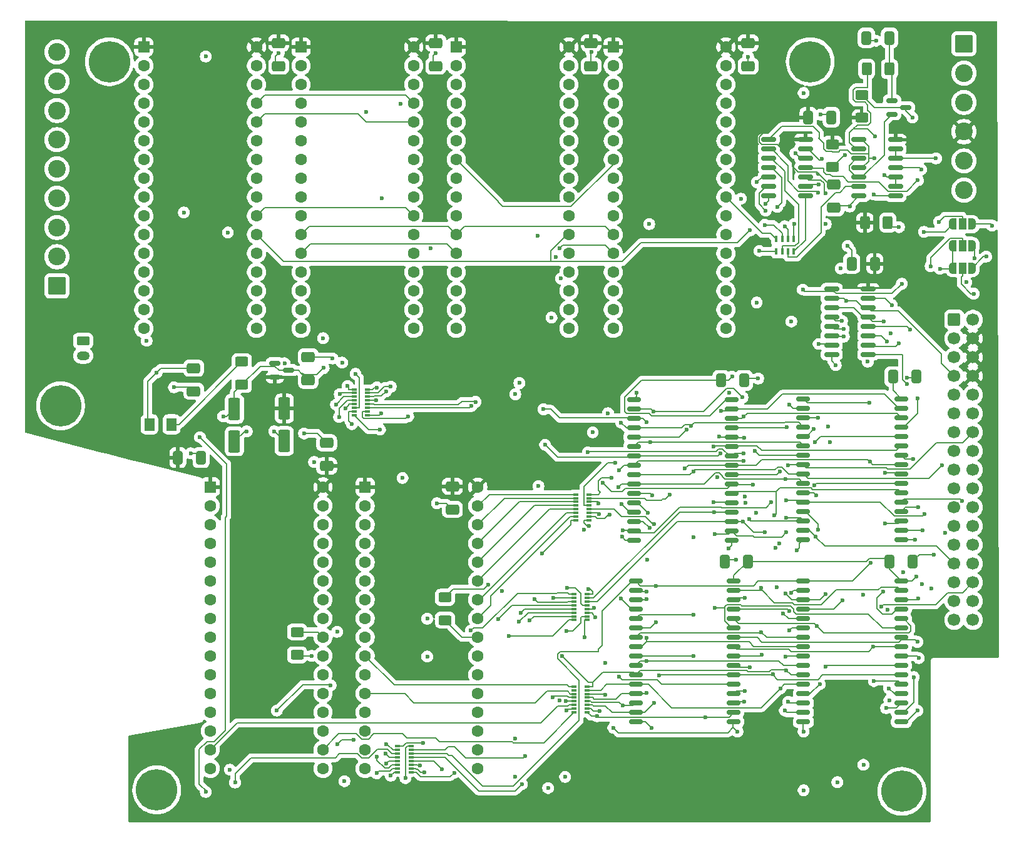
<source format=gbr>
%TF.GenerationSoftware,KiCad,Pcbnew,9.0.2*%
%TF.CreationDate,2026-02-08T20:36:03+01:00*%
%TF.ProjectId,turbokit_replica,74757262-6f6b-4697-945f-7265706c6963,0.1*%
%TF.SameCoordinates,Original*%
%TF.FileFunction,Copper,L1,Top*%
%TF.FilePolarity,Positive*%
%FSLAX46Y46*%
G04 Gerber Fmt 4.6, Leading zero omitted, Abs format (unit mm)*
G04 Created by KiCad (PCBNEW 9.0.2) date 2026-02-08 20:36:03*
%MOMM*%
%LPD*%
G01*
G04 APERTURE LIST*
G04 Aperture macros list*
%AMRoundRect*
0 Rectangle with rounded corners*
0 $1 Rounding radius*
0 $2 $3 $4 $5 $6 $7 $8 $9 X,Y pos of 4 corners*
0 Add a 4 corners polygon primitive as box body*
4,1,4,$2,$3,$4,$5,$6,$7,$8,$9,$2,$3,0*
0 Add four circle primitives for the rounded corners*
1,1,$1+$1,$2,$3*
1,1,$1+$1,$4,$5*
1,1,$1+$1,$6,$7*
1,1,$1+$1,$8,$9*
0 Add four rect primitives between the rounded corners*
20,1,$1+$1,$2,$3,$4,$5,0*
20,1,$1+$1,$4,$5,$6,$7,0*
20,1,$1+$1,$6,$7,$8,$9,0*
20,1,$1+$1,$8,$9,$2,$3,0*%
%AMFreePoly0*
4,1,23,0.550000,-0.750000,0.000000,-0.750000,0.000000,-0.745722,-0.065263,-0.745722,-0.191342,-0.711940,-0.304381,-0.646677,-0.396677,-0.554381,-0.461940,-0.441342,-0.495722,-0.315263,-0.495722,-0.250000,-0.500000,-0.250000,-0.500000,0.250000,-0.495722,0.250000,-0.495722,0.315263,-0.461940,0.441342,-0.396677,0.554381,-0.304381,0.646677,-0.191342,0.711940,-0.065263,0.745722,0.000000,0.745722,
0.000000,0.750000,0.550000,0.750000,0.550000,-0.750000,0.550000,-0.750000,$1*%
%AMFreePoly1*
4,1,23,0.000000,0.745722,0.065263,0.745722,0.191342,0.711940,0.304381,0.646677,0.396677,0.554381,0.461940,0.441342,0.495722,0.315263,0.495722,0.250000,0.500000,0.250000,0.500000,-0.250000,0.495722,-0.250000,0.495722,-0.315263,0.461940,-0.441342,0.396677,-0.554381,0.304381,-0.646677,0.191342,-0.711940,0.065263,-0.745722,0.000000,-0.745722,0.000000,-0.750000,-0.550000,-0.750000,
-0.550000,0.750000,0.000000,0.750000,0.000000,0.745722,0.000000,0.745722,$1*%
G04 Aperture macros list end*
%TA.AperFunction,ComponentPad*%
%ADD10RoundRect,0.250000X-0.550000X-0.550000X0.550000X-0.550000X0.550000X0.550000X-0.550000X0.550000X0*%
%TD*%
%TA.AperFunction,ComponentPad*%
%ADD11C,1.600000*%
%TD*%
%TA.AperFunction,SMDPad,CuDef*%
%ADD12RoundRect,0.150000X-0.775000X-0.150000X0.775000X-0.150000X0.775000X0.150000X-0.775000X0.150000X0*%
%TD*%
%TA.AperFunction,SMDPad,CuDef*%
%ADD13RoundRect,0.250000X-0.550000X1.250000X-0.550000X-1.250000X0.550000X-1.250000X0.550000X1.250000X0*%
%TD*%
%TA.AperFunction,SMDPad,CuDef*%
%ADD14RoundRect,0.150000X-0.587500X-0.150000X0.587500X-0.150000X0.587500X0.150000X-0.587500X0.150000X0*%
%TD*%
%TA.AperFunction,SMDPad,CuDef*%
%ADD15RoundRect,0.250000X0.412500X0.650000X-0.412500X0.650000X-0.412500X-0.650000X0.412500X-0.650000X0*%
%TD*%
%TA.AperFunction,ComponentPad*%
%ADD16RoundRect,0.250001X-0.949999X0.949999X-0.949999X-0.949999X0.949999X-0.949999X0.949999X0.949999X0*%
%TD*%
%TA.AperFunction,ComponentPad*%
%ADD17C,2.400000*%
%TD*%
%TA.AperFunction,SMDPad,CuDef*%
%ADD18R,0.800000X0.300000*%
%TD*%
%TA.AperFunction,ComponentPad*%
%ADD19RoundRect,0.250001X0.949999X-0.949999X0.949999X0.949999X-0.949999X0.949999X-0.949999X-0.949999X0*%
%TD*%
%TA.AperFunction,SMDPad,CuDef*%
%ADD20RoundRect,0.250000X-0.625000X0.400000X-0.625000X-0.400000X0.625000X-0.400000X0.625000X0.400000X0*%
%TD*%
%TA.AperFunction,SMDPad,CuDef*%
%ADD21RoundRect,0.250000X0.625000X-0.400000X0.625000X0.400000X-0.625000X0.400000X-0.625000X-0.400000X0*%
%TD*%
%TA.AperFunction,SMDPad,CuDef*%
%ADD22RoundRect,0.250000X-0.412500X-0.650000X0.412500X-0.650000X0.412500X0.650000X-0.412500X0.650000X0*%
%TD*%
%TA.AperFunction,SMDPad,CuDef*%
%ADD23RoundRect,0.250000X-0.650000X0.412500X-0.650000X-0.412500X0.650000X-0.412500X0.650000X0.412500X0*%
%TD*%
%TA.AperFunction,ComponentPad*%
%ADD24C,5.600000*%
%TD*%
%TA.AperFunction,SMDPad,CuDef*%
%ADD25RoundRect,0.150000X-0.825000X-0.150000X0.825000X-0.150000X0.825000X0.150000X-0.825000X0.150000X0*%
%TD*%
%TA.AperFunction,SMDPad,CuDef*%
%ADD26RoundRect,0.250000X0.650000X-0.412500X0.650000X0.412500X-0.650000X0.412500X-0.650000X-0.412500X0*%
%TD*%
%TA.AperFunction,SMDPad,CuDef*%
%ADD27RoundRect,0.250001X-0.462499X-0.624999X0.462499X-0.624999X0.462499X0.624999X-0.462499X0.624999X0*%
%TD*%
%TA.AperFunction,SMDPad,CuDef*%
%ADD28RoundRect,0.250000X-0.400000X-0.625000X0.400000X-0.625000X0.400000X0.625000X-0.400000X0.625000X0*%
%TD*%
%TA.AperFunction,SMDPad,CuDef*%
%ADD29FreePoly0,0.000000*%
%TD*%
%TA.AperFunction,SMDPad,CuDef*%
%ADD30R,1.000000X1.500000*%
%TD*%
%TA.AperFunction,SMDPad,CuDef*%
%ADD31FreePoly1,0.000000*%
%TD*%
%TA.AperFunction,ComponentPad*%
%ADD32RoundRect,0.250000X-0.625000X0.350000X-0.625000X-0.350000X0.625000X-0.350000X0.625000X0.350000X0*%
%TD*%
%TA.AperFunction,ComponentPad*%
%ADD33O,1.750000X1.200000*%
%TD*%
%TA.AperFunction,SMDPad,CuDef*%
%ADD34R,0.400000X0.900000*%
%TD*%
%TA.AperFunction,ComponentPad*%
%ADD35RoundRect,0.250000X-0.600000X-0.600000X0.600000X-0.600000X0.600000X0.600000X-0.600000X0.600000X0*%
%TD*%
%TA.AperFunction,ComponentPad*%
%ADD36C,1.700000*%
%TD*%
%TA.AperFunction,ViaPad*%
%ADD37C,0.600000*%
%TD*%
%TA.AperFunction,Conductor*%
%ADD38C,0.200000*%
%TD*%
G04 APERTURE END LIST*
D10*
%TO.P,U5,1,VPP*%
%TO.N,+5V*%
X150760000Y-44420000D03*
D11*
%TO.P,U5,2,A16*%
%TO.N,/A16*%
X150760000Y-46960000D03*
%TO.P,U5,3,A15*%
%TO.N,/A15 *%
X150760000Y-49500000D03*
%TO.P,U5,4,A12*%
%TO.N,/A12 *%
X150760000Y-52040000D03*
%TO.P,U5,5,A7*%
%TO.N,/A7 *%
X150760000Y-54580000D03*
%TO.P,U5,6,A6*%
%TO.N,/A6 *%
X150760000Y-57120000D03*
%TO.P,U5,7,A5*%
%TO.N,/A5 *%
X150760000Y-59660000D03*
%TO.P,U5,8,A4*%
%TO.N,/A4 *%
X150760000Y-62200000D03*
%TO.P,U5,9,A3*%
%TO.N,/A3 *%
X150760000Y-64740000D03*
%TO.P,U5,10,A2*%
%TO.N,/A2 *%
X150760000Y-67280000D03*
%TO.P,U5,11,A1*%
%TO.N,/A1 *%
X150760000Y-69820000D03*
%TO.P,U5,12,A0*%
%TO.N,/A0*%
X150760000Y-72360000D03*
%TO.P,U5,13,D0*%
%TO.N,/D0*%
X150760000Y-74900000D03*
%TO.P,U5,14,D1*%
%TO.N,/D1*%
X150760000Y-77440000D03*
%TO.P,U5,15,D2*%
%TO.N,/D2*%
X150760000Y-79980000D03*
%TO.P,U5,16,GND*%
%TO.N,GND*%
X150760000Y-82520000D03*
%TO.P,U5,17,D3*%
%TO.N,/D3*%
X166000000Y-82520000D03*
%TO.P,U5,18,D4*%
%TO.N,/D4*%
X166000000Y-79980000D03*
%TO.P,U5,19,D5*%
%TO.N,/D5*%
X166000000Y-77440000D03*
%TO.P,U5,20,D6*%
%TO.N,/D6*%
X166000000Y-74900000D03*
%TO.P,U5,21,D7*%
%TO.N,/D7*%
X166000000Y-72360000D03*
%TO.P,U5,22,/CE*%
%TO.N,Net-(RN6-R3.2)*%
X166000000Y-69820000D03*
%TO.P,U5,23,A10*%
%TO.N,/A10 *%
X166000000Y-67280000D03*
%TO.P,U5,24,/OE*%
%TO.N,Net-(RN6-R1.2)*%
X166000000Y-64740000D03*
%TO.P,U5,25,A11*%
%TO.N,/A11 *%
X166000000Y-62200000D03*
%TO.P,U5,26,A9*%
%TO.N,/A9 *%
X166000000Y-59660000D03*
%TO.P,U5,27,A8*%
%TO.N,/A8 *%
X166000000Y-57120000D03*
%TO.P,U5,28,A13*%
%TO.N,/A13*%
X166000000Y-54580000D03*
%TO.P,U5,29,A14*%
%TO.N,/A14*%
X166000000Y-52040000D03*
%TO.P,U5,30,A17*%
%TO.N,/A17 *%
X166000000Y-49500000D03*
%TO.P,U5,31,A18*%
%TO.N,/A18 *%
X166000000Y-46960000D03*
%TO.P,U5,32,VCC*%
%TO.N,+5V*%
X166000000Y-44420000D03*
%TD*%
D12*
%TO.P,U8,1,A18*%
%TO.N,/A19*%
X153800000Y-116720000D03*
%TO.P,U8,2,A16*%
%TO.N,/A17 *%
X153800000Y-117990000D03*
%TO.P,U8,3,A14*%
%TO.N,/A15 *%
X153800000Y-119260000D03*
%TO.P,U8,4,A12*%
%TO.N,/A13*%
X153800000Y-120530000D03*
%TO.P,U8,5,A7*%
%TO.N,/A8 *%
X153800000Y-121800000D03*
%TO.P,U8,6,A6*%
%TO.N,/A7 *%
X153800000Y-123070000D03*
%TO.P,U8,7,A5*%
%TO.N,/A6 *%
X153800000Y-124340000D03*
%TO.P,U8,8,A4*%
%TO.N,/A5 *%
X153800000Y-125610000D03*
%TO.P,U8,9,A3*%
%TO.N,/A4 *%
X153800000Y-126880000D03*
%TO.P,U8,10,A2*%
%TO.N,/A3 *%
X153800000Y-128150000D03*
%TO.P,U8,11,A1*%
%TO.N,/A2 *%
X153800000Y-129420000D03*
%TO.P,U8,12,A0*%
%TO.N,/A1 *%
X153800000Y-130690000D03*
%TO.P,U8,13,D0*%
%TO.N,/D0*%
X153800000Y-131960000D03*
%TO.P,U8,14,D1*%
%TO.N,/D1*%
X153800000Y-133230000D03*
%TO.P,U8,15,D2*%
%TO.N,/D2*%
X153800000Y-134500000D03*
%TO.P,U8,16,GND*%
%TO.N,GND*%
X153800000Y-135770000D03*
%TO.P,U8,17,D3*%
%TO.N,/D3*%
X167050000Y-135770000D03*
%TO.P,U8,18,D4*%
%TO.N,/D4*%
X167050000Y-134500000D03*
%TO.P,U8,19,D5*%
%TO.N,/D5*%
X167050000Y-133230000D03*
%TO.P,U8,20,D6*%
%TO.N,/D6*%
X167050000Y-131960000D03*
%TO.P,U8,21,D7*%
%TO.N,/D7*%
X167050000Y-130690000D03*
%TO.P,U8,22,/CE*%
%TO.N,/~{SCS}*%
X167050000Y-129420000D03*
%TO.P,U8,23,A10*%
%TO.N,/A11 *%
X167050000Y-128150000D03*
%TO.P,U8,24,/OE*%
%TO.N,/~{OE2}*%
X167050000Y-126880000D03*
%TO.P,U8,25,A11*%
%TO.N,/A12 *%
X167050000Y-125610000D03*
%TO.P,U8,26,A9*%
%TO.N,/A10 *%
X167050000Y-124340000D03*
%TO.P,U8,27,A8*%
%TO.N,/A9 *%
X167050000Y-123070000D03*
%TO.P,U8,28,A13*%
%TO.N,/A14*%
X167050000Y-121800000D03*
%TO.P,U8,29,/WE*%
%TO.N,/~{WE2}*%
X167050000Y-120530000D03*
%TO.P,U8,30,A17*%
%TO.N,/A18 *%
X167050000Y-119260000D03*
%TO.P,U8,31,A15*%
%TO.N,/A16*%
X167050000Y-117990000D03*
%TO.P,U8,32,VCC*%
%TO.N,+VB*%
X167050000Y-116720000D03*
%TD*%
D13*
%TO.P,C19,1*%
%TO.N,+VB*%
X99500000Y-93420000D03*
%TO.P,C19,2*%
%TO.N,GND*%
X99500000Y-97820000D03*
%TD*%
D14*
%TO.P,Q2,1,B*%
%TO.N,+VB*%
X105000000Y-87220000D03*
%TO.P,Q2,2,E*%
%TO.N,+5V*%
X105000000Y-89120000D03*
%TO.P,Q2,3,C*%
%TO.N,+VB*%
X106875000Y-88170000D03*
%TD*%
D10*
%TO.P,J1,1,Pin_1*%
%TO.N,+5V*%
X96260000Y-103985000D03*
D11*
%TO.P,J1,2,Pin_2*%
%TO.N,/A16E*%
X96260000Y-106525000D03*
%TO.P,J1,3,Pin_3*%
%TO.N,/A15E*%
X96260000Y-109065000D03*
%TO.P,J1,4,Pin_4*%
%TO.N,/A12E*%
X96260000Y-111605000D03*
%TO.P,J1,5,Pin_5*%
%TO.N,/A7E*%
X96260000Y-114145000D03*
%TO.P,J1,6,Pin_6*%
%TO.N,/A6E*%
X96260000Y-116685000D03*
%TO.P,J1,7,Pin_7*%
%TO.N,/A5E*%
X96260000Y-119225000D03*
%TO.P,J1,8,Pin_8*%
%TO.N,/A4E*%
X96260000Y-121765000D03*
%TO.P,J1,9,Pin_9*%
%TO.N,/A3E*%
X96260000Y-124305000D03*
%TO.P,J1,10,Pin_10*%
%TO.N,/A2E*%
X96260000Y-126845000D03*
%TO.P,J1,11,Pin_11*%
%TO.N,/A1E*%
X96260000Y-129385000D03*
%TO.P,J1,12,Pin_12*%
%TO.N,/A0E*%
X96260000Y-131925000D03*
%TO.P,J1,13,Pin_13*%
%TO.N,/D0E*%
X96260000Y-134465000D03*
%TO.P,J1,14,Pin_14*%
%TO.N,/D1E*%
X96260000Y-137005000D03*
%TO.P,J1,15,Pin_15*%
%TO.N,/D2E*%
X96260000Y-139545000D03*
%TO.P,J1,16,Pin_16*%
%TO.N,GND*%
X96260000Y-142085000D03*
%TO.P,J1,17,Pin_17*%
%TO.N,/D3E*%
X111500000Y-142085000D03*
%TO.P,J1,18,Pin_18*%
%TO.N,/D4E*%
X111500000Y-139545000D03*
%TO.P,J1,19,Pin_19*%
%TO.N,/D5E*%
X111500000Y-137005000D03*
%TO.P,J1,20,Pin_20*%
%TO.N,/D6E*%
X111500000Y-134465000D03*
%TO.P,J1,21,Pin_21*%
%TO.N,/D7E*%
X111500000Y-131925000D03*
%TO.P,J1,22,Pin_22*%
%TO.N,GND*%
X111500000Y-129385000D03*
%TO.P,J1,23,Pin_23*%
%TO.N,/A10E*%
X111500000Y-126845000D03*
%TO.P,J1,24,Pin_24*%
%TO.N,/~{CLDSE}*%
X111500000Y-124305000D03*
%TO.P,J1,25,Pin_25*%
%TO.N,/A11E*%
X111500000Y-121765000D03*
%TO.P,J1,26,Pin_26*%
%TO.N,/A9E*%
X111500000Y-119225000D03*
%TO.P,J1,27,Pin_27*%
%TO.N,/A8E*%
X111500000Y-116685000D03*
%TO.P,J1,28,Pin_28*%
%TO.N,/A13E*%
X111500000Y-114145000D03*
%TO.P,J1,29,Pin_29*%
%TO.N,/A14E*%
X111500000Y-111605000D03*
%TO.P,J1,30,Pin_30*%
%TO.N,/A17E*%
X111500000Y-109065000D03*
%TO.P,J1,31,Pin_31*%
%TO.N,/A18E*%
X111500000Y-106525000D03*
%TO.P,J1,32,Pin_32*%
%TO.N,+5V*%
X111500000Y-103985000D03*
%TD*%
D15*
%TO.P,C8,1*%
%TO.N,Net-(Q1-B)*%
X188125000Y-43200000D03*
%TO.P,C8,2*%
%TO.N,GND*%
X185000000Y-43200000D03*
%TD*%
D12*
%TO.P,U7,1,A18*%
%TO.N,/A19*%
X176462500Y-116750000D03*
%TO.P,U7,2,A16*%
%TO.N,/A17 *%
X176462500Y-118020000D03*
%TO.P,U7,3,A14*%
%TO.N,/A15 *%
X176462500Y-119290000D03*
%TO.P,U7,4,A12*%
%TO.N,/A13*%
X176462500Y-120560000D03*
%TO.P,U7,5,A7*%
%TO.N,/A8 *%
X176462500Y-121830000D03*
%TO.P,U7,6,A6*%
%TO.N,/A7 *%
X176462500Y-123100000D03*
%TO.P,U7,7,A5*%
%TO.N,/A6 *%
X176462500Y-124370000D03*
%TO.P,U7,8,A4*%
%TO.N,/A5 *%
X176462500Y-125640000D03*
%TO.P,U7,9,A3*%
%TO.N,/A4 *%
X176462500Y-126910000D03*
%TO.P,U7,10,A2*%
%TO.N,/A3 *%
X176462500Y-128180000D03*
%TO.P,U7,11,A1*%
%TO.N,/A2 *%
X176462500Y-129450000D03*
%TO.P,U7,12,A0*%
%TO.N,/A1 *%
X176462500Y-130720000D03*
%TO.P,U7,13,D0*%
%TO.N,/D8*%
X176462500Y-131990000D03*
%TO.P,U7,14,D1*%
%TO.N,/D9*%
X176462500Y-133260000D03*
%TO.P,U7,15,D2*%
%TO.N,/D10*%
X176462500Y-134530000D03*
%TO.P,U7,16,GND*%
%TO.N,GND*%
X176462500Y-135800000D03*
%TO.P,U7,17,D3*%
%TO.N,/D11*%
X189712500Y-135800000D03*
%TO.P,U7,18,D4*%
%TO.N,/D12*%
X189712500Y-134530000D03*
%TO.P,U7,19,D5*%
%TO.N,/D13*%
X189712500Y-133260000D03*
%TO.P,U7,20,D6*%
%TO.N,/D14*%
X189712500Y-131990000D03*
%TO.P,U7,21,D7*%
%TO.N,/D15*%
X189712500Y-130720000D03*
%TO.P,U7,22,/CE*%
%TO.N,/~{SCS}*%
X189712500Y-129450000D03*
%TO.P,U7,23,A10*%
%TO.N,/A11 *%
X189712500Y-128180000D03*
%TO.P,U7,24,/OE*%
%TO.N,/~{OE4}*%
X189712500Y-126910000D03*
%TO.P,U7,25,A11*%
%TO.N,/A12 *%
X189712500Y-125640000D03*
%TO.P,U7,26,A9*%
%TO.N,/A10 *%
X189712500Y-124370000D03*
%TO.P,U7,27,A8*%
%TO.N,/A9 *%
X189712500Y-123100000D03*
%TO.P,U7,28,A13*%
%TO.N,/A14*%
X189712500Y-121830000D03*
%TO.P,U7,29,/WE*%
%TO.N,/~{WE4}*%
X189712500Y-120560000D03*
%TO.P,U7,30,A17*%
%TO.N,/A18 *%
X189712500Y-119290000D03*
%TO.P,U7,31,A15*%
%TO.N,/A16*%
X189712500Y-118020000D03*
%TO.P,U7,32,VCC*%
%TO.N,+VB*%
X189712500Y-116750000D03*
%TD*%
D10*
%TO.P,U3,1,VPP*%
%TO.N,+5V*%
X108520000Y-44420000D03*
D11*
%TO.P,U3,2,A16*%
%TO.N,/A16*%
X108520000Y-46960000D03*
%TO.P,U3,3,A15*%
%TO.N,/A15 *%
X108520000Y-49500000D03*
%TO.P,U3,4,A12*%
%TO.N,/A12 *%
X108520000Y-52040000D03*
%TO.P,U3,5,A7*%
%TO.N,/A7 *%
X108520000Y-54580000D03*
%TO.P,U3,6,A6*%
%TO.N,/A6 *%
X108520000Y-57120000D03*
%TO.P,U3,7,A5*%
%TO.N,/A5 *%
X108520000Y-59660000D03*
%TO.P,U3,8,A4*%
%TO.N,/A4 *%
X108520000Y-62200000D03*
%TO.P,U3,9,A3*%
%TO.N,/A3 *%
X108520000Y-64740000D03*
%TO.P,U3,10,A2*%
%TO.N,/A2 *%
X108520000Y-67280000D03*
%TO.P,U3,11,A1*%
%TO.N,/A1 *%
X108520000Y-69820000D03*
%TO.P,U3,12,A0*%
%TO.N,/A0*%
X108520000Y-72360000D03*
%TO.P,U3,13,D0*%
%TO.N,/D8*%
X108520000Y-74900000D03*
%TO.P,U3,14,D1*%
%TO.N,/D9*%
X108520000Y-77440000D03*
%TO.P,U3,15,D2*%
%TO.N,/D10*%
X108520000Y-79980000D03*
%TO.P,U3,16,GND*%
%TO.N,GND*%
X108520000Y-82520000D03*
%TO.P,U3,17,D3*%
%TO.N,/D11*%
X123760000Y-82520000D03*
%TO.P,U3,18,D4*%
%TO.N,/D12*%
X123760000Y-79980000D03*
%TO.P,U3,19,D5*%
%TO.N,/D13*%
X123760000Y-77440000D03*
%TO.P,U3,20,D6*%
%TO.N,/D14*%
X123760000Y-74900000D03*
%TO.P,U3,21,D7*%
%TO.N,/D15*%
X123760000Y-72360000D03*
%TO.P,U3,22,/CE*%
%TO.N,Net-(RN6-R3.2)*%
X123760000Y-69820000D03*
%TO.P,U3,23,A10*%
%TO.N,/A10 *%
X123760000Y-67280000D03*
%TO.P,U3,24,/OE*%
%TO.N,Net-(RN6-R1.2)*%
X123760000Y-64740000D03*
%TO.P,U3,25,A11*%
%TO.N,/A11 *%
X123760000Y-62200000D03*
%TO.P,U3,26,A9*%
%TO.N,/A9 *%
X123760000Y-59660000D03*
%TO.P,U3,27,A8*%
%TO.N,/A8 *%
X123760000Y-57120000D03*
%TO.P,U3,28,A13*%
%TO.N,/A13*%
X123760000Y-54580000D03*
%TO.P,U3,29,A14*%
%TO.N,/A14*%
X123760000Y-52040000D03*
%TO.P,U3,30,A17*%
%TO.N,/A17 *%
X123760000Y-49500000D03*
%TO.P,U3,31,A18*%
%TO.N,/A18 *%
X123760000Y-46960000D03*
%TO.P,U3,32,VCC*%
%TO.N,+5V*%
X123760000Y-44420000D03*
%TD*%
D16*
%TO.P,J4,1,Pin_1*%
%TO.N,/~{CS}1E*%
X198200000Y-44000000D03*
D17*
%TO.P,J4,2,Pin_2*%
%TO.N,/RWOE*%
X198200000Y-47960000D03*
%TO.P,J4,3,Pin_3*%
%TO.N,+VB*%
X198200000Y-51920000D03*
%TO.P,J4,4,Pin_4*%
%TO.N,+5V*%
X198200000Y-55880000D03*
%TO.P,J4,5,Pin_5*%
%TO.N,GND*%
X198200000Y-59840000D03*
%TO.P,J4,6,Pin_6*%
%TO.N,/+BATT_IN*%
X198200000Y-63800000D03*
%TD*%
D15*
%TO.P,C12,1*%
%TO.N,GND*%
X168462500Y-89550000D03*
%TO.P,C12,2*%
%TO.N,+VB*%
X165337500Y-89550000D03*
%TD*%
D18*
%TO.P,RN4,1,R1.1*%
%TO.N,/D7E*%
X145450000Y-118500000D03*
%TO.P,RN4,2,R2.1*%
%TO.N,/D6E*%
X145450000Y-119000000D03*
%TO.P,RN4,3,R3.1*%
%TO.N,/D5E*%
X145450000Y-119500000D03*
%TO.P,RN4,4,R4.1*%
%TO.N,/D15E*%
X145450000Y-120000000D03*
%TO.P,RN4,5,R5.1*%
%TO.N,/D14E*%
X145450000Y-120500000D03*
%TO.P,RN4,6,R6.1*%
%TO.N,/D13E*%
X145450000Y-121000000D03*
%TO.P,RN4,7,R7.1*%
%TO.N,/D12E*%
X145450000Y-121500000D03*
%TO.P,RN4,8,R8.1*%
%TO.N,/D11E*%
X145450000Y-122000000D03*
%TO.P,RN4,9,R8.2*%
%TO.N,/D11*%
X147250000Y-122000000D03*
%TO.P,RN4,10,R7.2*%
%TO.N,/D12*%
X147250000Y-121500000D03*
%TO.P,RN4,11,R6.2*%
%TO.N,/D13*%
X147250000Y-121000000D03*
%TO.P,RN4,12,R5.2*%
%TO.N,/D14*%
X147250000Y-120500000D03*
%TO.P,RN4,13,R4.2*%
%TO.N,/D15*%
X147250000Y-120000000D03*
%TO.P,RN4,14,R3.2*%
%TO.N,/D5*%
X147250000Y-119500000D03*
%TO.P,RN4,15,R2.2*%
%TO.N,/D6*%
X147250000Y-119000000D03*
%TO.P,RN4,16,R1.2*%
%TO.N,/D7*%
X147250000Y-118500000D03*
%TD*%
D19*
%TO.P,J3,1,Pin_1*%
%TO.N,/~{RESET}*%
X75500000Y-76770000D03*
D17*
%TO.P,J3,2,Pin_2*%
%TO.N,/{slash}DTACK*%
X75500000Y-72810000D03*
%TO.P,J3,3,Pin_3*%
%TO.N,/R~{W}E*%
X75500000Y-68850000D03*
%TO.P,J3,4,Pin_4*%
%TO.N,+VB*%
X75500000Y-64890000D03*
%TO.P,J3,5,Pin_5*%
%TO.N,/A20E*%
X75500000Y-60930000D03*
%TO.P,J3,6,Pin_6*%
%TO.N,/A19E*%
X75500000Y-56970000D03*
%TO.P,J3,7,Pin_7*%
%TO.N,/~{CS3}*%
X75500000Y-53010000D03*
%TO.P,J3,8,Pin_8*%
%TO.N,/{slash}IRQ6*%
X75500000Y-49050000D03*
%TO.P,J3,9,Pin_9*%
%TO.N,/~{CS0}E*%
X75500000Y-45090000D03*
%TD*%
D20*
%TO.P,R6,1*%
%TO.N,+5V*%
X180400000Y-57600000D03*
%TO.P,R6,2*%
%TO.N,/~{CS}1E*%
X180400000Y-60700000D03*
%TD*%
D10*
%TO.P,U4,1,VPP*%
%TO.N,+5V*%
X129520000Y-44420000D03*
D11*
%TO.P,U4,2,A16*%
%TO.N,/A16*%
X129520000Y-46960000D03*
%TO.P,U4,3,A15*%
%TO.N,/A15 *%
X129520000Y-49500000D03*
%TO.P,U4,4,A12*%
%TO.N,/A12 *%
X129520000Y-52040000D03*
%TO.P,U4,5,A7*%
%TO.N,/A7 *%
X129520000Y-54580000D03*
%TO.P,U4,6,A6*%
%TO.N,/A6 *%
X129520000Y-57120000D03*
%TO.P,U4,7,A5*%
%TO.N,/A5 *%
X129520000Y-59660000D03*
%TO.P,U4,8,A4*%
%TO.N,/A4 *%
X129520000Y-62200000D03*
%TO.P,U4,9,A3*%
%TO.N,/A3 *%
X129520000Y-64740000D03*
%TO.P,U4,10,A2*%
%TO.N,/A2 *%
X129520000Y-67280000D03*
%TO.P,U4,11,A1*%
%TO.N,/A1 *%
X129520000Y-69820000D03*
%TO.P,U4,12,A0*%
%TO.N,/A0*%
X129520000Y-72360000D03*
%TO.P,U4,13,D0*%
%TO.N,/D0*%
X129520000Y-74900000D03*
%TO.P,U4,14,D1*%
%TO.N,/D1*%
X129520000Y-77440000D03*
%TO.P,U4,15,D2*%
%TO.N,/D2*%
X129520000Y-79980000D03*
%TO.P,U4,16,GND*%
%TO.N,GND*%
X129520000Y-82520000D03*
%TO.P,U4,17,D3*%
%TO.N,/D3*%
X144760000Y-82520000D03*
%TO.P,U4,18,D4*%
%TO.N,/D4*%
X144760000Y-79980000D03*
%TO.P,U4,19,D5*%
%TO.N,/D5*%
X144760000Y-77440000D03*
%TO.P,U4,20,D6*%
%TO.N,/D6*%
X144760000Y-74900000D03*
%TO.P,U4,21,D7*%
%TO.N,/D7*%
X144760000Y-72360000D03*
%TO.P,U4,22,/CE*%
%TO.N,Net-(RN6-R2.2)*%
X144760000Y-69820000D03*
%TO.P,U4,23,A10*%
%TO.N,/A10 *%
X144760000Y-67280000D03*
%TO.P,U4,24,/OE*%
%TO.N,Net-(RN6-R1.2)*%
X144760000Y-64740000D03*
%TO.P,U4,25,A11*%
%TO.N,/A11 *%
X144760000Y-62200000D03*
%TO.P,U4,26,A9*%
%TO.N,/A9 *%
X144760000Y-59660000D03*
%TO.P,U4,27,A8*%
%TO.N,/A8 *%
X144760000Y-57120000D03*
%TO.P,U4,28,A13*%
%TO.N,/A13*%
X144760000Y-54580000D03*
%TO.P,U4,29,A14*%
%TO.N,/A14*%
X144760000Y-52040000D03*
%TO.P,U4,30,A17*%
%TO.N,/A17 *%
X144760000Y-49500000D03*
%TO.P,U4,31,A18*%
%TO.N,/A18 *%
X144760000Y-46960000D03*
%TO.P,U4,32,VCC*%
%TO.N,+5V*%
X144760000Y-44420000D03*
%TD*%
D21*
%TO.P,R4,1*%
%TO.N,+5V*%
X184400000Y-54000000D03*
%TO.P,R4,2*%
%TO.N,/~{SSCS}*%
X184400000Y-50900000D03*
%TD*%
D22*
%TO.P,C13,1*%
%TO.N,GND*%
X165837500Y-114050000D03*
%TO.P,C13,2*%
%TO.N,+VB*%
X168962500Y-114050000D03*
%TD*%
D23*
%TO.P,C5,1*%
%TO.N,+5V*%
X126750000Y-43875000D03*
%TO.P,C5,2*%
%TO.N,GND*%
X126750000Y-47000000D03*
%TD*%
D24*
%TO.P,H3,1,1*%
%TO.N,GND*%
X189800000Y-145200000D03*
%TD*%
D23*
%TO.P,C2,1*%
%TO.N,+5V*%
X129000000Y-103895000D03*
%TO.P,C2,2*%
%TO.N,GND*%
X129000000Y-107020000D03*
%TD*%
D25*
%TO.P,U6,1*%
%TO.N,/A20*%
X171800000Y-56940000D03*
%TO.P,U6,2*%
%TO.N,/A19*%
X171800000Y-58210000D03*
%TO.P,U6,3*%
%TO.N,Net-(RN6-R2.1)*%
X171800000Y-59480000D03*
%TO.P,U6,4*%
%TO.N,/~{CS0}*%
X171800000Y-60750000D03*
%TO.P,U6,5*%
%TO.N,Net-(U1-Pad8)*%
X171800000Y-62020000D03*
%TO.P,U6,6*%
%TO.N,Net-(RN6-R1.1)*%
X171800000Y-63290000D03*
%TO.P,U6,7,GND*%
%TO.N,GND*%
X171800000Y-64560000D03*
%TO.P,U6,8*%
%TO.N,Net-(RN6-R4.1)*%
X176750000Y-64560000D03*
%TO.P,U6,9*%
%TO.N,/~{CS}1E*%
X176750000Y-63290000D03*
%TO.P,U6,10*%
%TO.N,/R~{W}*%
X176750000Y-62020000D03*
%TO.P,U6,11*%
%TO.N,/~{CS}*%
X176750000Y-60750000D03*
%TO.P,U6,12*%
%TO.N,/~{CLDS}*%
X176750000Y-59480000D03*
%TO.P,U6,13*%
%TO.N,Net-(R5-Pad2)*%
X176750000Y-58210000D03*
%TO.P,U6,14,VCC*%
%TO.N,+5V*%
X176750000Y-56940000D03*
%TD*%
D13*
%TO.P,C10,1*%
%TO.N,+5V*%
X106250000Y-93350000D03*
%TO.P,C10,2*%
%TO.N,GND*%
X106250000Y-97750000D03*
%TD*%
D23*
%TO.P,C16,1*%
%TO.N,/+BATT_IN*%
X94000000Y-87895000D03*
%TO.P,C16,2*%
%TO.N,GND*%
X94000000Y-91020000D03*
%TD*%
%TO.P,C3,1*%
%TO.N,+5V*%
X180600000Y-63075000D03*
%TO.P,C3,2*%
%TO.N,GND*%
X180600000Y-66200000D03*
%TD*%
D26*
%TO.P,C1,1*%
%TO.N,+5V*%
X112000000Y-101145000D03*
%TO.P,C1,2*%
%TO.N,GND*%
X112000000Y-98020000D03*
%TD*%
D24*
%TO.P,H2,1,1*%
%TO.N,GND*%
X177400000Y-46400000D03*
%TD*%
D18*
%TO.P,RN3,1,R1.1*%
%TO.N,/A2E*%
X145450000Y-131000000D03*
%TO.P,RN3,2,R2.1*%
%TO.N,/A1E *%
X145450000Y-131500000D03*
%TO.P,RN3,3,R3.1*%
%TO.N,/A0E*%
X145450000Y-132000000D03*
%TO.P,RN3,4,R4.1*%
%TO.N,/D0E*%
X145450000Y-132500000D03*
%TO.P,RN3,5,R5.1*%
%TO.N,/D1E*%
X145450000Y-133000000D03*
%TO.P,RN3,6,R6.1*%
%TO.N,/D2E*%
X145450000Y-133500000D03*
%TO.P,RN3,7,R7.1*%
%TO.N,/D3E*%
X145450000Y-134000000D03*
%TO.P,RN3,8,R8.1*%
%TO.N,/D4E*%
X145450000Y-134500000D03*
%TO.P,RN3,9,R8.2*%
%TO.N,/D4*%
X147250000Y-134500000D03*
%TO.P,RN3,10,R7.2*%
%TO.N,/D3*%
X147250000Y-134000000D03*
%TO.P,RN3,11,R6.2*%
%TO.N,/D2*%
X147250000Y-133500000D03*
%TO.P,RN3,12,R5.2*%
%TO.N,/D1*%
X147250000Y-133000000D03*
%TO.P,RN3,13,R4.2*%
%TO.N,/D0*%
X147250000Y-132500000D03*
%TO.P,RN3,14,R3.2*%
%TO.N,/A0*%
X147250000Y-132000000D03*
%TO.P,RN3,15,R2.2*%
%TO.N,/A1 *%
X147250000Y-131500000D03*
%TO.P,RN3,16,R1.2*%
%TO.N,/A2 *%
X147250000Y-131000000D03*
%TD*%
%TO.P,RN5,1,R1.1*%
%TO.N,/D8*%
X123400000Y-142600000D03*
%TO.P,RN5,2,R2.1*%
%TO.N,/D9*%
X123400000Y-142100000D03*
%TO.P,RN5,3,R3.1*%
%TO.N,/D10*%
X123400000Y-141600000D03*
%TO.P,RN5,4,R4.1*%
%TO.N,/R~{W}*%
X123400000Y-141100000D03*
%TO.P,RN5,5,R5.1*%
%TO.N,/A20*%
X123400000Y-140600000D03*
%TO.P,RN5,6,R6.1*%
%TO.N,/A19*%
X123400000Y-140100000D03*
%TO.P,RN5,7,R7.1*%
%TO.N,/~{CS0}*%
X123400000Y-139600000D03*
%TO.P,RN5,8,R8.1*%
%TO.N,/~{SSCS}*%
X123400000Y-139100000D03*
%TO.P,RN5,9,R8.2*%
%TO.N,/~{SCS}*%
X121600000Y-139100000D03*
%TO.P,RN5,10,R7.2*%
%TO.N,/~{CS0}E*%
X121600000Y-139600000D03*
%TO.P,RN5,11,R6.2*%
%TO.N,/A19E*%
X121600000Y-140100000D03*
%TO.P,RN5,12,R5.2*%
%TO.N,/A20E*%
X121600000Y-140600000D03*
%TO.P,RN5,13,R4.2*%
%TO.N,/R~{W}E*%
X121600000Y-141100000D03*
%TO.P,RN5,14,R3.2*%
%TO.N,/D10E*%
X121600000Y-141600000D03*
%TO.P,RN5,15,R2.2*%
%TO.N,/D9E*%
X121600000Y-142100000D03*
%TO.P,RN5,16,R1.2*%
%TO.N,/D8E*%
X121600000Y-142600000D03*
%TD*%
%TO.P,RN2,1,R1.1*%
%TO.N,/A18E*%
X145700000Y-105000000D03*
%TO.P,RN2,2,R2.1*%
%TO.N,/A17E*%
X145700000Y-105500000D03*
%TO.P,RN2,3,R3.1*%
%TO.N,/A14E*%
X145700000Y-106000000D03*
%TO.P,RN2,4,R4.1*%
%TO.N,/A13E*%
X145700000Y-106500000D03*
%TO.P,RN2,5,R5.1*%
%TO.N,/A8E*%
X145700000Y-107000000D03*
%TO.P,RN2,6,R6.1*%
%TO.N,/A9E*%
X145700000Y-107500000D03*
%TO.P,RN2,7,R7.1*%
%TO.N,/A11E*%
X145700000Y-108000000D03*
%TO.P,RN2,8,R8.1*%
%TO.N,/A10E*%
X145700000Y-108500000D03*
%TO.P,RN2,9,R8.2*%
%TO.N,/A10 *%
X147500000Y-108500000D03*
%TO.P,RN2,10,R7.2*%
%TO.N,/A11 *%
X147500000Y-108000000D03*
%TO.P,RN2,11,R6.2*%
%TO.N,/A9 *%
X147500000Y-107500000D03*
%TO.P,RN2,12,R5.2*%
%TO.N,/A8 *%
X147500000Y-107000000D03*
%TO.P,RN2,13,R4.2*%
%TO.N,/A13*%
X147500000Y-106500000D03*
%TO.P,RN2,14,R3.2*%
%TO.N,/A14*%
X147500000Y-106000000D03*
%TO.P,RN2,15,R2.2*%
%TO.N,/A17 *%
X147500000Y-105500000D03*
%TO.P,RN2,16,R1.2*%
%TO.N,/A18 *%
X147500000Y-105000000D03*
%TD*%
%TO.P,RN1,1,R1.1*%
%TO.N,/A16E*%
X115700000Y-90770000D03*
%TO.P,RN1,2,R2.1*%
%TO.N,/A15E*%
X115700000Y-91270000D03*
%TO.P,RN1,3,R3.1*%
%TO.N,/A12E*%
X115700000Y-91770000D03*
%TO.P,RN1,4,R4.1*%
%TO.N,/A7E*%
X115700000Y-92270000D03*
%TO.P,RN1,5,R5.1*%
%TO.N,/A6E*%
X115700000Y-92770000D03*
%TO.P,RN1,6,R6.1*%
%TO.N,/A5E*%
X115700000Y-93270000D03*
%TO.P,RN1,7,R7.1*%
%TO.N,/A4E*%
X115700000Y-93770000D03*
%TO.P,RN1,8,R8.1*%
%TO.N,/A3E*%
X115700000Y-94270000D03*
%TO.P,RN1,9,R8.2*%
%TO.N,/A3 *%
X117500000Y-94270000D03*
%TO.P,RN1,10,R7.2*%
%TO.N,/A4 *%
X117500000Y-93770000D03*
%TO.P,RN1,11,R6.2*%
%TO.N,/A5 *%
X117500000Y-93270000D03*
%TO.P,RN1,12,R5.2*%
%TO.N,/A6 *%
X117500000Y-92770000D03*
%TO.P,RN1,13,R4.2*%
%TO.N,/A7 *%
X117500000Y-92270000D03*
%TO.P,RN1,14,R3.2*%
%TO.N,/A12 *%
X117500000Y-91770000D03*
%TO.P,RN1,15,R2.2*%
%TO.N,/A15 *%
X117500000Y-91270000D03*
%TO.P,RN1,16,R1.2*%
%TO.N,/A16*%
X117500000Y-90770000D03*
%TD*%
D12*
%TO.P,U10,1,A18*%
%TO.N,/A19*%
X153550000Y-92160000D03*
%TO.P,U10,2,A16*%
%TO.N,/A17 *%
X153550000Y-93430000D03*
%TO.P,U10,3,A14*%
%TO.N,/A15 *%
X153550000Y-94700000D03*
%TO.P,U10,4,A12*%
%TO.N,/A13*%
X153550000Y-95970000D03*
%TO.P,U10,5,A7*%
%TO.N,/A8 *%
X153550000Y-97240000D03*
%TO.P,U10,6,A6*%
%TO.N,/A7 *%
X153550000Y-98510000D03*
%TO.P,U10,7,A5*%
%TO.N,/A6 *%
X153550000Y-99780000D03*
%TO.P,U10,8,A4*%
%TO.N,/A5 *%
X153550000Y-101050000D03*
%TO.P,U10,9,A3*%
%TO.N,/A4 *%
X153550000Y-102320000D03*
%TO.P,U10,10,A2*%
%TO.N,/A3 *%
X153550000Y-103590000D03*
%TO.P,U10,11,A1*%
%TO.N,/A2 *%
X153550000Y-104860000D03*
%TO.P,U10,12,A0*%
%TO.N,/A1 *%
X153550000Y-106130000D03*
%TO.P,U10,13,D0*%
%TO.N,/D0*%
X153550000Y-107400000D03*
%TO.P,U10,14,D1*%
%TO.N,/D1*%
X153550000Y-108670000D03*
%TO.P,U10,15,D2*%
%TO.N,/D2*%
X153550000Y-109940000D03*
%TO.P,U10,16,GND*%
%TO.N,GND*%
X153550000Y-111210000D03*
%TO.P,U10,17,D3*%
%TO.N,/D3*%
X166800000Y-111210000D03*
%TO.P,U10,18,D4*%
%TO.N,/D4*%
X166800000Y-109940000D03*
%TO.P,U10,19,D5*%
%TO.N,/D5*%
X166800000Y-108670000D03*
%TO.P,U10,20,D6*%
%TO.N,/D6*%
X166800000Y-107400000D03*
%TO.P,U10,21,D7*%
%TO.N,/D7*%
X166800000Y-106130000D03*
%TO.P,U10,22,/CE*%
%TO.N,/~{SCS}*%
X166800000Y-104860000D03*
%TO.P,U10,23,A10*%
%TO.N,/A11 *%
X166800000Y-103590000D03*
%TO.P,U10,24,/OE*%
%TO.N,/~{OE1}*%
X166800000Y-102320000D03*
%TO.P,U10,25,A11*%
%TO.N,/A12 *%
X166800000Y-101050000D03*
%TO.P,U10,26,A9*%
%TO.N,/A10 *%
X166800000Y-99780000D03*
%TO.P,U10,27,A8*%
%TO.N,/A9 *%
X166800000Y-98510000D03*
%TO.P,U10,28,A13*%
%TO.N,/A14*%
X166800000Y-97240000D03*
%TO.P,U10,29,/WE*%
%TO.N,/~{WE1}*%
X166800000Y-95970000D03*
%TO.P,U10,30,A17*%
%TO.N,/A18 *%
X166800000Y-94700000D03*
%TO.P,U10,31,A15*%
%TO.N,/A16*%
X166800000Y-93430000D03*
%TO.P,U10,32,VCC*%
%TO.N,+VB*%
X166800000Y-92160000D03*
%TD*%
%TO.P,U9,1,A18*%
%TO.N,/A19*%
X176462500Y-92050000D03*
%TO.P,U9,2,A16*%
%TO.N,/A17 *%
X176462500Y-93320000D03*
%TO.P,U9,3,A14*%
%TO.N,/A15 *%
X176462500Y-94590000D03*
%TO.P,U9,4,A12*%
%TO.N,/A13*%
X176462500Y-95860000D03*
%TO.P,U9,5,A7*%
%TO.N,/A8 *%
X176462500Y-97130000D03*
%TO.P,U9,6,A6*%
%TO.N,/A7 *%
X176462500Y-98400000D03*
%TO.P,U9,7,A5*%
%TO.N,/A6 *%
X176462500Y-99670000D03*
%TO.P,U9,8,A4*%
%TO.N,/A5 *%
X176462500Y-100940000D03*
%TO.P,U9,9,A3*%
%TO.N,/A4 *%
X176462500Y-102210000D03*
%TO.P,U9,10,A2*%
%TO.N,/A3 *%
X176462500Y-103480000D03*
%TO.P,U9,11,A1*%
%TO.N,/A2 *%
X176462500Y-104750000D03*
%TO.P,U9,12,A0*%
%TO.N,/A1 *%
X176462500Y-106020000D03*
%TO.P,U9,13,D0*%
%TO.N,/D8*%
X176462500Y-107290000D03*
%TO.P,U9,14,D1*%
%TO.N,/D9*%
X176462500Y-108560000D03*
%TO.P,U9,15,D2*%
%TO.N,/D10*%
X176462500Y-109830000D03*
%TO.P,U9,16,GND*%
%TO.N,GND*%
X176462500Y-111100000D03*
%TO.P,U9,17,D3*%
%TO.N,/D11*%
X189712500Y-111100000D03*
%TO.P,U9,18,D4*%
%TO.N,/D12*%
X189712500Y-109830000D03*
%TO.P,U9,19,D5*%
%TO.N,/D13*%
X189712500Y-108560000D03*
%TO.P,U9,20,D6*%
%TO.N,/D14*%
X189712500Y-107290000D03*
%TO.P,U9,21,D7*%
%TO.N,/D15*%
X189712500Y-106020000D03*
%TO.P,U9,22,/CE*%
%TO.N,/~{SCS}*%
X189712500Y-104750000D03*
%TO.P,U9,23,A10*%
%TO.N,/A11 *%
X189712500Y-103480000D03*
%TO.P,U9,24,/OE*%
%TO.N,/~{OE3}*%
X189712500Y-102210000D03*
%TO.P,U9,25,A11*%
%TO.N,/A12 *%
X189712500Y-100940000D03*
%TO.P,U9,26,A9*%
%TO.N,/A10 *%
X189712500Y-99670000D03*
%TO.P,U9,27,A8*%
%TO.N,/A9 *%
X189712500Y-98400000D03*
%TO.P,U9,28,A13*%
%TO.N,/A14*%
X189712500Y-97130000D03*
%TO.P,U9,29,/WE*%
%TO.N,/~{WE3}*%
X189712500Y-95860000D03*
%TO.P,U9,30,A17*%
%TO.N,/A18 *%
X189712500Y-94590000D03*
%TO.P,U9,31,A15*%
%TO.N,/A16*%
X189712500Y-93320000D03*
%TO.P,U9,32,VCC*%
%TO.N,+BV*%
X189712500Y-92050000D03*
%TD*%
D27*
%TO.P,F1,1*%
%TO.N,/+BATT_IN*%
X88025000Y-95520000D03*
%TO.P,F1,2*%
%TO.N,/+BATT*%
X91000000Y-95520000D03*
%TD*%
D22*
%TO.P,C17,1*%
%TO.N,+5V*%
X177125000Y-53940000D03*
%TO.P,C17,2*%
%TO.N,GND*%
X180250000Y-53940000D03*
%TD*%
D28*
%TO.P,R3,1*%
%TO.N,/~{RESET}*%
X185025000Y-47390000D03*
%TO.P,R3,2*%
%TO.N,Net-(Q1-B)*%
X188125000Y-47390000D03*
%TD*%
D15*
%TO.P,C11,1*%
%TO.N,+5V*%
X186125000Y-73750000D03*
%TO.P,C11,2*%
%TO.N,GND*%
X183000000Y-73750000D03*
%TD*%
D21*
%TO.P,R7,1*%
%TO.N,+VB*%
X100500000Y-90120000D03*
%TO.P,R7,2*%
%TO.N,/+BATT*%
X100500000Y-87020000D03*
%TD*%
D24*
%TO.P,H5,1,1*%
%TO.N,GND*%
X76000000Y-93000000D03*
%TD*%
D15*
%TO.P,C14,1*%
%TO.N,GND*%
X191712500Y-89050000D03*
%TO.P,C14,2*%
%TO.N,+BV*%
X188587500Y-89050000D03*
%TD*%
D29*
%TO.P,JP4,1,A*%
%TO.N,/NON_INV*%
X196700000Y-74350000D03*
D30*
%TO.P,JP4,2,C*%
%TO.N,Net-(J6-Pin_10)*%
X198000000Y-74350000D03*
D31*
%TO.P,JP4,3,B*%
%TO.N,/INV_OUT*%
X199300000Y-74350000D03*
%TD*%
D15*
%TO.P,C15,1*%
%TO.N,GND*%
X191212500Y-114050000D03*
%TO.P,C15,2*%
%TO.N,+VB*%
X188087500Y-114050000D03*
%TD*%
D29*
%TO.P,JP5,1,A*%
%TO.N,/NON_INV*%
X196700000Y-71350000D03*
D30*
%TO.P,JP5,2,C*%
%TO.N,/INV_IN*%
X198000000Y-71350000D03*
D31*
%TO.P,JP5,3,B*%
%TO.N,GND*%
X199300000Y-71350000D03*
%TD*%
D24*
%TO.P,H1,1,1*%
%TO.N,GND*%
X82600000Y-46400000D03*
%TD*%
D14*
%TO.P,Q1,1,B*%
%TO.N,Net-(Q1-B)*%
X188462500Y-51650000D03*
%TO.P,Q1,2,E*%
%TO.N,Net-(Q1-E)*%
X188462500Y-53550000D03*
%TO.P,Q1,3,C*%
%TO.N,/~{SSCS}*%
X190337500Y-52600000D03*
%TD*%
D10*
%TO.P,U2,1,VPP*%
%TO.N,+5V*%
X87260000Y-44420000D03*
D11*
%TO.P,U2,2,A16*%
%TO.N,/A16*%
X87260000Y-46960000D03*
%TO.P,U2,3,A15*%
%TO.N,/A15 *%
X87260000Y-49500000D03*
%TO.P,U2,4,A12*%
%TO.N,/A12 *%
X87260000Y-52040000D03*
%TO.P,U2,5,A7*%
%TO.N,/A7 *%
X87260000Y-54580000D03*
%TO.P,U2,6,A6*%
%TO.N,/A6 *%
X87260000Y-57120000D03*
%TO.P,U2,7,A5*%
%TO.N,/A5 *%
X87260000Y-59660000D03*
%TO.P,U2,8,A4*%
%TO.N,/A4 *%
X87260000Y-62200000D03*
%TO.P,U2,9,A3*%
%TO.N,/A3 *%
X87260000Y-64740000D03*
%TO.P,U2,10,A2*%
%TO.N,/A2 *%
X87260000Y-67280000D03*
%TO.P,U2,11,A1*%
%TO.N,/A1 *%
X87260000Y-69820000D03*
%TO.P,U2,12,A0*%
%TO.N,/A0*%
X87260000Y-72360000D03*
%TO.P,U2,13,D0*%
%TO.N,/D8*%
X87260000Y-74900000D03*
%TO.P,U2,14,D1*%
%TO.N,/D9*%
X87260000Y-77440000D03*
%TO.P,U2,15,D2*%
%TO.N,/D10*%
X87260000Y-79980000D03*
%TO.P,U2,16,GND*%
%TO.N,GND*%
X87260000Y-82520000D03*
%TO.P,U2,17,D3*%
%TO.N,/D11*%
X102500000Y-82520000D03*
%TO.P,U2,18,D4*%
%TO.N,/D12*%
X102500000Y-79980000D03*
%TO.P,U2,19,D5*%
%TO.N,/D13*%
X102500000Y-77440000D03*
%TO.P,U2,20,D6*%
%TO.N,/D14*%
X102500000Y-74900000D03*
%TO.P,U2,21,D7*%
%TO.N,/D15*%
X102500000Y-72360000D03*
%TO.P,U2,22,/CE*%
%TO.N,Net-(RN6-R2.2)*%
X102500000Y-69820000D03*
%TO.P,U2,23,A10*%
%TO.N,/A10 *%
X102500000Y-67280000D03*
%TO.P,U2,24,/OE*%
%TO.N,Net-(RN6-R1.2)*%
X102500000Y-64740000D03*
%TO.P,U2,25,A11*%
%TO.N,/A11 *%
X102500000Y-62200000D03*
%TO.P,U2,26,A9*%
%TO.N,/A9 *%
X102500000Y-59660000D03*
%TO.P,U2,27,A8*%
%TO.N,/A8 *%
X102500000Y-57120000D03*
%TO.P,U2,28,A13*%
%TO.N,/A13*%
X102500000Y-54580000D03*
%TO.P,U2,29,A14*%
%TO.N,/A14*%
X102500000Y-52040000D03*
%TO.P,U2,30,A17*%
%TO.N,/A17 *%
X102500000Y-49500000D03*
%TO.P,U2,31,A18*%
%TO.N,/A18 *%
X102500000Y-46960000D03*
%TO.P,U2,32,VCC*%
%TO.N,+5V*%
X102500000Y-44420000D03*
%TD*%
D10*
%TO.P,J2,1,Pin_1*%
%TO.N,+5V*%
X117200000Y-104005000D03*
D11*
%TO.P,J2,2,Pin_2*%
%TO.N,/A16E*%
X117200000Y-106545000D03*
%TO.P,J2,3,Pin_3*%
%TO.N,/A15E*%
X117200000Y-109085000D03*
%TO.P,J2,4,Pin_4*%
%TO.N,/A12E*%
X117200000Y-111625000D03*
%TO.P,J2,5,Pin_5*%
%TO.N,/A7E*%
X117200000Y-114165000D03*
%TO.P,J2,6,Pin_6*%
%TO.N,/A6E*%
X117200000Y-116705000D03*
%TO.P,J2,7,Pin_7*%
%TO.N,/A5E*%
X117200000Y-119245000D03*
%TO.P,J2,8,Pin_8*%
%TO.N,/A4E*%
X117200000Y-121785000D03*
%TO.P,J2,9,Pin_9*%
%TO.N,/A3E*%
X117200000Y-124325000D03*
%TO.P,J2,10,Pin_10*%
%TO.N,/A2E*%
X117200000Y-126865000D03*
%TO.P,J2,11,Pin_11*%
%TO.N,/A1E*%
X117200000Y-129405000D03*
%TO.P,J2,12,Pin_12*%
%TO.N,/A0E*%
X117200000Y-131945000D03*
%TO.P,J2,13,Pin_13*%
%TO.N,/D8E*%
X117200000Y-134485000D03*
%TO.P,J2,14,Pin_14*%
%TO.N,/D9E*%
X117200000Y-137025000D03*
%TO.P,J2,15,Pin_15*%
%TO.N,/D10E*%
X117200000Y-139565000D03*
%TO.P,J2,16,Pin_16*%
%TO.N,GND*%
X117200000Y-142105000D03*
%TO.P,J2,17,Pin_17*%
%TO.N,/D11E*%
X132440000Y-142105000D03*
%TO.P,J2,18,Pin_18*%
%TO.N,/D12E*%
X132440000Y-139565000D03*
%TO.P,J2,19,Pin_19*%
%TO.N,/D13E*%
X132440000Y-137025000D03*
%TO.P,J2,20,Pin_20*%
%TO.N,/D14E*%
X132440000Y-134485000D03*
%TO.P,J2,21,Pin_21*%
%TO.N,/D15E*%
X132440000Y-131945000D03*
%TO.P,J2,22,Pin_22*%
%TO.N,GND*%
X132440000Y-129405000D03*
%TO.P,J2,23,Pin_23*%
%TO.N,/A10E*%
X132440000Y-126865000D03*
%TO.P,J2,24,Pin_24*%
%TO.N,/~{CUDSE}*%
X132440000Y-124325000D03*
%TO.P,J2,25,Pin_25*%
%TO.N,/A11E*%
X132440000Y-121785000D03*
%TO.P,J2,26,Pin_26*%
%TO.N,/A9E*%
X132440000Y-119245000D03*
%TO.P,J2,27,Pin_27*%
%TO.N,/A8E*%
X132440000Y-116705000D03*
%TO.P,J2,28,Pin_28*%
%TO.N,/A13E*%
X132440000Y-114165000D03*
%TO.P,J2,29,Pin_29*%
%TO.N,/A14E*%
X132440000Y-111625000D03*
%TO.P,J2,30,Pin_30*%
%TO.N,/A17E*%
X132440000Y-109085000D03*
%TO.P,J2,31,Pin_31*%
%TO.N,/A18E*%
X132440000Y-106545000D03*
%TO.P,J2,32,Pin_32*%
%TO.N,+5V*%
X132440000Y-104005000D03*
%TD*%
D26*
%TO.P,C18,1*%
%TO.N,+VB*%
X109500000Y-89520000D03*
%TO.P,C18,2*%
%TO.N,GND*%
X109500000Y-86395000D03*
%TD*%
D23*
%TO.P,C4,1*%
%TO.N,+5V*%
X105500000Y-43875000D03*
%TO.P,C4,2*%
%TO.N,GND*%
X105500000Y-47000000D03*
%TD*%
D32*
%TO.P,J5,1,Pin_1*%
%TO.N,/+BATT_IN*%
X79050000Y-84200000D03*
D33*
%TO.P,J5,2,Pin_2*%
%TO.N,GND*%
X79050000Y-86200000D03*
%TD*%
D24*
%TO.P,H4,1,1*%
%TO.N,GND*%
X89000000Y-145000000D03*
%TD*%
D22*
%TO.P,C9,1*%
%TO.N,+5V*%
X91875000Y-100020000D03*
%TO.P,C9,2*%
%TO.N,GND*%
X95000000Y-100020000D03*
%TD*%
D21*
%TO.P,R2,1*%
%TO.N,/~{CUDSE}*%
X128000000Y-122020000D03*
%TO.P,R2,2*%
%TO.N,/~{CUDS}*%
X128000000Y-118920000D03*
%TD*%
D34*
%TO.P,RN6,1,R1.1*%
%TO.N,Net-(RN6-R1.1)*%
X172800000Y-72100000D03*
%TO.P,RN6,2,R2.1*%
%TO.N,Net-(RN6-R2.1)*%
X173600000Y-72100000D03*
%TO.P,RN6,3,R3.1*%
%TO.N,Net-(RN6-R3.1)*%
X174400000Y-72100000D03*
%TO.P,RN6,4,R4.1*%
%TO.N,Net-(RN6-R4.1)*%
X175200000Y-72100000D03*
%TO.P,RN6,5,R4.2*%
%TO.N,/RWOE*%
X175200000Y-70400000D03*
%TO.P,RN6,6,R3.2*%
%TO.N,Net-(RN6-R3.2)*%
X174400000Y-70400000D03*
%TO.P,RN6,7,R2.2*%
%TO.N,Net-(RN6-R2.2)*%
X173600000Y-70400000D03*
%TO.P,RN6,8,R1.2*%
%TO.N,Net-(RN6-R1.2)*%
X172800000Y-70400000D03*
%TD*%
D28*
%TO.P,R5,1*%
%TO.N,+5V*%
X184800000Y-68200000D03*
%TO.P,R5,2*%
%TO.N,Net-(R5-Pad2)*%
X187900000Y-68200000D03*
%TD*%
D25*
%TO.P,U11,1,E*%
%TO.N,/~{CLDS}*%
X180300000Y-77170000D03*
%TO.P,U11,2,A0*%
%TO.N,/A0*%
X180300000Y-78440000D03*
%TO.P,U11,3,A1*%
%TO.N,/R~{W}*%
X180300000Y-79710000D03*
%TO.P,U11,4,O0*%
%TO.N,/~{WE1}*%
X180300000Y-80980000D03*
%TO.P,U11,5,O1*%
%TO.N,/~{WE2}*%
X180300000Y-82250000D03*
%TO.P,U11,6,O2*%
%TO.N,/~{OE1}*%
X180300000Y-83520000D03*
%TO.P,U11,7,O3*%
%TO.N,/~{OE2}*%
X180300000Y-84790000D03*
%TO.P,U11,8,GND*%
%TO.N,GND*%
X180300000Y-86060000D03*
%TO.P,U11,9,O3*%
%TO.N,/~{OE4}*%
X185250000Y-86060000D03*
%TO.P,U11,10,O2*%
%TO.N,/~{OE3}*%
X185250000Y-84790000D03*
%TO.P,U11,11,O1*%
%TO.N,/~{WE4}*%
X185250000Y-83520000D03*
%TO.P,U11,12,O0*%
%TO.N,/~{WE3}*%
X185250000Y-82250000D03*
%TO.P,U11,13,A1*%
%TO.N,/R~{W}*%
X185250000Y-80980000D03*
%TO.P,U11,14,A0*%
%TO.N,/A0*%
X185250000Y-79710000D03*
%TO.P,U11,15,E*%
%TO.N,/~{CUDS}*%
X185250000Y-78440000D03*
%TO.P,U11,16,VCC*%
%TO.N,+5V*%
X185250000Y-77170000D03*
%TD*%
D20*
%TO.P,R1,1*%
%TO.N,/~{CLDSE}*%
X108000000Y-123620000D03*
%TO.P,R1,2*%
%TO.N,/~{CLDS}*%
X108000000Y-126720000D03*
%TD*%
D23*
%TO.P,C7,1*%
%TO.N,+5V*%
X169000000Y-43875000D03*
%TO.P,C7,2*%
%TO.N,GND*%
X169000000Y-47000000D03*
%TD*%
%TO.P,C6,1*%
%TO.N,+5V*%
X147750000Y-43875000D03*
%TO.P,C6,2*%
%TO.N,GND*%
X147750000Y-47000000D03*
%TD*%
D25*
%TO.P,U1,1*%
%TO.N,/A20*%
X184000000Y-56980000D03*
%TO.P,U1,2*%
%TO.N,/~{RESET}*%
X184000000Y-58250000D03*
%TO.P,U1,3*%
%TO.N,Net-(Q1-E)*%
X184000000Y-59520000D03*
%TO.P,U1,4*%
%TO.N,/A20*%
X184000000Y-60790000D03*
%TO.P,U1,5*%
%TO.N,Net-(Q1-E)*%
X184000000Y-62060000D03*
%TO.P,U1,6*%
%TO.N,Net-(RN6-R3.1)*%
X184000000Y-63330000D03*
%TO.P,U1,7,GND*%
%TO.N,GND*%
X184000000Y-64600000D03*
%TO.P,U1,8*%
%TO.N,Net-(U1-Pad8)*%
X188950000Y-64600000D03*
%TO.P,U1,9*%
%TO.N,Net-(R5-Pad2)*%
X188950000Y-63330000D03*
%TO.P,U1,10*%
X188950000Y-62060000D03*
%TO.P,U1,11*%
%TO.N,/INV_OUT*%
X188950000Y-60790000D03*
%TO.P,U1,12*%
%TO.N,/INV_IN*%
X188950000Y-59520000D03*
%TO.P,U1,13*%
X188950000Y-58250000D03*
%TO.P,U1,14,VCC*%
%TO.N,+5V*%
X188950000Y-56980000D03*
%TD*%
D35*
%TO.P,J6,1,Pin_1*%
%TO.N,GND*%
X196872500Y-81350000D03*
D36*
%TO.P,J6,2,Pin_2*%
%TO.N,/R~{W}*%
X199412500Y-81350000D03*
%TO.P,J6,3,Pin_3*%
%TO.N,/~{CS}*%
X196872500Y-83890000D03*
%TO.P,J6,4,Pin_4*%
%TO.N,+5V*%
X199412500Y-83890000D03*
%TO.P,J6,5,Pin_5*%
%TO.N,/A4 *%
X196872500Y-86430000D03*
%TO.P,J6,6,Pin_6*%
%TO.N,+5V*%
X199412500Y-86430000D03*
%TO.P,J6,7,Pin_7*%
%TO.N,/A0*%
X196872500Y-88970000D03*
%TO.P,J6,8,Pin_8*%
%TO.N,+5V*%
X199412500Y-88970000D03*
%TO.P,J6,9,Pin_9*%
%TO.N,/A1 *%
X196872500Y-91510000D03*
%TO.P,J6,10,Pin_10*%
%TO.N,Net-(J6-Pin_10)*%
X199412500Y-91510000D03*
%TO.P,J6,11,Pin_11*%
%TO.N,/A2 *%
X196872500Y-94050000D03*
%TO.P,J6,12,Pin_12*%
%TO.N,/~{RESET}*%
X199412500Y-94050000D03*
%TO.P,J6,13,Pin_13*%
%TO.N,/A3 *%
X196872500Y-96590000D03*
%TO.P,J6,14,Pin_14*%
%TO.N,/A5 *%
X199412500Y-96590000D03*
%TO.P,J6,15,Pin_15*%
%TO.N,GND*%
X196872500Y-99130000D03*
%TO.P,J6,16,Pin_16*%
X199412500Y-99130000D03*
%TO.P,J6,17,Pin_17*%
%TO.N,/D0*%
X196872500Y-101670000D03*
%TO.P,J6,18,Pin_18*%
%TO.N,/D1*%
X199412500Y-101670000D03*
%TO.P,J6,19,Pin_19*%
%TO.N,/D2*%
X196872500Y-104210000D03*
%TO.P,J6,20,Pin_20*%
%TO.N,/D3*%
X199412500Y-104210000D03*
%TO.P,J6,21,Pin_21*%
%TO.N,/D4*%
X196872500Y-106750000D03*
%TO.P,J6,22,Pin_22*%
%TO.N,/D5*%
X199412500Y-106750000D03*
%TO.P,J6,23,Pin_23*%
%TO.N,/D6*%
X196872500Y-109290000D03*
%TO.P,J6,24,Pin_24*%
%TO.N,/D7*%
X199412500Y-109290000D03*
%TO.P,J6,25,Pin_25*%
%TO.N,/D8*%
X196872500Y-111830000D03*
%TO.P,J6,26,Pin_26*%
%TO.N,/D9*%
X199412500Y-111830000D03*
%TO.P,J6,27,Pin_27*%
%TO.N,/D10*%
X196872500Y-114370000D03*
%TO.P,J6,28,Pin_28*%
%TO.N,/D11*%
X199412500Y-114370000D03*
%TO.P,J6,29,Pin_29*%
%TO.N,/D12*%
X196872500Y-116910000D03*
%TO.P,J6,30,Pin_30*%
%TO.N,/D13*%
X199412500Y-116910000D03*
%TO.P,J6,31,Pin_31*%
%TO.N,/D14*%
X196872500Y-119450000D03*
%TO.P,J6,32,Pin_32*%
%TO.N,/D15*%
X199412500Y-119450000D03*
%TO.P,J6,33,Pin_33*%
%TO.N,GND*%
X196872500Y-121990000D03*
%TO.P,J6,34,Pin_34*%
X199412500Y-121990000D03*
%TD*%
D29*
%TO.P,JP6,1,A*%
%TO.N,/~{CS0}*%
X196700000Y-68400000D03*
D30*
%TO.P,JP6,2,C*%
%TO.N,/NON_INV*%
X198000000Y-68400000D03*
D31*
%TO.P,JP6,3,B*%
%TO.N,/~{CS3}*%
X199300000Y-68400000D03*
%TD*%
D37*
%TO.N,GND*%
X178795000Y-53565200D03*
X194109000Y-113122000D03*
X182448000Y-71344300D03*
X155917000Y-136622000D03*
X126896000Y-106196000D03*
X199598000Y-73027300D03*
X126750000Y-45229300D03*
X101180000Y-96450000D03*
X112784000Y-86580200D03*
X151936000Y-110720000D03*
X170364000Y-89312100D03*
X167402000Y-113839000D03*
X186310000Y-43568500D03*
X175588000Y-112599000D03*
X169000000Y-45750000D03*
X91330000Y-90490000D03*
X105500000Y-45248700D03*
X171370000Y-65681800D03*
X104897000Y-96450000D03*
X93590300Y-99417900D03*
X147796000Y-45088400D03*
X190497000Y-89159200D03*
X182737000Y-66024900D03*
X108919000Y-96741200D03*
X176510000Y-137103000D03*
X180852000Y-87490900D03*
%TO.N,+5V*%
X102500000Y-131750000D03*
X102750000Y-138000000D03*
%TO.N,+VB*%
X97990100Y-94429700D03*
X191782000Y-116146000D03*
X92659800Y-66812200D03*
X111587000Y-87880200D03*
X166822000Y-89051500D03*
%TO.N,/+BATT_IN*%
X138057000Y-89914000D03*
X168010000Y-64951200D03*
X89000000Y-88520000D03*
X166458000Y-91251700D03*
X137514000Y-91436800D03*
%TO.N,/A6E*%
X114561000Y-93321000D03*
%TO.N,/A16E*%
X114820000Y-90320600D03*
%TO.N,/D5E*%
X140135000Y-119168000D03*
X137514000Y-138011000D03*
%TO.N,/A15E*%
X113744000Y-91426200D03*
%TO.N,/A3E*%
X119201000Y-96204400D03*
%TO.N,/A12E*%
X113257000Y-92830900D03*
%TO.N,/A4E*%
X115389000Y-95468600D03*
%TO.N,/D6E*%
X142606000Y-118967000D03*
X143474000Y-132870000D03*
%TO.N,/D3E*%
X144448000Y-134240000D03*
%TO.N,/A7E*%
X113668000Y-94496200D03*
%TO.N,/A5E*%
X115891000Y-88670500D03*
%TO.N,/D0E*%
X142577000Y-132457000D03*
X112518000Y-130832000D03*
X105250000Y-134250000D03*
%TO.N,/A10E*%
X141095000Y-112994000D03*
%TO.N,/D1E*%
X144351000Y-133001000D03*
%TO.N,/D7E*%
X131483000Y-123432000D03*
X113398000Y-123602000D03*
%TO.N,/D8E*%
X120663700Y-143064600D03*
%TO.N,/D13E*%
X137999000Y-122232000D03*
%TO.N,/D10E*%
X118754000Y-140501800D03*
%TO.N,/D15E*%
X135182000Y-121838000D03*
%TO.N,/D9E*%
X118755200Y-142744400D03*
%TO.N,/D12E*%
X139429000Y-122080000D03*
%TO.N,/D11E*%
X136659000Y-124164000D03*
%TO.N,/D14E*%
X138275000Y-120996000D03*
%TO.N,/A19E*%
X99600000Y-144000000D03*
%TO.N,/A20E*%
X95641100Y-145277000D03*
X94850000Y-97250000D03*
X119970300Y-140108700D03*
%TO.N,/RWOE*%
X175229000Y-68396700D03*
X176510000Y-50641000D03*
%TO.N,/A3 *%
X119406000Y-94002900D03*
X119408000Y-64863600D03*
X174068000Y-102946000D03*
X151461000Y-103992000D03*
X155288000Y-127546000D03*
%TO.N,/A5 *%
X174368000Y-101069000D03*
X131554000Y-93034200D03*
X155294000Y-124438000D03*
X168387000Y-100437000D03*
X151551000Y-101700000D03*
%TO.N,/A7 *%
X156552000Y-122289000D03*
X118663000Y-92270000D03*
X174601000Y-123439000D03*
X155796000Y-97907700D03*
%TO.N,/A4 *%
X174073000Y-126977000D03*
X123014000Y-94429700D03*
X161586000Y-101872000D03*
X161586000Y-126843000D03*
X195215000Y-101026000D03*
%TO.N,/A15 *%
X141331000Y-93470000D03*
X174041000Y-118411000D03*
X178490000Y-94625800D03*
X155249000Y-95172800D03*
X155289000Y-119198000D03*
X120661000Y-90396600D03*
X121998000Y-52105300D03*
X179505000Y-118459000D03*
%TO.N,/A6 *%
X141539000Y-98267900D03*
X132127000Y-92461000D03*
X165266000Y-99410300D03*
X169948000Y-99075100D03*
X170780000Y-123637000D03*
%TO.N,/A16*%
X165353000Y-93650500D03*
X118787000Y-90516300D03*
X170743000Y-117606000D03*
%TO.N,/A12 *%
X120030000Y-91022600D03*
X160450000Y-101494000D03*
X185487000Y-100580000D03*
X117307000Y-53186500D03*
X185917000Y-125640000D03*
%TO.N,/A14*%
X148713000Y-106228000D03*
X150048000Y-93995400D03*
X180042000Y-97909200D03*
X178301000Y-122810000D03*
X178041000Y-97907800D03*
X165124000Y-97192100D03*
X168479000Y-97306000D03*
%TO.N,/A9 *%
X164533000Y-120320000D03*
X164333000Y-98542700D03*
X147980000Y-96595000D03*
X148795000Y-107633000D03*
%TO.N,/A13*%
X151030000Y-100695000D03*
X161310000Y-95680300D03*
X151760000Y-119095000D03*
X151830000Y-95255300D03*
X181763000Y-119353000D03*
%TO.N,/A10 *%
X147480000Y-109280000D03*
X191893000Y-124961000D03*
X191332000Y-100208000D03*
X168375000Y-99432700D03*
X147321000Y-99312500D03*
%TO.N,/A18 *%
X192006000Y-119050000D03*
X150554000Y-102751000D03*
X164853000Y-102678000D03*
X168387000Y-94482800D03*
X168522000Y-119007000D03*
%TO.N,/A8 *%
X161586000Y-121247000D03*
X173713000Y-121090000D03*
X161586000Y-110807000D03*
X156251000Y-108979000D03*
X177896000Y-96166500D03*
X160687000Y-96256600D03*
%TO.N,/A17 *%
X168237000Y-91860500D03*
X174843000Y-118311000D03*
X174605000Y-92869000D03*
X155239000Y-118126000D03*
X156164000Y-93771300D03*
X158403000Y-105018000D03*
%TO.N,/A11 *%
X179450000Y-128298000D03*
X149338000Y-103404000D03*
X169698000Y-103639000D03*
X169195000Y-128360000D03*
X150302000Y-107764000D03*
X177976000Y-103720000D03*
%TO.N,/D2*%
X156273000Y-133220000D03*
X152056000Y-109874000D03*
X172134000Y-106072000D03*
%TO.N,/D3*%
X166374000Y-112330000D03*
X148949000Y-134314000D03*
X192530000Y-117118000D03*
X167556000Y-137088000D03*
X150765000Y-136581000D03*
%TO.N,/A2 *%
X140494000Y-70000000D03*
X174177000Y-128816000D03*
X140634000Y-103884000D03*
X179776000Y-95819800D03*
X178223000Y-105138000D03*
X156032000Y-105102000D03*
X143835000Y-126880000D03*
%TO.N,/A0*%
X149684000Y-132094000D03*
X143474000Y-71679300D03*
X181532000Y-74412900D03*
X182240000Y-78789400D03*
%TO.N,/D0*%
X155236000Y-131864000D03*
X151884000Y-106287000D03*
X155316000Y-113799000D03*
X193794000Y-117756000D03*
%TO.N,/D1*%
X155658000Y-109542000D03*
X168552000Y-105257000D03*
X152007000Y-133598000D03*
%TO.N,/D4*%
X164477000Y-110373000D03*
X174165000Y-110141000D03*
X195647000Y-110207000D03*
X163246000Y-135135000D03*
X148586248Y-135027032D03*
%TO.N,/A1 *%
X174165000Y-105784000D03*
X155439000Y-107493000D03*
X173206000Y-111605000D03*
X173370000Y-131269000D03*
X192825000Y-107671000D03*
X155617000Y-68396700D03*
%TO.N,/D12*%
X191412000Y-129718000D03*
X192625000Y-109830000D03*
X144431000Y-123515000D03*
X142400000Y-81047200D03*
%TO.N,/D14*%
X191986000Y-106745000D03*
X187901000Y-120584000D03*
X148164000Y-120385000D03*
X135732000Y-118046000D03*
X188057000Y-131254000D03*
%TO.N,/D15*%
X197956000Y-105874000D03*
X186029000Y-130268000D03*
X142972000Y-72821100D03*
X184592000Y-118540000D03*
X144520000Y-117611000D03*
%TO.N,/D13*%
X187527000Y-108934000D03*
X187031000Y-120166000D03*
X187670000Y-133915000D03*
X148346000Y-121604000D03*
X143692000Y-75770400D03*
%TO.N,/D7*%
X198498000Y-76250300D03*
X151577000Y-129673000D03*
X164342000Y-106044000D03*
X146836000Y-109770000D03*
X147397000Y-117844000D03*
%TO.N,/D5*%
X168512000Y-133013000D03*
X168271000Y-108670000D03*
X171292000Y-110113000D03*
X170161000Y-79002500D03*
X168631000Y-106088000D03*
%TO.N,/D11*%
X191892000Y-134268000D03*
X149647000Y-127792000D03*
X189992000Y-115498000D03*
X191622000Y-111093000D03*
X146872000Y-124359000D03*
X125593000Y-121817000D03*
%TO.N,/D6*%
X164422000Y-107369000D03*
X170094000Y-107461000D03*
X168526000Y-131596000D03*
%TO.N,/A20*%
X181072000Y-143962000D03*
X186112000Y-59497800D03*
X138399000Y-144203000D03*
%TO.N,/D9*%
X122251000Y-102768000D03*
X174432000Y-133061000D03*
X125224265Y-142600000D03*
X169117000Y-108369000D03*
X174165000Y-108173000D03*
X110284000Y-100611000D03*
%TO.N,/D8*%
X178493000Y-109750000D03*
X129228000Y-142674000D03*
X178699000Y-130689000D03*
%TO.N,/D10*%
X137471000Y-143187000D03*
X173970000Y-134249000D03*
X124623000Y-141715438D03*
X144247000Y-143229000D03*
X178161000Y-110706000D03*
%TO.N,/A19*%
X156552000Y-117355000D03*
X178458000Y-64113500D03*
X153934000Y-91251700D03*
X185615000Y-114262000D03*
X185396000Y-92571600D03*
%TO.N,Net-(RN6-R1.1)*%
X170541000Y-72018100D03*
X171376000Y-66571800D03*
%TO.N,Net-(RN6-R3.2)*%
X126022000Y-71670600D03*
X173937000Y-68678300D03*
%TO.N,Net-(RN6-R2.2)*%
X171250000Y-68500000D03*
X169250000Y-69250000D03*
%TO.N,/INV_OUT*%
X192400000Y-61000000D03*
X201200000Y-72800000D03*
%TO.N,Net-(U1-Pad8)*%
X170190000Y-62732900D03*
X185966000Y-64379800D03*
%TO.N,Net-(R5-Pad2)*%
X187466000Y-61725600D03*
X189400000Y-68800000D03*
X179000000Y-59600000D03*
%TO.N,/INV_IN*%
X194419000Y-59497800D03*
X193676000Y-74087300D03*
%TO.N,Net-(J6-Pin_10)*%
X199512000Y-77815200D03*
%TO.N,/NON_INV*%
X194807000Y-68090800D03*
X194944000Y-74438800D03*
%TO.N,/~{CS3}*%
X202000000Y-68600000D03*
X87637200Y-84203600D03*
%TO.N,/~{CS0}E*%
X120000000Y-138800000D03*
X95641100Y-45711800D03*
X115600000Y-138200000D03*
X113400000Y-138800000D03*
%TO.N,/~{RESET}*%
X111515000Y-83848100D03*
X185187000Y-87019100D03*
X114079000Y-87152300D03*
X186174000Y-56532000D03*
%TO.N,/R~{W}E*%
X114400000Y-143817000D03*
X98900000Y-142250000D03*
X98622400Y-69542400D03*
X120051900Y-141419800D03*
%TO.N,/~{CS}1E*%
X182095000Y-59094800D03*
X178534000Y-63028600D03*
%TO.N,/~{CS}*%
X191962000Y-62464100D03*
%TO.N,/R~{W}*%
X188253000Y-83188300D03*
X188106000Y-132846000D03*
X179517000Y-64236800D03*
X127600000Y-142200000D03*
X187319000Y-81555800D03*
%TO.N,/~{CS0}*%
X179495000Y-68396700D03*
X141944000Y-144744000D03*
X176510000Y-145052000D03*
X138848000Y-140396700D03*
X192800000Y-69441700D03*
X172955000Y-66044000D03*
%TO.N,/~{SSCS}*%
X191235000Y-53974500D03*
X184600000Y-141600000D03*
X122650000Y-143393700D03*
%TO.N,/~{CLDS}*%
X106301000Y-87240500D03*
X175400000Y-58800000D03*
X176391000Y-77260700D03*
X189792000Y-76472300D03*
X109951000Y-126857000D03*
%TO.N,/~{CUDS}*%
X133829000Y-117251000D03*
X174849000Y-81583900D03*
X188423000Y-79345200D03*
X172727000Y-112261000D03*
%TO.N,/~{SCS}*%
X172326000Y-129339000D03*
X125035400Y-138648300D03*
X172560000Y-107837000D03*
X125593000Y-126945000D03*
X156956000Y-129514000D03*
%TO.N,/~{WE4}*%
X187816000Y-84322300D03*
X187265000Y-118148000D03*
%TO.N,/~{OE4}*%
X192089000Y-127150000D03*
X190496000Y-90052400D03*
%TO.N,/~{OE2}*%
X178536000Y-84622700D03*
X172910000Y-117525000D03*
X170845000Y-126676000D03*
%TO.N,/~{WE2}*%
X181915000Y-82595400D03*
X174550000Y-120746000D03*
%TO.N,/~{WE3}*%
X191884000Y-92006600D03*
X190935000Y-82680200D03*
%TO.N,/~{OE3}*%
X189361000Y-84552800D03*
X187558000Y-102092000D03*
%TO.N,/~{OE1}*%
X173260000Y-101919000D03*
X181945000Y-83631100D03*
%TO.N,/~{WE1}*%
X181709000Y-81500800D03*
X174212000Y-95896500D03*
%TD*%
D38*
%TO.N,GND*%
X194109000Y-113122000D02*
X192140000Y-113122000D01*
X112598000Y-86395000D02*
X109500000Y-86395000D01*
X176462000Y-136114000D02*
X176462500Y-136113500D01*
X147750000Y-45134100D02*
X147750000Y-47000000D01*
X171800000Y-65251500D02*
X171800000Y-64560000D01*
X169000000Y-45750000D02*
X169000000Y-47000000D01*
X93590300Y-99417900D02*
X94397900Y-99417900D01*
X176200000Y-111362000D02*
X175938000Y-111624000D01*
X94397900Y-99417900D02*
X95000000Y-100020000D01*
X112784000Y-86580200D02*
X112598000Y-86395000D01*
X182448000Y-71344300D02*
X183000000Y-71896500D01*
X176510000Y-137103000D02*
X176462000Y-137055000D01*
X175938000Y-112249000D02*
X175588000Y-112599000D01*
X126369000Y-45610400D02*
X126369000Y-46618900D01*
X183000000Y-71896500D02*
X183000000Y-73750000D01*
X184000000Y-64600000D02*
X182656000Y-65944100D01*
X176200000Y-111362000D02*
X176331000Y-111231000D01*
X104897000Y-96450000D02*
X104950000Y-96450000D01*
X170364000Y-89312100D02*
X168700000Y-89312100D01*
X104950000Y-96450000D02*
X106250000Y-97750000D01*
X167402000Y-113839000D02*
X166049000Y-113839000D01*
X192140000Y-113122000D02*
X191676000Y-113586000D01*
X152426000Y-111210000D02*
X151936000Y-110720000D01*
X180300000Y-86939300D02*
X180300000Y-86060000D01*
X126750000Y-45229300D02*
X126369000Y-45610400D01*
X91330000Y-90490000D02*
X93470000Y-90490000D01*
X110721000Y-96741200D02*
X112000000Y-98020000D01*
X105075000Y-45673900D02*
X105075000Y-46574800D01*
X186310000Y-43568500D02*
X185368000Y-43568500D01*
X108919000Y-96741200D02*
X110721000Y-96741200D01*
X176462000Y-137055000D02*
X176462000Y-136114000D01*
X155066000Y-135770000D02*
X153800000Y-135770000D01*
X182656000Y-65944100D02*
X180856000Y-65944100D01*
X101180000Y-96450000D02*
X100870000Y-96450000D01*
X191603000Y-89159200D02*
X190497000Y-89159200D01*
X153550000Y-111210000D02*
X152426000Y-111210000D01*
X100870000Y-96450000D02*
X99500000Y-97820000D01*
X128176000Y-106196000D02*
X129000000Y-107020000D01*
X175938000Y-111624000D02*
X175938000Y-112249000D01*
X155917000Y-136622000D02*
X155066000Y-135770000D01*
X178795000Y-53565200D02*
X179875000Y-53565200D01*
X147796000Y-45088400D02*
X147750000Y-45134100D01*
X180852000Y-87490900D02*
X180300000Y-86939300D01*
X126896000Y-106196000D02*
X128176000Y-106196000D01*
X182737000Y-66024900D02*
X182656000Y-65944100D01*
X105500000Y-45248700D02*
X105075000Y-45673900D01*
X171370000Y-65681800D02*
X171800000Y-65251500D01*
X199598000Y-73027300D02*
X199598000Y-71648300D01*
X176462500Y-136113500D02*
X176462500Y-135800000D01*
%TO.N,+5V*%
X173183000Y-53940000D02*
X177125000Y-53940000D01*
X172978500Y-57578500D02*
X174000000Y-58600000D01*
X178297000Y-61351000D02*
X180021000Y-63075000D01*
X175000000Y-59800000D02*
X175000000Y-60617000D01*
X175000000Y-60617000D02*
X175734000Y-61351000D01*
X170524000Y-57281000D02*
X170524000Y-56599000D01*
X174000000Y-58600000D02*
X174000000Y-58800000D01*
X170524000Y-56599000D02*
X173183000Y-53940000D01*
X170821500Y-57578500D02*
X170524000Y-57281000D01*
X170821500Y-57578500D02*
X172978500Y-57578500D01*
X174000000Y-58800000D02*
X175000000Y-59800000D01*
X175734000Y-61351000D02*
X178297000Y-61351000D01*
%TO.N,Net-(Q1-B)*%
X188462500Y-50669800D02*
X188462500Y-51650000D01*
X188462000Y-47727500D02*
X188462000Y-50669300D01*
X188462000Y-50669300D02*
X188462500Y-50669800D01*
X188125000Y-43200000D02*
X188125000Y-47390000D01*
%TO.N,+VB*%
X108554000Y-88574100D02*
X108150000Y-88170000D01*
X188088000Y-115125000D02*
X189712000Y-116750000D01*
X110652000Y-88814600D02*
X111587000Y-87880200D01*
X152323000Y-91822600D02*
X154595000Y-89550000D01*
X168962500Y-114050000D02*
X184977000Y-114050000D01*
X105000000Y-87633600D02*
X102986000Y-87633600D01*
X98490300Y-94429700D02*
X99500000Y-93420000D01*
X152323000Y-93767400D02*
X152323000Y-91822600D01*
X108682000Y-88574100D02*
X108922000Y-88814600D01*
X163780000Y-94373000D02*
X155915000Y-94373000D01*
X105000000Y-87633600D02*
X105000000Y-87220000D01*
X105536000Y-88170000D02*
X106875000Y-88170000D01*
X155915000Y-94373000D02*
X155574000Y-94032300D01*
X185366000Y-113660000D02*
X187698000Y-113660000D01*
X189712500Y-116750000D02*
X191178000Y-116750000D01*
X102986000Y-87633600D02*
X100500000Y-90120000D01*
X165993000Y-92160000D02*
X163780000Y-94373000D01*
X165337500Y-89550000D02*
X166323000Y-89550000D01*
X166323000Y-89550000D02*
X166822000Y-89051500D01*
X188088000Y-114588000D02*
X188088000Y-115125000D01*
X167050000Y-116720000D02*
X167050000Y-115962000D01*
X97990100Y-94429700D02*
X98490300Y-94429700D01*
X191178000Y-116750000D02*
X191782000Y-116146000D01*
X108554000Y-88574100D02*
X108682000Y-88574100D01*
X108150000Y-88170000D02*
X106875000Y-88170000D01*
X99500000Y-91120000D02*
X99500000Y-93420000D01*
X155574000Y-94032300D02*
X152588000Y-94032300D01*
X100500000Y-90120000D02*
X99500000Y-91120000D01*
X108922000Y-88814600D02*
X110652000Y-88814600D01*
X184977000Y-114050000D02*
X185366000Y-113660000D01*
X152588000Y-94032300D02*
X152323000Y-93767400D01*
X109500000Y-89520000D02*
X108554000Y-88574100D01*
X154595000Y-89550000D02*
X165337500Y-89550000D01*
X167050000Y-115962000D02*
X168962000Y-114050000D01*
X105000000Y-87633600D02*
X105536000Y-88170000D01*
%TO.N,+BV*%
X189712000Y-92050000D02*
X188588000Y-90925000D01*
X188588000Y-89987500D02*
X188588000Y-89050000D01*
X188588000Y-90925000D02*
X188588000Y-89987500D01*
%TO.N,/+BATT_IN*%
X94000000Y-87895000D02*
X89562500Y-87895000D01*
X89562500Y-87895000D02*
X88937500Y-88520000D01*
X87753300Y-89704200D02*
X87753300Y-95248300D01*
X88937500Y-88520000D02*
X87753300Y-89704200D01*
%TO.N,/A8E*%
X142145000Y-107000000D02*
X132440000Y-116705000D01*
X145700000Y-107000000D02*
X142145000Y-107000000D01*
%TO.N,/D4E*%
X137106000Y-138454000D02*
X127221000Y-138454000D01*
X116099000Y-137400000D02*
X113645000Y-137400000D01*
X116743950Y-138126000D02*
X116099000Y-137481050D01*
X116099000Y-137481050D02*
X116099000Y-137400000D01*
X117656050Y-138126000D02*
X116743950Y-138126000D01*
X141337000Y-138613000D02*
X145450000Y-134500000D01*
X122258200Y-137400000D02*
X118301000Y-137400000D01*
X118301000Y-137481050D02*
X117656050Y-138126000D01*
X126755800Y-137988800D02*
X122847000Y-137988800D01*
X137106000Y-138454000D02*
X137265000Y-138613000D01*
X122847000Y-137988800D02*
X122258200Y-137400000D01*
X118301000Y-137400000D02*
X118301000Y-137481050D01*
X137265000Y-138613000D02*
X141337000Y-138613000D01*
X113645000Y-137400000D02*
X111500000Y-139545000D01*
X127221000Y-138454000D02*
X126755800Y-137988800D01*
%TO.N,/A11E*%
X132440000Y-121785000D02*
X134194000Y-120031000D01*
X134194000Y-120031000D02*
X134194000Y-118728000D01*
X134194000Y-118728000D02*
X144922000Y-108000000D01*
X144922000Y-108000000D02*
X145700000Y-108000000D01*
%TO.N,/A6E*%
X114998000Y-92883300D02*
X114561000Y-93321000D01*
X115700000Y-92770000D02*
X114998000Y-92770000D01*
X114998000Y-92770000D02*
X114998000Y-92883300D01*
%TO.N,/A16E*%
X114998000Y-90770000D02*
X115700000Y-90770000D01*
X114820000Y-90320600D02*
X114998000Y-90499200D01*
X114998000Y-90499200D02*
X114998000Y-90770000D01*
%TO.N,/A9E*%
X145700000Y-107500000D02*
X144430000Y-107500000D01*
X144430000Y-107500000D02*
X132686000Y-119245000D01*
%TO.N,/A13E*%
X145700000Y-106500000D02*
X140105000Y-106500000D01*
X140105000Y-106500000D02*
X132440000Y-114165000D01*
%TO.N,/A17E*%
X136025000Y-105500000D02*
X132440000Y-109085000D01*
X145700000Y-105500000D02*
X136025000Y-105500000D01*
%TO.N,/D5E*%
X144532000Y-119568000D02*
X144600000Y-119500000D01*
X140135000Y-119168000D02*
X140536000Y-119568000D01*
X144600000Y-119500000D02*
X145450000Y-119500000D01*
X140536000Y-119568000D02*
X144532000Y-119568000D01*
%TO.N,/D2E*%
X140946000Y-135903000D02*
X99901700Y-135903000D01*
X145450000Y-133500000D02*
X144748000Y-133500000D01*
X143211000Y-133638000D02*
X140946000Y-135903000D01*
X144748000Y-133500000D02*
X144610000Y-133638000D01*
X99901700Y-135903000D02*
X96260000Y-139545000D01*
X144610000Y-133638000D02*
X143211000Y-133638000D01*
%TO.N,/A15E*%
X113900000Y-91270000D02*
X113744000Y-91426200D01*
X115700000Y-91270000D02*
X113900000Y-91270000D01*
%TO.N,/A3E*%
X117634000Y-96204400D02*
X115700000Y-94270000D01*
X119201000Y-96204400D02*
X117634000Y-96204400D01*
%TO.N,/A12E*%
X114318000Y-91770000D02*
X113257000Y-92830900D01*
X115700000Y-91770000D02*
X114318000Y-91770000D01*
%TO.N,/A4E*%
X114998000Y-93770000D02*
X114998000Y-95077800D01*
X114998000Y-95077800D02*
X115389000Y-95468600D01*
X115700000Y-93770000D02*
X114998000Y-93770000D01*
%TO.N,/D6E*%
X145450000Y-119000000D02*
X144748000Y-119000000D01*
X144748000Y-119000000D02*
X144715000Y-118967000D01*
X144715000Y-118967000D02*
X142606000Y-118967000D01*
%TO.N,/A0E*%
X144973000Y-132000000D02*
X145450000Y-132000000D01*
X144573000Y-131600000D02*
X144973000Y-132000000D01*
X122545000Y-131945000D02*
X123800000Y-133200000D01*
X141800000Y-131600000D02*
X144573000Y-131600000D01*
X140200000Y-133200000D02*
X141800000Y-131600000D01*
X117200000Y-131945000D02*
X122545000Y-131945000D01*
X123800000Y-133200000D02*
X140200000Y-133200000D01*
%TO.N,/D3E*%
X144640000Y-134048000D02*
X145402000Y-134048000D01*
X144448000Y-134240000D02*
X144640000Y-134048000D01*
%TO.N,/A7E*%
X113668000Y-93363200D02*
X113668000Y-94496200D01*
X114761000Y-92270000D02*
X113668000Y-93363200D01*
X115700000Y-92270000D02*
X114761000Y-92270000D01*
%TO.N,/A5E*%
X116402000Y-89181100D02*
X115891000Y-88670500D01*
X115700000Y-93270000D02*
X116402000Y-93270000D01*
X116402000Y-93270000D02*
X116402000Y-89181100D01*
%TO.N,/D0E*%
X144748000Y-132500000D02*
X145450000Y-132500000D01*
X105250000Y-134250000D02*
X108751000Y-130749000D01*
X108751000Y-130749000D02*
X112435000Y-130749000D01*
X142785000Y-132250000D02*
X144498000Y-132250000D01*
X142577000Y-132457000D02*
X142785000Y-132250000D01*
X144498000Y-132250000D02*
X144748000Y-132500000D01*
X112435000Y-130749000D02*
X112518000Y-130832000D01*
%TO.N,/A2E*%
X145450000Y-131000000D02*
X144748000Y-131000000D01*
X144548000Y-130800000D02*
X121135000Y-130800000D01*
X144748000Y-131000000D02*
X144548000Y-130800000D01*
X121135000Y-130800000D02*
X117200000Y-126865000D01*
%TO.N,/A18E*%
X145700000Y-105000000D02*
X133985000Y-105000000D01*
X133985000Y-105000000D02*
X132440000Y-106545000D01*
%TO.N,/A10E*%
X145700000Y-108500000D02*
X144998000Y-108500000D01*
X144998000Y-109091000D02*
X141095000Y-112994000D01*
X144998000Y-108500000D02*
X144998000Y-109091000D01*
%TO.N,/D1E*%
X144369000Y-132983000D02*
X144351000Y-133001000D01*
X145450000Y-133000000D02*
X144748000Y-133000000D01*
X144731000Y-132983000D02*
X144369000Y-132983000D01*
X144748000Y-133000000D02*
X144731000Y-132983000D01*
%TO.N,/A14E*%
X138065000Y-106000000D02*
X132440000Y-111625000D01*
X145700000Y-106000000D02*
X138065000Y-106000000D01*
%TO.N,/D7E*%
X144748000Y-118500000D02*
X144582000Y-118334000D01*
X145450000Y-118500000D02*
X144748000Y-118500000D01*
X144582000Y-118334000D02*
X143113000Y-118334000D01*
X143082000Y-118365000D02*
X137804000Y-118365000D01*
X131859000Y-123055000D02*
X131483000Y-123432000D01*
X137804000Y-118365000D02*
X133114000Y-123055000D01*
X143113000Y-118334000D02*
X143082000Y-118365000D01*
X133114000Y-123055000D02*
X131859000Y-123055000D01*
%TO.N,/D8E*%
X121128300Y-142600000D02*
X120663700Y-143064600D01*
X121600000Y-142600000D02*
X121128300Y-142600000D01*
%TO.N,/D13E*%
X139230000Y-121000000D02*
X137999000Y-122232000D01*
X145450000Y-121000000D02*
X139230000Y-121000000D01*
%TO.N,/D10E*%
X119842400Y-142061100D02*
X120358600Y-142061100D01*
X120358600Y-142061100D02*
X120819700Y-141600000D01*
X120819700Y-141600000D02*
X121600000Y-141600000D01*
X118754000Y-140972700D02*
X119842400Y-142061100D01*
X118754000Y-140501800D02*
X118754000Y-140972700D01*
%TO.N,/D15E*%
X135182000Y-121838000D02*
X137020000Y-120000000D01*
X137020000Y-120000000D02*
X145450000Y-120000000D01*
%TO.N,/D9E*%
X120535500Y-142462800D02*
X120898300Y-142100000D01*
X118755200Y-142744400D02*
X119036800Y-142462800D01*
X121600000Y-142100000D02*
X120898300Y-142100000D01*
X119036800Y-142462800D02*
X120535500Y-142462800D01*
%TO.N,/D12E*%
X140010000Y-121500000D02*
X139429000Y-122080000D01*
X145450000Y-121500000D02*
X140010000Y-121500000D01*
%TO.N,/D11E*%
X142584000Y-124164000D02*
X136659000Y-124164000D01*
X144748000Y-122000000D02*
X142584000Y-124164000D01*
X145450000Y-122000000D02*
X144748000Y-122000000D01*
%TO.N,/D14E*%
X138275000Y-120996000D02*
X138771000Y-120500000D01*
X138771000Y-120500000D02*
X145450000Y-120500000D01*
%TO.N,/A19E*%
X116107300Y-140078600D02*
X116741700Y-140713000D01*
X120812500Y-140100000D02*
X121600000Y-140100000D01*
X113141300Y-140646700D02*
X113709400Y-140078600D01*
X117687200Y-140713000D02*
X118893200Y-139507000D01*
X113709400Y-140078600D02*
X116107300Y-140078600D01*
X99600000Y-144000000D02*
X99600000Y-142826200D01*
X116741700Y-140713000D02*
X117687200Y-140713000D01*
X120219500Y-139507000D02*
X120812500Y-140100000D01*
X118893200Y-139507000D02*
X120219500Y-139507000D01*
X101779500Y-140646700D02*
X113141300Y-140646700D01*
X99600000Y-142826200D02*
X101779500Y-140646700D01*
%TO.N,/A20E*%
X96754900Y-138483000D02*
X98250000Y-136988000D01*
X98250000Y-108150000D02*
X98450000Y-107950000D01*
X95822600Y-145277000D02*
X94750000Y-144205000D01*
X119970300Y-140108700D02*
X120461600Y-140600000D01*
X95803900Y-138444000D02*
X96716100Y-138444000D01*
X98450000Y-100850000D02*
X94850000Y-97250000D01*
X98250000Y-136988000D02*
X98250000Y-108150000D01*
X96716100Y-138444000D02*
X96754900Y-138483000D01*
X94750000Y-144205000D02*
X94750000Y-139498000D01*
X95641100Y-145277000D02*
X95822600Y-145277000D01*
X120461600Y-140600000D02*
X121600000Y-140600000D01*
X94750000Y-139498000D02*
X95803900Y-138444000D01*
X98450000Y-107950000D02*
X98450000Y-100850000D01*
%TO.N,/RWOE*%
X175200000Y-70400000D02*
X175200000Y-68426100D01*
X175200000Y-68426100D02*
X175229000Y-68396700D01*
%TO.N,Net-(Q1-E)*%
X182691000Y-61104000D02*
X183647000Y-62060000D01*
X183655000Y-59520000D02*
X182691000Y-60484200D01*
X187933000Y-54079200D02*
X188462000Y-53550000D01*
X182691000Y-60484200D02*
X182691000Y-61104000D01*
X187404000Y-59083700D02*
X187404000Y-54608500D01*
X187404000Y-54608500D02*
X187933000Y-54079200D01*
X184428000Y-62060000D02*
X187404000Y-59083700D01*
%TO.N,/+BATT*%
X100500000Y-87020000D02*
X92000000Y-95520000D01*
X92000000Y-95520000D02*
X91000000Y-95520000D01*
%TO.N,/A3 *%
X165474000Y-102572000D02*
X165474000Y-102448000D01*
X154404000Y-127546000D02*
X153800000Y-128150000D01*
X176462000Y-103480000D02*
X175929000Y-102946000D01*
X155288000Y-127546000D02*
X173146000Y-127546000D01*
X165102000Y-102076000D02*
X164604000Y-102076000D01*
X175929000Y-102946000D02*
X174068000Y-102946000D01*
X163090000Y-103590000D02*
X153550000Y-103590000D01*
X119139000Y-94270000D02*
X117500000Y-94270000D01*
X151863000Y-103590000D02*
X153550000Y-103590000D01*
X174068000Y-102946000D02*
X165848000Y-102946000D01*
X119406000Y-94002900D02*
X119139000Y-94270000D01*
X155288000Y-127546000D02*
X154404000Y-127546000D01*
X151461000Y-103992000D02*
X151863000Y-103590000D01*
X164604000Y-102076000D02*
X163090000Y-103590000D01*
X173146000Y-127546000D02*
X173780000Y-128180000D01*
X165848000Y-102946000D02*
X165474000Y-102572000D01*
X173780000Y-128180000D02*
X176462500Y-128180000D01*
X165474000Y-102448000D02*
X165102000Y-102076000D01*
%TO.N,/A5 *%
X169748000Y-125572000D02*
X176394000Y-125572000D01*
X155294000Y-124906000D02*
X154590000Y-125610000D01*
X198718000Y-97284100D02*
X198718400Y-97284100D01*
X150760000Y-60297050D02*
X150760000Y-59660000D01*
X176462000Y-100940000D02*
X174497000Y-100940000D01*
X155330000Y-124942000D02*
X169118000Y-124942000D01*
X118205000Y-93273400D02*
X131314000Y-93273400D01*
X118202000Y-93270000D02*
X118205000Y-93273400D01*
X190904000Y-101575000D02*
X187892000Y-101575000D01*
X198024000Y-97978300D02*
X194500000Y-97978300D01*
X152201000Y-101050000D02*
X151551000Y-101700000D01*
X117500000Y-93270000D02*
X118202000Y-93270000D01*
X155294000Y-124906000D02*
X155330000Y-124942000D01*
X131314000Y-93273400D02*
X131554000Y-93034200D01*
X174497000Y-100940000D02*
X174368000Y-101069000D01*
X194500000Y-97978300D02*
X190904000Y-101575000D01*
X187683000Y-101366000D02*
X176889000Y-101366000D01*
X135200000Y-65400000D02*
X135800000Y-66000000D01*
X198718000Y-97284100D02*
X198024000Y-97978300D01*
X198718400Y-97284100D02*
X199412500Y-96590000D01*
X169118000Y-124942000D02*
X169748000Y-125572000D01*
X129520000Y-59660000D02*
X135200000Y-65340000D01*
X135200000Y-65340000D02*
X135200000Y-65400000D01*
X199412000Y-96590000D02*
X198718000Y-97284100D01*
X187892000Y-101575000D02*
X187683000Y-101366000D01*
X168387000Y-100437000D02*
X154163000Y-100437000D01*
X135800000Y-66000000D02*
X145057050Y-66000000D01*
X154163000Y-100437000D02*
X153550000Y-101050000D01*
X145057050Y-66000000D02*
X150760000Y-60297050D01*
X153550000Y-101050000D02*
X152201000Y-101050000D01*
X176889000Y-101366000D02*
X176462000Y-100940000D01*
X155294000Y-124906000D02*
X155294000Y-124438000D01*
%TO.N,/A7 *%
X156552000Y-122289000D02*
X155770000Y-123070000D01*
X153550000Y-98510000D02*
X154152000Y-97907700D01*
X175970000Y-97907700D02*
X176462000Y-98400000D01*
X174940000Y-123100000D02*
X174601000Y-123439000D01*
X155796000Y-97907700D02*
X175970000Y-97907700D01*
X117500000Y-92270000D02*
X118663000Y-92270000D01*
X154152000Y-97907700D02*
X155796000Y-97907700D01*
X176462000Y-123100000D02*
X174940000Y-123100000D01*
X155770000Y-123070000D02*
X153800000Y-123070000D01*
%TO.N,/A4 *%
X173588000Y-101317000D02*
X173011000Y-101317000D01*
X161784000Y-101674000D02*
X161586000Y-101872000D01*
X195215000Y-101026000D02*
X193429000Y-102812000D01*
X116798000Y-94545000D02*
X116989000Y-94735900D01*
X116989000Y-94735900D02*
X122708000Y-94735900D01*
X161549000Y-126880000D02*
X161586000Y-126843000D01*
X172654000Y-101674000D02*
X161784000Y-101674000D01*
X117500000Y-93770000D02*
X116798000Y-93770000D01*
X174140000Y-126910000D02*
X174073000Y-126977000D01*
X161586000Y-101872000D02*
X161138000Y-102320000D01*
X177065000Y-102812000D02*
X176462300Y-102210200D01*
X193429000Y-102812000D02*
X177065000Y-102812000D01*
X176462000Y-102210000D02*
X174481000Y-102210000D01*
X173011000Y-101317000D02*
X172654000Y-101674000D01*
X161138000Y-102320000D02*
X153550000Y-102320000D01*
X176462500Y-126910000D02*
X174140000Y-126910000D01*
X174481000Y-102210000D02*
X173588000Y-101317000D01*
X116798000Y-93770000D02*
X116798000Y-94545000D01*
X153800000Y-126880000D02*
X161549000Y-126880000D01*
X122708000Y-94735900D02*
X123014000Y-94429700D01*
%TO.N,/A15 *%
X142323400Y-93470000D02*
X141331000Y-93470000D01*
X153504000Y-94653600D02*
X143507000Y-94653600D01*
X178454000Y-94590000D02*
X178490000Y-94625800D01*
X154776000Y-94700000D02*
X155249000Y-95172800D01*
X118205000Y-91266600D02*
X118905000Y-91266600D01*
X155227000Y-119260000D02*
X153800000Y-119260000D01*
X118202000Y-91270000D02*
X118205000Y-91266600D01*
X174041000Y-118411000D02*
X174897000Y-119267000D01*
X176462500Y-94590000D02*
X178454000Y-94590000D01*
X153550000Y-94700000D02*
X154776000Y-94700000D01*
X174897000Y-119267000D02*
X176439000Y-119267000D01*
X178675000Y-119290000D02*
X179505000Y-118459000D01*
X117500000Y-91270000D02*
X118202000Y-91270000D01*
X119775000Y-90396600D02*
X120661000Y-90396600D01*
X143507200Y-94653800D02*
X142323400Y-93470000D01*
X118905000Y-91266600D02*
X119775000Y-90396600D01*
X176462500Y-119290000D02*
X178675000Y-119290000D01*
X155289000Y-119198000D02*
X155227000Y-119260000D01*
X143507000Y-94653600D02*
X143507200Y-94653800D01*
%TO.N,/A6 *%
X170712000Y-123705000D02*
X170780000Y-123637000D01*
X153800000Y-124340000D02*
X154435000Y-123705000D01*
X170543000Y-99670000D02*
X169948000Y-99075100D01*
X143235000Y-99963700D02*
X141539000Y-98267900D01*
X171513000Y-124370000D02*
X170780000Y-123637000D01*
X132066000Y-92400300D02*
X132127000Y-92461000D01*
X118312000Y-92770000D02*
X118414000Y-92871700D01*
X153366000Y-99963700D02*
X143235000Y-99963700D01*
X117500000Y-92770000D02*
X118312000Y-92770000D01*
X154435000Y-123705000D02*
X170712000Y-123705000D01*
X164896000Y-99780000D02*
X153550000Y-99780000D01*
X130247000Y-92400300D02*
X132066000Y-92400300D01*
X165266000Y-99410300D02*
X164896000Y-99780000D01*
X129776000Y-92871700D02*
X130247000Y-92400300D01*
X176462000Y-99670000D02*
X170543000Y-99670000D01*
X176462000Y-124370000D02*
X171513000Y-124370000D01*
X118414000Y-92871700D02*
X129776000Y-92871700D01*
%TO.N,/A16*%
X118202000Y-90770000D02*
X117500000Y-90770000D01*
X173610000Y-91433000D02*
X187469000Y-91433000D01*
X170820000Y-117934000D02*
X170820000Y-117683000D01*
X175006000Y-119669000D02*
X172554000Y-119669000D01*
X175262000Y-119925000D02*
X175006000Y-119669000D01*
X170764000Y-117990000D02*
X170820000Y-117934000D01*
X189239000Y-117547000D02*
X187016000Y-117547000D01*
X171614000Y-93430000D02*
X173610000Y-91433000D01*
X189712000Y-118020000D02*
X189239000Y-117547000D01*
X187016000Y-117547000D02*
X186624000Y-117939000D01*
X118455000Y-90516300D02*
X118202000Y-90770000D01*
X166580000Y-93650500D02*
X165353000Y-93650500D01*
X166800000Y-93430000D02*
X166580000Y-93650500D01*
X180877000Y-117939000D02*
X178891000Y-119925000D01*
X170820000Y-117683000D02*
X170743000Y-117606000D01*
X118787000Y-90516300D02*
X118455000Y-90516300D01*
X186624000Y-117939000D02*
X180877000Y-117939000D01*
X167050000Y-117990000D02*
X170764000Y-117990000D01*
X172554000Y-119669000D02*
X170820000Y-117934000D01*
X178891000Y-119925000D02*
X175262000Y-119925000D01*
X187469000Y-91433000D02*
X189356000Y-93320000D01*
X166800000Y-93430000D02*
X171614000Y-93430000D01*
%TO.N,/A12 *%
X118414000Y-91668300D02*
X118312000Y-91770000D01*
X160895000Y-101050000D02*
X160450000Y-101494000D01*
X166800000Y-101050000D02*
X160895000Y-101050000D01*
X185846000Y-100940000D02*
X185487000Y-100580000D01*
X185917000Y-125640000D02*
X185282000Y-126275000D01*
X189712000Y-100940000D02*
X185846000Y-100940000D01*
X170877000Y-100272000D02*
X185179000Y-100272000D01*
X185282000Y-126275000D02*
X174790000Y-126275000D01*
X189712000Y-125640000D02*
X185917000Y-125640000D01*
X174790000Y-126275000D02*
X174488000Y-125973000D01*
X118312000Y-91770000D02*
X117500000Y-91770000D01*
X170099000Y-101050000D02*
X170877000Y-100272000D01*
X166800000Y-101050000D02*
X170099000Y-101050000D01*
X167413000Y-125973000D02*
X167050000Y-125610000D01*
X119385000Y-91668300D02*
X118414000Y-91668300D01*
X185179000Y-100272000D02*
X185487000Y-100580000D01*
X174488000Y-125973000D02*
X167413000Y-125973000D01*
X120030000Y-91022600D02*
X119385000Y-91668300D01*
%TO.N,/A14*%
X177956000Y-122465000D02*
X167715000Y-122465000D01*
X178301000Y-122810000D02*
X179226000Y-123735000D01*
X189712000Y-97130000D02*
X178818000Y-97130000D01*
X123760000Y-52040000D02*
X122658000Y-50938300D01*
X178818000Y-97130000D02*
X178041000Y-97907800D01*
X148713000Y-106228000D02*
X148713000Y-105998000D01*
X190976000Y-122776000D02*
X190030000Y-121830000D01*
X168479000Y-97306000D02*
X166866000Y-97306000D01*
X166800000Y-97240000D02*
X165172000Y-97240000D01*
X167715000Y-122465000D02*
X167050000Y-121800000D01*
X190976000Y-123456000D02*
X190976000Y-122776000D01*
X165124000Y-97192100D02*
X165172000Y-97240000D01*
X148204000Y-105998000D02*
X148202000Y-106000000D01*
X178301000Y-122810000D02*
X177956000Y-122465000D01*
X190697000Y-123735000D02*
X190976000Y-123456000D01*
X148202000Y-106000000D02*
X147500000Y-106000000D01*
X148713000Y-105998000D02*
X148204000Y-105998000D01*
X103602000Y-50938300D02*
X102500000Y-52040000D01*
X179226000Y-123735000D02*
X190697000Y-123735000D01*
X122658000Y-50938300D02*
X103602000Y-50938300D01*
%TO.N,/A9 *%
X189395500Y-98716700D02*
X189395800Y-98716700D01*
X175192000Y-120532000D02*
X175192000Y-120859000D01*
X165823000Y-122137000D02*
X166755000Y-123070000D01*
X165823000Y-120193000D02*
X166088000Y-119928000D01*
X165823000Y-120320000D02*
X165823000Y-122137000D01*
X175531000Y-121198000D02*
X185246000Y-121198000D01*
X166697000Y-98406900D02*
X164469000Y-98406900D01*
X148662000Y-107500000D02*
X147500000Y-107500000D01*
X189079000Y-99033500D02*
X170810000Y-99033500D01*
X165823000Y-120320000D02*
X165823000Y-120193000D01*
X166088000Y-119928000D02*
X168012000Y-119928000D01*
X170197000Y-98420700D02*
X166889000Y-98420700D01*
X168171000Y-120086000D02*
X174747000Y-120086000D01*
X168012000Y-119928000D02*
X168171000Y-120086000D01*
X164469000Y-98406900D02*
X164333000Y-98542700D01*
X165823000Y-120320000D02*
X164533000Y-120320000D01*
X175192000Y-120859000D02*
X175531000Y-121198000D01*
X170810000Y-99033500D02*
X170197000Y-98420700D01*
X174747000Y-120086000D02*
X175192000Y-120532000D01*
X148795000Y-107633000D02*
X148662000Y-107500000D01*
X189395500Y-98716700D02*
X189079000Y-99033500D01*
X189395800Y-98716700D02*
X189712500Y-98400000D01*
X185246000Y-121198000D02*
X187148000Y-123100000D01*
X187148000Y-123100000D02*
X189712000Y-123100000D01*
X189712000Y-98400000D02*
X189395500Y-98716700D01*
%TO.N,/A13*%
X146798000Y-106500000D02*
X147500000Y-106500000D01*
X161310000Y-95680300D02*
X161217000Y-95586900D01*
X102500000Y-54580000D02*
X103602000Y-53478300D01*
X150032000Y-100695000D02*
X146798000Y-103929000D01*
X176462500Y-120560000D02*
X180556000Y-120560000D01*
X117306000Y-54580000D02*
X123760000Y-54580000D01*
X103602000Y-53478300D02*
X116204000Y-53478300D01*
X176462000Y-95860000D02*
X175844000Y-95242000D01*
X116204000Y-53478300D02*
X117306000Y-54580000D01*
X173923000Y-95335000D02*
X161656000Y-95335000D01*
X161656000Y-95335000D02*
X161310000Y-95680300D01*
X160393000Y-95586900D02*
X160010000Y-95970000D01*
X174016000Y-95242000D02*
X173923000Y-95335000D01*
X180556000Y-120560000D02*
X181763000Y-119353000D01*
X152545000Y-95970000D02*
X151830000Y-95255300D01*
X151030000Y-100695000D02*
X150032000Y-100695000D01*
X153196000Y-120530000D02*
X151760000Y-119095000D01*
X153550000Y-95970000D02*
X152545000Y-95970000D01*
X146798000Y-103929000D02*
X146798000Y-106500000D01*
X160010000Y-95970000D02*
X153550000Y-95970000D01*
X175844000Y-95242000D02*
X174016000Y-95242000D01*
X161217000Y-95586900D02*
X160393000Y-95586900D01*
%TO.N,/A10 *%
X167147000Y-99432700D02*
X166800000Y-99780000D01*
X122649000Y-66169000D02*
X123760000Y-67280000D01*
X189411000Y-124972000D02*
X189712000Y-124671000D01*
X165017000Y-98808600D02*
X164648000Y-99177600D01*
X164648000Y-99177600D02*
X164648000Y-99177700D01*
X170883000Y-124972000D02*
X189411000Y-124972000D01*
X191332000Y-100208000D02*
X190250000Y-100208000D01*
X166487000Y-99780000D02*
X165515000Y-98808600D01*
X147239000Y-109280000D02*
X147480000Y-109280000D01*
X147500000Y-108500000D02*
X146798000Y-108500000D01*
X170251000Y-124340000D02*
X170883000Y-124972000D01*
X146798000Y-108839000D02*
X147239000Y-109280000D01*
X165515000Y-98808600D02*
X165017000Y-98808600D01*
X189981000Y-99939000D02*
X189712000Y-99670000D01*
X146798000Y-108500000D02*
X146798000Y-108839000D01*
X189981000Y-99939000D02*
X189712000Y-99670500D01*
X147456000Y-99177700D02*
X147321000Y-99312500D01*
X189712000Y-124671000D02*
X189712000Y-124370000D01*
X167050000Y-124340000D02*
X170251000Y-124340000D01*
X168375000Y-99432700D02*
X167147000Y-99432700D01*
X103611000Y-66169000D02*
X122649000Y-66169000D01*
X189712000Y-124671000D02*
X191604000Y-124671000D01*
X190250000Y-100208000D02*
X189981000Y-99939000D01*
X102500000Y-67280000D02*
X103611000Y-66169000D01*
X191604000Y-124671000D02*
X191893000Y-124961000D01*
X164648000Y-99177700D02*
X147456000Y-99177700D01*
%TO.N,/A18 *%
X168387000Y-94482800D02*
X168170000Y-94700000D01*
X168882000Y-93987700D02*
X168387000Y-94482800D01*
X147500000Y-105000000D02*
X148708000Y-105000000D01*
X189110000Y-93987700D02*
X168882000Y-93987700D01*
X149138000Y-102751000D02*
X150554000Y-102751000D01*
X191766000Y-119290000D02*
X192006000Y-119050000D01*
X148726000Y-103163000D02*
X149138000Y-102751000D01*
X148708000Y-105000000D02*
X149004000Y-104704000D01*
X149004000Y-104704000D02*
X148726000Y-104427000D01*
X168170000Y-94700000D02*
X166800000Y-94700000D01*
X189712000Y-94590000D02*
X189110000Y-93987700D01*
X189712500Y-119290000D02*
X191766000Y-119290000D01*
X167303000Y-119007000D02*
X168522000Y-119007000D01*
X148726000Y-104427000D02*
X148726000Y-103163000D01*
X167050000Y-119260000D02*
X167303000Y-119007000D01*
%TO.N,/A8 *%
X154353000Y-121247000D02*
X161586000Y-121247000D01*
X153800000Y-121800000D02*
X154353000Y-121247000D01*
X150877000Y-107000000D02*
X151912000Y-108035000D01*
X155130000Y-108035000D02*
X156075000Y-108979000D01*
X160687000Y-96256600D02*
X159703000Y-97240000D01*
X159703000Y-97240000D02*
X153550000Y-97240000D01*
X151912000Y-108035000D02*
X155130000Y-108035000D01*
X156075000Y-108979000D02*
X156251000Y-108979000D01*
X176462000Y-121830000D02*
X174453000Y-121830000D01*
X147500000Y-107000000D02*
X150877000Y-107000000D01*
X174453000Y-121830000D02*
X173713000Y-121090000D01*
X176932000Y-97130000D02*
X177896000Y-96166500D01*
%TO.N,/A17 *%
X149593000Y-105500000D02*
X149621000Y-105528000D01*
X176462000Y-93320000D02*
X175056000Y-93320000D01*
X167000000Y-90623300D02*
X166114000Y-90623300D01*
X162966000Y-93771300D02*
X156164000Y-93771300D01*
X175056000Y-93320000D02*
X174605000Y-92869000D01*
X168237000Y-91860500D02*
X167000000Y-90623300D01*
X154512000Y-105528000D02*
X154514000Y-105529000D01*
X155822000Y-93430000D02*
X156164000Y-93771300D01*
X149621000Y-105528000D02*
X154512000Y-105528000D01*
X155239000Y-118126000D02*
X153936000Y-118126000D01*
X176462000Y-118020000D02*
X175134000Y-118020000D01*
X157274000Y-105765000D02*
X157398000Y-105641000D01*
X157779000Y-105641000D02*
X158403000Y-105018000D01*
X154514000Y-105529000D02*
X154994000Y-105529000D01*
X153550000Y-93430000D02*
X155822000Y-93430000D01*
X157398000Y-105641000D02*
X157779000Y-105641000D01*
X155230000Y-105765000D02*
X157274000Y-105765000D01*
X147500000Y-105500000D02*
X149593000Y-105500000D01*
X166114000Y-90623300D02*
X162966000Y-93771300D01*
X154994000Y-105529000D02*
X155230000Y-105765000D01*
X175134000Y-118020000D02*
X174843000Y-118311000D01*
%TO.N,/A11 *%
X169195000Y-128360000D02*
X167260000Y-128360000D01*
X167260000Y-128360000D02*
X167050000Y-128150000D01*
X147500000Y-108000000D02*
X148311000Y-108000000D01*
X189712000Y-128180000D02*
X179569000Y-128180000D01*
X189712000Y-103480000D02*
X178216000Y-103480000D01*
X179569000Y-128180000D02*
X179450000Y-128298000D01*
X148546000Y-108234000D02*
X149617000Y-108234000D01*
X148311000Y-108000000D02*
X148546000Y-108234000D01*
X150087000Y-107764000D02*
X150302000Y-107764000D01*
X166166000Y-104224000D02*
X152351000Y-104224000D01*
X149617000Y-108234000D02*
X150087000Y-107764000D01*
X151965000Y-104610000D02*
X150544000Y-104610000D01*
X152351000Y-104224000D02*
X151965000Y-104610000D01*
X178216000Y-103480000D02*
X177976000Y-103720000D01*
X150544000Y-104610000D02*
X149338000Y-103404000D01*
X166800000Y-103590000D02*
X166166000Y-104224000D01*
X169698000Y-103639000D02*
X166849000Y-103639000D01*
%TO.N,/D2*%
X171436000Y-106770000D02*
X172134000Y-106072000D01*
X147952000Y-133500000D02*
X147250000Y-133500000D01*
X153800000Y-110190000D02*
X156295000Y-110190000D01*
X148085000Y-133634000D02*
X147952000Y-133500000D01*
X153800000Y-134500000D02*
X154993000Y-134500000D01*
X153800000Y-134500000D02*
X150580000Y-134500000D01*
X149714000Y-133634000D02*
X148085000Y-133634000D01*
X150580000Y-134500000D02*
X149714000Y-133634000D01*
X154993000Y-134500000D02*
X156273000Y-133220000D01*
X165397000Y-106770000D02*
X171436000Y-106770000D01*
X159772000Y-106713000D02*
X165339000Y-106713000D01*
X165339000Y-106713000D02*
X165397000Y-106770000D01*
X153550000Y-109940000D02*
X153800000Y-110190000D01*
X152056000Y-109874000D02*
X153484000Y-109874000D01*
X156295000Y-110190000D02*
X159772000Y-106713000D01*
%TO.N,/D3*%
X166988000Y-135832000D02*
X166988000Y-136520000D01*
X166988000Y-136520000D02*
X166238000Y-137269000D01*
X148949000Y-134314000D02*
X148075000Y-134314000D01*
X151454000Y-137269000D02*
X150765000Y-136581000D01*
X147761000Y-134000000D02*
X147250000Y-134000000D01*
X166238000Y-137269000D02*
X151454000Y-137269000D01*
X148075000Y-134314000D02*
X147761000Y-134000000D01*
X166988000Y-136520000D02*
X167556000Y-137088000D01*
X166800000Y-111904000D02*
X166800000Y-111210000D01*
X166374000Y-112330000D02*
X166800000Y-111904000D01*
%TO.N,/A2 *%
X156032000Y-105102000D02*
X155790000Y-104860000D01*
X168800000Y-128816000D02*
X154404000Y-128816000D01*
X154404000Y-128816000D02*
X153800000Y-129420000D01*
X153800000Y-129420000D02*
X153452000Y-129072000D01*
X143835000Y-126880000D02*
X147390000Y-130435000D01*
X176462500Y-104750000D02*
X177834000Y-104750000D01*
X149315000Y-129072000D02*
X147952000Y-130435000D01*
X174098000Y-128737000D02*
X172077000Y-128737000D01*
X176462000Y-129450000D02*
X174811000Y-129450000D01*
X168946000Y-128962000D02*
X168800000Y-128816000D01*
X153452000Y-129072000D02*
X149315000Y-129072000D01*
X174177000Y-128816000D02*
X174098000Y-128737000D01*
X155790000Y-104860000D02*
X153550000Y-104860000D01*
X172077000Y-128737000D02*
X171852000Y-128962000D01*
X147952000Y-130435000D02*
X147952000Y-131000000D01*
X177834000Y-104750000D02*
X178223000Y-105138000D01*
X147390000Y-130435000D02*
X147952000Y-130435000D01*
X174811000Y-129450000D02*
X174177000Y-128816000D01*
X147952000Y-131000000D02*
X147250000Y-131000000D01*
X171852000Y-128962000D02*
X168946000Y-128962000D01*
%TO.N,/A0*%
X185426000Y-79885700D02*
X185602000Y-80061400D01*
X147250000Y-132000000D02*
X149590000Y-132000000D01*
X182240000Y-78789400D02*
X181891000Y-78440000D01*
X149590000Y-132000000D02*
X149684000Y-132094000D01*
X109811000Y-71068900D02*
X108520000Y-72360000D01*
X195122000Y-85954300D02*
X195122000Y-87219700D01*
X129520000Y-72360000D02*
X128229000Y-71068900D01*
X128229000Y-71068900D02*
X109811000Y-71068900D01*
X196077100Y-88175000D02*
X196077500Y-88175000D01*
X185676000Y-80135200D02*
X189303000Y-80135200D01*
X184575000Y-79710000D02*
X183654000Y-78789400D01*
X196077500Y-88175000D02*
X196872500Y-88970000D01*
X189303000Y-80135200D02*
X195122000Y-85954300D01*
X149658000Y-71258300D02*
X150760000Y-72360000D01*
X195122000Y-87219700D02*
X196077100Y-88175000D01*
X143474000Y-71679300D02*
X143895000Y-71258300D01*
X181891000Y-78440000D02*
X180300000Y-78440000D01*
X196077100Y-88175000D02*
X196872000Y-88970000D01*
X143895000Y-71258300D02*
X149658000Y-71258300D01*
X183654000Y-78789400D02*
X182240000Y-78789400D01*
X185426000Y-79885700D02*
X185676000Y-80135200D01*
%TO.N,/D0*%
X153800000Y-131960000D02*
X155140000Y-131960000D01*
X151877000Y-131960000D02*
X153800000Y-131960000D01*
X147952000Y-132500000D02*
X148148000Y-132696000D01*
X147250000Y-132500000D02*
X147952000Y-132500000D01*
X151141000Y-132696000D02*
X151877000Y-131960000D01*
X148148000Y-132696000D02*
X151141000Y-132696000D01*
X155140000Y-131960000D02*
X155236000Y-131864000D01*
X152996000Y-107400000D02*
X151884000Y-106287000D01*
%TO.N,/D1*%
X153550000Y-108670000D02*
X154787000Y-108670000D01*
X151507000Y-133098000D02*
X147825000Y-133098000D01*
X153432000Y-133598000D02*
X153800000Y-133230000D01*
X152007000Y-133598000D02*
X153432000Y-133598000D01*
X147727000Y-133000000D02*
X147250000Y-133000000D01*
X154787000Y-108670000D02*
X155658000Y-109542000D01*
X147825000Y-133098000D02*
X147727000Y-133000000D01*
X152007000Y-133598000D02*
X151507000Y-133098000D01*
%TO.N,/D4*%
X147250000Y-134500000D02*
X147777032Y-135027032D01*
X174165000Y-110141000D02*
X173546000Y-110759000D01*
X147777032Y-135027032D02*
X148586248Y-135027032D01*
X163246000Y-135135000D02*
X148694216Y-135135000D01*
X169643000Y-110608000D02*
X167468000Y-110608000D01*
X169795000Y-110759000D02*
X169643000Y-110608000D01*
X173546000Y-110759000D02*
X169795000Y-110759000D01*
X167050000Y-134500000D02*
X166415000Y-135135000D01*
X167468000Y-110608000D02*
X166800000Y-109940000D01*
X166415000Y-135135000D02*
X163246000Y-135135000D01*
X164477000Y-110373000D02*
X166367000Y-110373000D01*
X166367000Y-110373000D02*
X166800000Y-109940000D01*
X148694216Y-135135000D02*
X148586248Y-135027032D01*
%TO.N,/A1 *%
X176462000Y-106020000D02*
X176227000Y-105784000D01*
X109624000Y-68715500D02*
X128416000Y-68715500D01*
X188750000Y-107892000D02*
X192604000Y-107892000D01*
X173370000Y-131269000D02*
X170774000Y-133865000D01*
X155503000Y-130690000D02*
X153800000Y-130690000D01*
X153800000Y-130690000D02*
X149880000Y-130690000D01*
X154077000Y-106130000D02*
X155439000Y-107493000D01*
X108520000Y-69820000D02*
X109624000Y-68715500D01*
X192604000Y-107892000D02*
X192825000Y-107671000D01*
X149880000Y-130690000D02*
X149078000Y-131492000D01*
X176462000Y-106020000D02*
X186878000Y-106020000D01*
X176227000Y-105784000D02*
X174165000Y-105784000D01*
X128416000Y-68715500D02*
X129520000Y-69820000D01*
X149078000Y-131492000D02*
X147959000Y-131492000D01*
X158678000Y-133865000D02*
X155503000Y-130690000D01*
X147952000Y-131500000D02*
X147250000Y-131500000D01*
X130622000Y-68718300D02*
X129520000Y-69820000D01*
X176462000Y-130720000D02*
X173919000Y-130720000D01*
X150760000Y-69820000D02*
X149658000Y-68718300D01*
X173919000Y-130720000D02*
X173370000Y-131269000D01*
X147959000Y-131492000D02*
X147952000Y-131500000D01*
X149658000Y-68718300D02*
X130622000Y-68718300D01*
X186878000Y-106020000D02*
X188750000Y-107892000D01*
X170774000Y-133865000D02*
X158678000Y-133865000D01*
%TO.N,/D12*%
X146400000Y-122400000D02*
X145285000Y-123515000D01*
X147250000Y-121500000D02*
X146548000Y-121500000D01*
X189712500Y-109830000D02*
X192625000Y-109830000D01*
X146400000Y-121648000D02*
X146400000Y-122400000D01*
X190019000Y-134530000D02*
X191412000Y-133137000D01*
X145285000Y-123515000D02*
X144431000Y-123515000D01*
X146548000Y-121500000D02*
X146400000Y-121648000D01*
X191412000Y-133137000D02*
X191412000Y-129718000D01*
%TO.N,/D14*%
X190258000Y-106745000D02*
X190121500Y-106881500D01*
X190121500Y-106881500D02*
X189985000Y-107018000D01*
X188794000Y-131990000D02*
X188057000Y-131254000D01*
X190121500Y-106881500D02*
X190121000Y-106881500D01*
X191986000Y-106745000D02*
X190258000Y-106745000D01*
X189712000Y-131990000D02*
X188794000Y-131990000D01*
X190121000Y-106881500D02*
X189712500Y-107290000D01*
X148049000Y-120500000D02*
X147250000Y-120500000D01*
X148164000Y-120385000D02*
X148049000Y-120500000D01*
%TO.N,/D15*%
X197666000Y-105585000D02*
X197956000Y-105874000D01*
X189712000Y-130720000D02*
X189261000Y-130268000D01*
X190147000Y-105585000D02*
X197666000Y-105585000D01*
X146392582Y-119792582D02*
X146392582Y-118406582D01*
X146392582Y-118406582D02*
X145597000Y-117611000D01*
X146600000Y-120000000D02*
X146392582Y-119792582D01*
X147250000Y-120000000D02*
X146600000Y-120000000D01*
X189930000Y-105802000D02*
X190147000Y-105585000D01*
X189930000Y-105802000D02*
X189821000Y-105911000D01*
X145597000Y-117611000D02*
X144520000Y-117611000D01*
X189261000Y-130268000D02*
X186029000Y-130268000D01*
%TO.N,/D13*%
X148346000Y-121604000D02*
X147952000Y-121209000D01*
X189712000Y-108560000D02*
X189339000Y-108934000D01*
X189339000Y-108934000D02*
X187527000Y-108934000D01*
X147952000Y-121000000D02*
X147250000Y-121000000D01*
X198024000Y-118298000D02*
X199412000Y-116910000D01*
X194350000Y-119925000D02*
X195977000Y-118298000D01*
X147952000Y-121209000D02*
X147952000Y-121000000D01*
X187031000Y-120166000D02*
X187272000Y-119925000D01*
X195977000Y-118298000D02*
X198024000Y-118298000D01*
X189057000Y-133915000D02*
X187670000Y-133915000D01*
X187272000Y-119925000D02*
X194350000Y-119925000D01*
X189712000Y-133260000D02*
X189057000Y-133915000D01*
%TO.N,/D7*%
X167050000Y-130690000D02*
X157278000Y-130690000D01*
X157278000Y-130690000D02*
X156676000Y-130088000D01*
X147952000Y-118500000D02*
X147952000Y-118121000D01*
X151991000Y-130088000D02*
X151577000Y-129673000D01*
X164342000Y-106044000D02*
X166714000Y-106044000D01*
X156676000Y-130088000D02*
X151991000Y-130088000D01*
X147250000Y-118500000D02*
X147952000Y-118500000D01*
X147952000Y-118121000D02*
X147675000Y-117844000D01*
X147675000Y-117844000D02*
X147397000Y-117844000D01*
%TO.N,/D5*%
X167267000Y-133013000D02*
X167050000Y-133230000D01*
X168512000Y-133013000D02*
X167267000Y-133013000D01*
X169714000Y-110113000D02*
X171292000Y-110113000D01*
X147250000Y-119500000D02*
X148605000Y-119500000D01*
X159435000Y-108670000D02*
X166800000Y-108670000D01*
X166800000Y-108670000D02*
X168271000Y-108670000D01*
X148605000Y-119500000D02*
X159435000Y-108670000D01*
X168271000Y-108670000D02*
X169714000Y-110113000D01*
%TO.N,/D11*%
X191616000Y-111100000D02*
X191622000Y-111093000D01*
X189712500Y-111100000D02*
X191616000Y-111100000D01*
X146872000Y-124359000D02*
X146872000Y-122030000D01*
X190359000Y-135800000D02*
X191892000Y-134268000D01*
X146841000Y-122000000D02*
X147250000Y-122000000D01*
%TO.N,/D6*%
X167050000Y-131960000D02*
X167414000Y-131596000D01*
X148087000Y-119000000D02*
X147250000Y-119000000D01*
X166769000Y-107369000D02*
X164422000Y-107369000D01*
X167414000Y-131596000D02*
X168526000Y-131596000D01*
X159718000Y-107369000D02*
X148087000Y-119000000D01*
X164422000Y-107369000D02*
X159718000Y-107369000D01*
%TO.N,/A20*%
X181220000Y-58605100D02*
X181417000Y-58408000D01*
X179224000Y-58235200D02*
X179540000Y-58551000D01*
X185291000Y-58900100D02*
X185291000Y-57877900D01*
X178600000Y-56707000D02*
X178553000Y-56753500D01*
X179224000Y-57424000D02*
X179224000Y-58235200D01*
X182956000Y-58900100D02*
X185291000Y-58900100D01*
X132542400Y-145137400D02*
X137464600Y-145137400D01*
X184361000Y-60790000D02*
X185291000Y-59860400D01*
X181417000Y-58408000D02*
X182464000Y-58408000D01*
X180405000Y-58605100D02*
X181220000Y-58605100D01*
X171800000Y-56940000D02*
X173540000Y-55200000D01*
X173540000Y-55200000D02*
X177800000Y-55200000D01*
X128005000Y-140600000D02*
X132542400Y-145137400D01*
X180351000Y-58551000D02*
X180405000Y-58605100D01*
X185291000Y-57877900D02*
X184393000Y-56980000D01*
X137464600Y-145137400D02*
X138399000Y-144203000D01*
X123400000Y-140600000D02*
X128005000Y-140600000D01*
X182464000Y-58408000D02*
X182956000Y-58900100D01*
X178553000Y-56753500D02*
X179224000Y-57424000D01*
X178600000Y-56000000D02*
X178600000Y-56707000D01*
X185291000Y-59860400D02*
X185291000Y-59497800D01*
X185291000Y-59497800D02*
X185291000Y-58900100D01*
X179540000Y-58551000D02*
X180351000Y-58551000D01*
X177800000Y-55200000D02*
X178600000Y-56000000D01*
X186112000Y-59497800D02*
X185291000Y-59497800D01*
%TO.N,/D9*%
X124267800Y-142199000D02*
X124101000Y-142199000D01*
X174631000Y-133260000D02*
X174432000Y-133061000D01*
X125224265Y-142600000D02*
X124668800Y-142600000D01*
X169308000Y-108560000D02*
X176462000Y-108560000D01*
X176268500Y-108366500D02*
X176075000Y-108173000D01*
X176075000Y-108173000D02*
X174165000Y-108173000D01*
X124668800Y-142600000D02*
X124267800Y-142199000D01*
X169117000Y-108369000D02*
X169308000Y-108560000D01*
X176462000Y-133260000D02*
X174631000Y-133260000D01*
X124101000Y-142149000D02*
X123449000Y-142149000D01*
X124101000Y-142199000D02*
X124101000Y-142149000D01*
%TO.N,/D8*%
X178493000Y-109024000D02*
X178493000Y-109750000D01*
X178699000Y-130689000D02*
X177398000Y-131990000D01*
X129228000Y-142674000D02*
X128702000Y-143200000D01*
X124701700Y-143200000D02*
X124101700Y-142600000D01*
X177398000Y-131990000D02*
X176462500Y-131990000D01*
X176759000Y-107290000D02*
X178493000Y-109024000D01*
X128702000Y-143200000D02*
X124701700Y-143200000D01*
X124101700Y-142600000D02*
X123400000Y-142600000D01*
%TO.N,/D10*%
X194502500Y-112000000D02*
X179400000Y-112000000D01*
X124329438Y-141715438D02*
X124214000Y-141600000D01*
X178161000Y-110761000D02*
X179400000Y-112000000D01*
X177285000Y-109830000D02*
X178161000Y-110706000D01*
X124214000Y-141600000D02*
X123400000Y-141600000D01*
X196872500Y-114370000D02*
X194502500Y-112000000D01*
X178161000Y-110706000D02*
X178161000Y-110761000D01*
X124623000Y-141715438D02*
X124329438Y-141715438D01*
X173970000Y-134249000D02*
X174250000Y-134530000D01*
X174250000Y-134530000D02*
X176462000Y-134530000D01*
X197448000Y-114945500D02*
X197448000Y-114946000D01*
X196872500Y-114370000D02*
X197448000Y-114945500D01*
%TO.N,/A19*%
X153550000Y-92160000D02*
X153934000Y-91775600D01*
X176462000Y-116750000D02*
X183128000Y-116750000D01*
X146151000Y-135599000D02*
X137250000Y-144500000D01*
X174246000Y-60290200D02*
X172166000Y-58210000D01*
X153934000Y-91775600D02*
X153934000Y-91251700D01*
X174347000Y-60391200D02*
X174246000Y-60290200D01*
X183128000Y-116750000D02*
X185615000Y-114262000D01*
X143586000Y-126279000D02*
X143234000Y-126631000D01*
X148721000Y-126279000D02*
X143586000Y-126279000D01*
X137250000Y-144500000D02*
X133082900Y-144500000D01*
X174402000Y-60446400D02*
X174402000Y-62566100D01*
X149214000Y-120790000D02*
X149214000Y-125467000D01*
X174402000Y-62566100D02*
X175761000Y-63925000D01*
X143234000Y-126631000D02*
X143234000Y-127234000D01*
X153284000Y-116720000D02*
X149214000Y-120790000D01*
X175761000Y-63925000D02*
X178269000Y-63925000D01*
X146151000Y-130151000D02*
X146151000Y-135599000D01*
X169741000Y-117355000D02*
X170346000Y-116750000D01*
X153800000Y-116720000D02*
X154435000Y-117355000D01*
X178269000Y-63925000D02*
X178458000Y-64113500D01*
X148721000Y-125960000D02*
X148721000Y-126279000D01*
X154435000Y-117355000D02*
X156552000Y-117355000D01*
X176984000Y-92571600D02*
X185396000Y-92571600D01*
X128501057Y-140351000D02*
X128250057Y-140100000D01*
X156552000Y-117355000D02*
X169741000Y-117355000D01*
X176462000Y-92050200D02*
X176984000Y-92571600D01*
X143234000Y-127234000D02*
X146151000Y-130151000D01*
X128250057Y-140100000D02*
X123400000Y-140100000D01*
X149214000Y-125467000D02*
X148721000Y-125960000D01*
X128933900Y-140351000D02*
X128501057Y-140351000D01*
X170346000Y-116750000D02*
X176462000Y-116750000D01*
X174246000Y-60290200D02*
X174402000Y-60446400D01*
X133082900Y-144500000D02*
X128933900Y-140351000D01*
%TO.N,Net-(RN6-R3.1)*%
X174400000Y-72100000D02*
X174400000Y-72851700D01*
X181391000Y-64156700D02*
X182217000Y-63330000D01*
X175549000Y-72851700D02*
X178871000Y-69530200D01*
X178871000Y-66076600D02*
X180791000Y-64156700D01*
X180791000Y-64156700D02*
X181391000Y-64156700D01*
X174400000Y-72851700D02*
X175549000Y-72851700D01*
X178871000Y-69530200D02*
X178871000Y-66076600D01*
X182217000Y-63330000D02*
X184000000Y-63330000D01*
%TO.N,Net-(RN6-R2.1)*%
X175363000Y-71348300D02*
X175831000Y-70880000D01*
X173600000Y-71348300D02*
X175363000Y-71348300D01*
X175831000Y-65749700D02*
X173945000Y-63863600D01*
X175831000Y-70880000D02*
X175831000Y-65749700D01*
X173600000Y-72100000D02*
X173600000Y-71348300D01*
X173945000Y-61279700D02*
X172146000Y-59480000D01*
X173945000Y-63863600D02*
X173945000Y-61279700D01*
%TO.N,Net-(RN6-R1.1)*%
X170477000Y-65673200D02*
X170477000Y-64246200D01*
X170477000Y-64246200D02*
X171434000Y-63290000D01*
X170623000Y-72100000D02*
X170541000Y-72018100D01*
X171376000Y-66571800D02*
X170477000Y-65673200D01*
X172800000Y-72100000D02*
X170623000Y-72100000D01*
%TO.N,Net-(RN6-R3.2)*%
X173937000Y-68678300D02*
X174400000Y-69141300D01*
X174400000Y-69141300D02*
X174400000Y-70400000D01*
%TO.N,Net-(RN6-R2.2)*%
X142330000Y-73483000D02*
X142330000Y-71970400D01*
X102500000Y-69820000D02*
X106163000Y-73483000D01*
X173600000Y-70400000D02*
X173600000Y-69648000D01*
X106163000Y-73483000D02*
X142330000Y-73483000D01*
X167579000Y-70921000D02*
X169250000Y-69250000D01*
X152045000Y-73384900D02*
X154509000Y-70921000D01*
X154509000Y-70921000D02*
X167579000Y-70921000D01*
X142330000Y-71970400D02*
X144481000Y-69820000D01*
X151947000Y-73483000D02*
X152045000Y-73384900D01*
X173600000Y-69648000D02*
X172452000Y-68500000D01*
X142330000Y-73483000D02*
X151947000Y-73483000D01*
X172452000Y-68500000D02*
X171250000Y-68500000D01*
%TO.N,Net-(RN6-R1.2)*%
X172800000Y-70400000D02*
X172048000Y-69648300D01*
X172048000Y-69648300D02*
X170908000Y-69648300D01*
X170908000Y-69648300D02*
X166000000Y-64740000D01*
%TO.N,Net-(RN6-R4.1)*%
X176750000Y-70550000D02*
X176750000Y-64560000D01*
X175200000Y-72100000D02*
X176750000Y-70550000D01*
%TO.N,/INV_OUT*%
X188950000Y-60790000D02*
X192190000Y-60790000D01*
X199300000Y-74350000D02*
X200850000Y-72800000D01*
X200850000Y-72800000D02*
X201200000Y-72800000D01*
X192190000Y-60790000D02*
X192400000Y-61000000D01*
%TO.N,Net-(U1-Pad8)*%
X188950000Y-64600000D02*
X186187000Y-64600000D01*
X170903000Y-62020000D02*
X170190000Y-62732900D01*
X171800000Y-62020000D02*
X170903000Y-62020000D01*
X186187000Y-64600000D02*
X185966000Y-64379800D01*
%TO.N,Net-(R5-Pad2)*%
X178890000Y-59709900D02*
X178605000Y-59709900D01*
X188950000Y-62060000D02*
X188950000Y-63330000D01*
X188500000Y-68800000D02*
X187900000Y-68200000D01*
X178605000Y-59709900D02*
X177105000Y-58210000D01*
X187800000Y-62060000D02*
X188950000Y-62060000D01*
X179000000Y-59600000D02*
X178890000Y-59709900D01*
X187466000Y-61725600D02*
X187800000Y-62060000D01*
X189400000Y-68800000D02*
X188500000Y-68800000D01*
%TO.N,/INV_IN*%
X188950000Y-59497800D02*
X194419000Y-59497800D01*
X196343000Y-70298300D02*
X193676000Y-72965100D01*
X193676000Y-72965100D02*
X193676000Y-74087300D01*
X198000000Y-71350000D02*
X198000000Y-70298300D01*
X198000000Y-70298300D02*
X196343000Y-70298300D01*
X188950000Y-58250000D02*
X188950000Y-59497800D01*
%TO.N,Net-(J6-Pin_10)*%
X197847000Y-76508800D02*
X199153000Y-77815200D01*
X198000000Y-74350000D02*
X198000000Y-75401700D01*
X199153000Y-77815200D02*
X199512000Y-77815200D01*
X197847000Y-75555000D02*
X197847000Y-76508800D01*
X198000000Y-75401700D02*
X197847000Y-75555000D01*
%TO.N,/NON_INV*%
X194944000Y-74438800D02*
X196611000Y-74438800D01*
X198000000Y-68400000D02*
X198000000Y-67348300D01*
X196700000Y-74350000D02*
X196700000Y-71350000D01*
X198000000Y-67348300D02*
X195550000Y-67348300D01*
X195550000Y-67348300D02*
X194807000Y-68090800D01*
%TO.N,/~{CLDSE}*%
X110815000Y-123620000D02*
X111500000Y-124305000D01*
X108000000Y-123620000D02*
X110815000Y-123620000D01*
%TO.N,/~{CUDSE}*%
X130305000Y-124325000D02*
X132440000Y-124325000D01*
X128000000Y-122020000D02*
X130305000Y-124325000D01*
%TO.N,/~{CS3}*%
X201800000Y-68400000D02*
X199300000Y-68400000D01*
X202000000Y-68600000D02*
X201800000Y-68400000D01*
%TO.N,/~{CS0}E*%
X114000000Y-138200000D02*
X113400000Y-138800000D01*
X115600000Y-138200000D02*
X114000000Y-138200000D01*
X121600000Y-139600000D02*
X120948000Y-139600000D01*
X120148000Y-138800000D02*
X120000000Y-138800000D01*
X120948000Y-139600000D02*
X120148000Y-138800000D01*
%TO.N,/~{RESET}*%
X183540000Y-49949000D02*
X185175000Y-49949000D01*
X183212000Y-55532300D02*
X183793000Y-54951000D01*
X185175000Y-49949000D02*
X185175000Y-47539700D01*
X183224000Y-51535200D02*
X183224000Y-50264800D01*
X185576000Y-53364800D02*
X185260000Y-53049000D01*
X185175000Y-52241800D02*
X184784000Y-51851000D01*
X184784000Y-51851000D02*
X183540000Y-51851000D01*
X185175000Y-53049000D02*
X185175000Y-52241800D01*
X185175000Y-55532300D02*
X186174000Y-56532000D01*
X182704000Y-56040000D02*
X183212000Y-55532300D01*
X185260000Y-53049000D02*
X185175000Y-53049000D01*
X185576000Y-54635200D02*
X185576000Y-53364800D01*
X183212000Y-55532300D02*
X185175000Y-55532300D01*
X183594000Y-58250000D02*
X182704000Y-57360400D01*
X182704000Y-57360400D02*
X182704000Y-56040000D01*
X185260000Y-54951000D02*
X185576000Y-54635200D01*
X183540000Y-51851000D02*
X183224000Y-51535200D01*
X183224000Y-50264800D02*
X183540000Y-49949000D01*
X183793000Y-54951000D02*
X185260000Y-54951000D01*
%TO.N,/R~{W}E*%
X120371700Y-141100000D02*
X121600000Y-141100000D01*
X120051900Y-141419800D02*
X120371700Y-141100000D01*
%TO.N,/~{CS}1E*%
X178534000Y-63028600D02*
X177011000Y-63028600D01*
X182005000Y-59094800D02*
X180400000Y-60700000D01*
X182095000Y-59094800D02*
X182005000Y-59094800D01*
X177011000Y-63028600D02*
X176750000Y-63290000D01*
%TO.N,/~{CS}*%
X179540000Y-61651000D02*
X179224000Y-61335200D01*
X179224000Y-60824000D02*
X179200000Y-60800000D01*
X187909000Y-63965000D02*
X186639000Y-62695000D01*
X191962000Y-62464100D02*
X190461000Y-63965000D01*
X179224000Y-61335200D02*
X179224000Y-60824000D01*
X186639000Y-62695000D02*
X182536000Y-62695000D01*
X180376000Y-61976100D02*
X180051000Y-61651000D01*
X179200000Y-60800000D02*
X177325000Y-60800000D01*
X180051000Y-61651000D02*
X179540000Y-61651000D01*
X182536000Y-62695000D02*
X181817000Y-61976100D01*
X190461000Y-63965000D02*
X187909000Y-63965000D01*
X181817000Y-61976100D02*
X180376000Y-61976100D01*
%TO.N,/R~{W}*%
X126500000Y-141100000D02*
X127600000Y-142200000D01*
X183305000Y-79710000D02*
X180300000Y-79710000D01*
X179267000Y-63986600D02*
X179267000Y-62887800D01*
X123400000Y-141100000D02*
X126500000Y-141100000D01*
X185826000Y-81555800D02*
X187319000Y-81555800D01*
X184575000Y-80980000D02*
X183305000Y-79710000D01*
X179267000Y-62887800D02*
X178798000Y-62419300D01*
X178798000Y-62419300D02*
X177149000Y-62419300D01*
X185250000Y-80980000D02*
X185826000Y-81555800D01*
X179517000Y-64236800D02*
X179267000Y-63986600D01*
X177149000Y-62419300D02*
X176750000Y-62020000D01*
%TO.N,/~{CS0}*%
X130809500Y-140677400D02*
X138567300Y-140677400D01*
X128437200Y-139143500D02*
X129275600Y-139143500D01*
X138567300Y-140677400D02*
X138848000Y-140396700D01*
X172955000Y-66044000D02*
X173537000Y-65461700D01*
X123400000Y-139600000D02*
X127980700Y-139600000D01*
X196700000Y-68400000D02*
X195658000Y-69441700D01*
X127980700Y-139600000D02*
X128437200Y-139143500D01*
X129275600Y-139143500D02*
X130809500Y-140677400D01*
X195658000Y-69441700D02*
X192800000Y-69441700D01*
X173537000Y-62088000D02*
X172199000Y-60750000D01*
X173537000Y-65461700D02*
X173537000Y-62088000D01*
%TO.N,/~{SSCS}*%
X190338000Y-53077100D02*
X191235000Y-53974500D01*
X184400000Y-50900000D02*
X186100000Y-52600000D01*
X190338000Y-52600000D02*
X190338000Y-53077100D01*
X122897600Y-139100000D02*
X123400000Y-139100000D01*
X122650000Y-139347600D02*
X122897600Y-139100000D01*
X122650000Y-143393700D02*
X122650000Y-139347600D01*
X186100000Y-52600000D02*
X190337500Y-52600000D01*
%TO.N,/~{CLDS}*%
X175417000Y-58800000D02*
X176097000Y-59480000D01*
X176618000Y-77487500D02*
X176391000Y-77260700D01*
X180618000Y-77487500D02*
X176618000Y-77487500D01*
X180935000Y-77805000D02*
X188459000Y-77805000D01*
X109951000Y-126857000D02*
X108137000Y-126857000D01*
X180618000Y-77487500D02*
X180935000Y-77805000D01*
X188459000Y-77805000D02*
X189792000Y-76472300D01*
X175400000Y-58800000D02*
X175417000Y-58800000D01*
X180300000Y-77170000D02*
X180618000Y-77487500D01*
%TO.N,/~{CUDS}*%
X133273000Y-117807000D02*
X129113000Y-117807000D01*
X187518000Y-78440000D02*
X185250000Y-78440000D01*
X129113000Y-117807000D02*
X128000000Y-118920000D01*
X133829000Y-117251000D02*
X133273000Y-117807000D01*
X188423000Y-79345200D02*
X187518000Y-78440000D01*
%TO.N,/~{SCS}*%
X177488000Y-104082000D02*
X177727000Y-104321000D01*
X121600000Y-139100000D02*
X122303800Y-139100000D01*
X172762000Y-104607000D02*
X173286000Y-104082000D01*
X172762000Y-107634000D02*
X172560000Y-107837000D01*
X173286000Y-104082000D02*
X177488000Y-104082000D01*
X172991000Y-130085000D02*
X172326000Y-129420000D01*
X178454000Y-130085000D02*
X172991000Y-130085000D01*
X172762000Y-104607000D02*
X172762000Y-107634000D01*
X122755500Y-138648300D02*
X122303800Y-139100000D01*
X167053000Y-104607000D02*
X172762000Y-104607000D01*
X125035400Y-138648300D02*
X122755500Y-138648300D01*
X166800000Y-104860000D02*
X167053000Y-104607000D01*
X189284000Y-104321000D02*
X189712000Y-104750000D01*
X172326000Y-129420000D02*
X167050000Y-129420000D01*
X172326000Y-129339000D02*
X172326000Y-129420000D01*
X167050000Y-129420000D02*
X157050000Y-129420000D01*
X157050000Y-129420000D02*
X156956000Y-129514000D01*
X179089000Y-129450000D02*
X178454000Y-130085000D01*
X189712000Y-129450000D02*
X179089000Y-129450000D01*
X177727000Y-104321000D02*
X189284000Y-104321000D01*
%TO.N,/~{WE4}*%
X186385000Y-120402000D02*
X187223000Y-121240000D01*
X186385000Y-119028000D02*
X186385000Y-120402000D01*
X187223000Y-121240000D02*
X188418000Y-121240000D01*
X187013000Y-83520000D02*
X187816000Y-84322300D01*
X188418000Y-121240000D02*
X189098000Y-120560000D01*
X185250000Y-83520000D02*
X187013000Y-83520000D01*
X187265000Y-118148000D02*
X186385000Y-119028000D01*
%TO.N,/~{OE4}*%
X185250000Y-86060000D02*
X189895000Y-86060000D01*
X189712500Y-126910000D02*
X191849000Y-126910000D01*
X191849000Y-126910000D02*
X192089000Y-127150000D01*
X189895000Y-89452200D02*
X190496000Y-90052400D01*
X189895000Y-86060000D02*
X189895000Y-89452200D01*
%TO.N,/~{OE2}*%
X170640000Y-126880000D02*
X170845000Y-126676000D01*
X167050000Y-126880000D02*
X170640000Y-126880000D01*
X178536000Y-84622700D02*
X180133000Y-84622700D01*
%TO.N,/~{WE2}*%
X180645000Y-82595400D02*
X180300000Y-82250000D01*
X174292000Y-120488000D02*
X174550000Y-120746000D01*
X181915000Y-82595400D02*
X180645000Y-82595400D01*
X167092000Y-120488000D02*
X174292000Y-120488000D01*
%TO.N,/~{WE3}*%
X191884000Y-94047400D02*
X191884000Y-92006600D01*
X190935000Y-82680200D02*
X190505000Y-82250000D01*
X190505000Y-82250000D02*
X185250000Y-82250000D01*
X190072000Y-95860000D02*
X191884000Y-94047400D01*
%TO.N,/~{OE3}*%
X187558000Y-102092000D02*
X189595000Y-102092000D01*
X188990000Y-84924000D02*
X189361000Y-84552800D01*
X185384000Y-84924000D02*
X188990000Y-84924000D01*
%TO.N,/~{OE1}*%
X181945000Y-83631100D02*
X180411000Y-83631100D01*
X172859000Y-102320000D02*
X173260000Y-101919000D01*
X166800000Y-102320000D02*
X172859000Y-102320000D01*
%TO.N,/~{WE1}*%
X180300000Y-80980000D02*
X180821000Y-81500800D01*
X166800000Y-95970000D02*
X174139000Y-95970000D01*
X180821000Y-81500800D02*
X181709000Y-81500800D01*
X174139000Y-95970000D02*
X174212000Y-95896500D01*
%TD*%
%TA.AperFunction,Conductor*%
%TO.N,+5V*%
G36*
X177566942Y-55820185D02*
G01*
X177587584Y-55836819D01*
X177679084Y-55928319D01*
X177712569Y-55989642D01*
X177707585Y-56059334D01*
X177665713Y-56115267D01*
X177600249Y-56139684D01*
X177591403Y-56140000D01*
X177000000Y-56140000D01*
X177000000Y-56816000D01*
X176980315Y-56883039D01*
X176927511Y-56928794D01*
X176876000Y-56940000D01*
X176750000Y-56940000D01*
X176750000Y-57066000D01*
X176730315Y-57133039D01*
X176677511Y-57178794D01*
X176626000Y-57190000D01*
X175277705Y-57190000D01*
X175277704Y-57190001D01*
X175277899Y-57192486D01*
X175323718Y-57350198D01*
X175407314Y-57491552D01*
X175412100Y-57497722D01*
X175409640Y-57499629D01*
X175436210Y-57548288D01*
X175431226Y-57617980D01*
X175410162Y-57650781D01*
X175411699Y-57651974D01*
X175406915Y-57658140D01*
X175323255Y-57799603D01*
X175323253Y-57799606D01*
X175282759Y-57938989D01*
X175245153Y-57997875D01*
X175187876Y-58026011D01*
X175166506Y-58030261D01*
X175166500Y-58030263D01*
X175020827Y-58090602D01*
X175020814Y-58090609D01*
X174889711Y-58178210D01*
X174889707Y-58178213D01*
X174778213Y-58289707D01*
X174778210Y-58289711D01*
X174690609Y-58420814D01*
X174690602Y-58420827D01*
X174630264Y-58566498D01*
X174630261Y-58566510D01*
X174599500Y-58721153D01*
X174599500Y-58878846D01*
X174630261Y-59033489D01*
X174630264Y-59033501D01*
X174690602Y-59179172D01*
X174690609Y-59179185D01*
X174778210Y-59310288D01*
X174778213Y-59310292D01*
X174889707Y-59421786D01*
X174889711Y-59421789D01*
X175020814Y-59509390D01*
X175020827Y-59509397D01*
X175110802Y-59546665D01*
X175166503Y-59569737D01*
X175174691Y-59571365D01*
X175236601Y-59603750D01*
X175271176Y-59664465D01*
X175274500Y-59692983D01*
X175274500Y-59695701D01*
X175277401Y-59732567D01*
X175277402Y-59732573D01*
X175323254Y-59890393D01*
X175323255Y-59890396D01*
X175406917Y-60031862D01*
X175411702Y-60038031D01*
X175411108Y-60038491D01*
X175413836Y-60040526D01*
X175423146Y-60065365D01*
X175435857Y-60088642D01*
X175435218Y-60097569D01*
X175438360Y-60105950D01*
X175432765Y-60131874D01*
X175430873Y-60158334D01*
X175425508Y-60165499D01*
X175423621Y-60174247D01*
X175410863Y-60191318D01*
X175411702Y-60191969D01*
X175406917Y-60198137D01*
X175323255Y-60339603D01*
X175323254Y-60339606D01*
X175277402Y-60497426D01*
X175277401Y-60497432D01*
X175274500Y-60534298D01*
X175274500Y-60965701D01*
X175277401Y-61002567D01*
X175277402Y-61002573D01*
X175323254Y-61160393D01*
X175323255Y-61160396D01*
X175323256Y-61160398D01*
X175351424Y-61208028D01*
X175406917Y-61301862D01*
X175411702Y-61308031D01*
X175409256Y-61309927D01*
X175435857Y-61358642D01*
X175430873Y-61428334D01*
X175410069Y-61460703D01*
X175411702Y-61461969D01*
X175406917Y-61468137D01*
X175323255Y-61609603D01*
X175323254Y-61609606D01*
X175277402Y-61767426D01*
X175277401Y-61767432D01*
X175274500Y-61804298D01*
X175274500Y-62235701D01*
X175277402Y-62272571D01*
X175277414Y-62272637D01*
X175277410Y-62272673D01*
X175277899Y-62278886D01*
X175276746Y-62278976D01*
X175270095Y-62342122D01*
X175226371Y-62396620D01*
X175160124Y-62418827D01*
X175092388Y-62401694D01*
X175067754Y-62382600D01*
X175038822Y-62353670D01*
X175005335Y-62292348D01*
X175002500Y-62265986D01*
X175002500Y-60447567D01*
X175002551Y-60367727D01*
X175002500Y-60367536D01*
X175002500Y-60367343D01*
X174986468Y-60307514D01*
X174982173Y-60291483D01*
X174982178Y-60291481D01*
X174982155Y-60291417D01*
X174965811Y-60230263D01*
X174961725Y-60214972D01*
X174961663Y-60214823D01*
X174961578Y-60214619D01*
X174961577Y-60214616D01*
X174922067Y-60146183D01*
X174882756Y-60077992D01*
X174882750Y-60077986D01*
X174882544Y-60077715D01*
X174882537Y-60077706D01*
X174882520Y-60077684D01*
X174833932Y-60029096D01*
X174832507Y-60027471D01*
X174671017Y-59865982D01*
X174671013Y-59865978D01*
X174615024Y-59809917D01*
X174614866Y-59809826D01*
X174567396Y-59762351D01*
X173311815Y-58506648D01*
X173278333Y-58445323D01*
X173275500Y-58418971D01*
X173275500Y-57994313D01*
X173275499Y-57994298D01*
X173272598Y-57957432D01*
X173272597Y-57957426D01*
X173229044Y-57807518D01*
X173226744Y-57799602D01*
X173143081Y-57658135D01*
X173143078Y-57658132D01*
X173138298Y-57651969D01*
X173140750Y-57650066D01*
X173114155Y-57601421D01*
X173119104Y-57531726D01*
X173139940Y-57499304D01*
X173138298Y-57498031D01*
X173143075Y-57491870D01*
X173143081Y-57491865D01*
X173226744Y-57350398D01*
X173267442Y-57210315D01*
X173272597Y-57192573D01*
X173272598Y-57192567D01*
X173275500Y-57155694D01*
X173275500Y-56724306D01*
X173272800Y-56689998D01*
X175277704Y-56689998D01*
X175277705Y-56690000D01*
X176500000Y-56690000D01*
X176500000Y-56140000D01*
X175859350Y-56140000D01*
X175822510Y-56142899D01*
X175822504Y-56142900D01*
X175664806Y-56188716D01*
X175664803Y-56188717D01*
X175523447Y-56272314D01*
X175523438Y-56272321D01*
X175407321Y-56388438D01*
X175407314Y-56388447D01*
X175323718Y-56529801D01*
X175277899Y-56687513D01*
X175277704Y-56689998D01*
X173272800Y-56689998D01*
X173272598Y-56687431D01*
X173268889Y-56674666D01*
X173234566Y-56556525D01*
X173226744Y-56529602D01*
X173213602Y-56507381D01*
X173196420Y-56439658D01*
X173218580Y-56373395D01*
X173232648Y-56356586D01*
X173752417Y-55836819D01*
X173813740Y-55803334D01*
X173840098Y-55800500D01*
X177499903Y-55800500D01*
X177566942Y-55820185D01*
G37*
%TD.AperFunction*%
%TA.AperFunction,Conductor*%
G36*
X178591704Y-61420185D02*
G01*
X178637459Y-61472989D01*
X178644439Y-61492404D01*
X178664104Y-61565795D01*
X178664424Y-61566987D01*
X178664501Y-61567171D01*
X178702400Y-61632766D01*
X178718894Y-61700661D01*
X178696063Y-61766695D01*
X178641156Y-61809903D01*
X178595033Y-61818800D01*
X178330624Y-61818800D01*
X178308369Y-61812265D01*
X178285266Y-61810206D01*
X178275476Y-61802606D01*
X178263585Y-61799115D01*
X178248396Y-61781586D01*
X178230073Y-61767363D01*
X178222342Y-61751518D01*
X178217830Y-61746311D01*
X178213702Y-61736095D01*
X178212529Y-61732774D01*
X178176744Y-61609602D01*
X178157582Y-61577202D01*
X178153554Y-61565795D01*
X178152297Y-61542506D01*
X178146561Y-61519898D01*
X178150449Y-61508269D01*
X178149789Y-61496027D01*
X178161322Y-61475755D01*
X178168720Y-61453635D01*
X178178278Y-61445955D01*
X178184341Y-61435299D01*
X178205005Y-61424480D01*
X178223186Y-61409872D01*
X178238828Y-61406772D01*
X178246241Y-61402891D01*
X178254635Y-61403639D01*
X178270476Y-61400500D01*
X178524665Y-61400500D01*
X178591704Y-61420185D01*
G37*
%TD.AperFunction*%
%TA.AperFunction,Conductor*%
G36*
X202577004Y-40900124D02*
G01*
X202644030Y-40919849D01*
X202689753Y-40972681D01*
X202700928Y-41023840D01*
X202762641Y-67930916D01*
X202743110Y-67998000D01*
X202690411Y-68043876D01*
X202621276Y-68053978D01*
X202557653Y-68025099D01*
X202550960Y-68018881D01*
X202510292Y-67978213D01*
X202510288Y-67978210D01*
X202379185Y-67890609D01*
X202379172Y-67890602D01*
X202233501Y-67830264D01*
X202233489Y-67830261D01*
X202078845Y-67799500D01*
X202078842Y-67799500D01*
X201921158Y-67799500D01*
X201921157Y-67799500D01*
X201915095Y-67800097D01*
X201915058Y-67799725D01*
X201899137Y-67801218D01*
X201884985Y-67801087D01*
X201879057Y-67799499D01*
X201720943Y-67799499D01*
X201720939Y-67799500D01*
X200326006Y-67799500D01*
X200258967Y-67779815D01*
X200213212Y-67727011D01*
X200211444Y-67722951D01*
X200203701Y-67704257D01*
X200203697Y-67704249D01*
X200137879Y-67590250D01*
X200137875Y-67590243D01*
X200133494Y-67584534D01*
X200057544Y-67485555D01*
X200057541Y-67485551D01*
X199964449Y-67392459D01*
X199964444Y-67392455D01*
X199859767Y-67312132D01*
X199859749Y-67312120D01*
X199745751Y-67246303D01*
X199745750Y-67246302D01*
X199721586Y-67236293D01*
X199623829Y-67195800D01*
X199496662Y-67161725D01*
X199496661Y-67161724D01*
X199496658Y-67161724D01*
X199365833Y-67144500D01*
X199365826Y-67144500D01*
X198750000Y-67144500D01*
X198749997Y-67144500D01*
X198678053Y-67149645D01*
X198673875Y-67150399D01*
X198604407Y-67142926D01*
X198550006Y-67099081D01*
X198544490Y-67090384D01*
X198480520Y-66979584D01*
X198368716Y-66867780D01*
X198368714Y-66867779D01*
X198368709Y-66867775D01*
X198231790Y-66788726D01*
X198231786Y-66788724D01*
X198231784Y-66788723D01*
X198079057Y-66747800D01*
X198079056Y-66747800D01*
X195551694Y-66747800D01*
X195471145Y-66747773D01*
X195471044Y-66747800D01*
X195470943Y-66747800D01*
X195450054Y-66753397D01*
X195395470Y-66768022D01*
X195395433Y-66768032D01*
X195318394Y-66788647D01*
X195318229Y-66788715D01*
X195289518Y-66805291D01*
X195248703Y-66828855D01*
X195181446Y-66867657D01*
X195181376Y-66867726D01*
X195181284Y-66867780D01*
X195181147Y-66867916D01*
X195181145Y-66867918D01*
X195123566Y-66925497D01*
X194792653Y-67256187D01*
X194731318Y-67289651D01*
X194729193Y-67290093D01*
X194573508Y-67321061D01*
X194573498Y-67321064D01*
X194427827Y-67381402D01*
X194427814Y-67381409D01*
X194296711Y-67469010D01*
X194296707Y-67469013D01*
X194185213Y-67580507D01*
X194185210Y-67580511D01*
X194097609Y-67711614D01*
X194097602Y-67711627D01*
X194037264Y-67857298D01*
X194037261Y-67857310D01*
X194006500Y-68011953D01*
X194006500Y-68169646D01*
X194037261Y-68324289D01*
X194037264Y-68324301D01*
X194097602Y-68469972D01*
X194097609Y-68469985D01*
X194185210Y-68601088D01*
X194185213Y-68601092D01*
X194213640Y-68629519D01*
X194247125Y-68690842D01*
X194242141Y-68760534D01*
X194200269Y-68816467D01*
X194134805Y-68840884D01*
X194125959Y-68841200D01*
X193379766Y-68841200D01*
X193312727Y-68821515D01*
X193310875Y-68820302D01*
X193179185Y-68732309D01*
X193179172Y-68732302D01*
X193033501Y-68671964D01*
X193033489Y-68671961D01*
X192878845Y-68641200D01*
X192878842Y-68641200D01*
X192721158Y-68641200D01*
X192721155Y-68641200D01*
X192566510Y-68671961D01*
X192566498Y-68671964D01*
X192420827Y-68732302D01*
X192420814Y-68732309D01*
X192289711Y-68819910D01*
X192289707Y-68819913D01*
X192178213Y-68931407D01*
X192178210Y-68931411D01*
X192090609Y-69062514D01*
X192090602Y-69062527D01*
X192030264Y-69208198D01*
X192030261Y-69208210D01*
X191999500Y-69362853D01*
X191999500Y-69520546D01*
X192030261Y-69675189D01*
X192030264Y-69675201D01*
X192090602Y-69820872D01*
X192090609Y-69820885D01*
X192178210Y-69951988D01*
X192178213Y-69951992D01*
X192289707Y-70063486D01*
X192289711Y-70063489D01*
X192420814Y-70151090D01*
X192420827Y-70151097D01*
X192547387Y-70203519D01*
X192566503Y-70211437D01*
X192721153Y-70242199D01*
X192721156Y-70242200D01*
X192721158Y-70242200D01*
X192878844Y-70242200D01*
X192878845Y-70242199D01*
X193033497Y-70211437D01*
X193147572Y-70164186D01*
X193179172Y-70151097D01*
X193179172Y-70151096D01*
X193179179Y-70151094D01*
X193208890Y-70131242D01*
X193310875Y-70063098D01*
X193377553Y-70042220D01*
X193379766Y-70042200D01*
X195450472Y-70042200D01*
X195517511Y-70061885D01*
X195563266Y-70114689D01*
X195573210Y-70183847D01*
X195544185Y-70247403D01*
X195538153Y-70253881D01*
X194544247Y-71247713D01*
X193314321Y-72477547D01*
X193311127Y-72480740D01*
X193311126Y-72480739D01*
X193307286Y-72484577D01*
X193307284Y-72484580D01*
X193263475Y-72528388D01*
X193248677Y-72543186D01*
X193248676Y-72543187D01*
X193195485Y-72596375D01*
X193192302Y-72601888D01*
X193165610Y-72648121D01*
X193156472Y-72663948D01*
X193156470Y-72663951D01*
X193117872Y-72730799D01*
X193117871Y-72730800D01*
X193116432Y-72733294D01*
X193116428Y-72733305D01*
X193116423Y-72733316D01*
X193100610Y-72792331D01*
X193100440Y-72792963D01*
X193100414Y-72793058D01*
X193075931Y-72884415D01*
X193075930Y-72884419D01*
X193075502Y-72886020D01*
X193075501Y-72886035D01*
X193075500Y-72886043D01*
X193075500Y-72934035D01*
X193075499Y-72934407D01*
X193075499Y-72934522D01*
X193075497Y-73052375D01*
X193075500Y-73052420D01*
X193075500Y-73507534D01*
X193055815Y-73574573D01*
X193054602Y-73576425D01*
X192966609Y-73708114D01*
X192966602Y-73708127D01*
X192906264Y-73853798D01*
X192906261Y-73853810D01*
X192875500Y-74008453D01*
X192875500Y-74166146D01*
X192906261Y-74320789D01*
X192906264Y-74320801D01*
X192966602Y-74466472D01*
X192966609Y-74466485D01*
X193054210Y-74597588D01*
X193054213Y-74597592D01*
X193165707Y-74709086D01*
X193165711Y-74709089D01*
X193296814Y-74796690D01*
X193296827Y-74796697D01*
X193442498Y-74857035D01*
X193442503Y-74857037D01*
X193597153Y-74887799D01*
X193597156Y-74887800D01*
X193597158Y-74887800D01*
X193754844Y-74887800D01*
X193754845Y-74887799D01*
X193909497Y-74857037D01*
X194055179Y-74796694D01*
X194066286Y-74789272D01*
X194132960Y-74768392D01*
X194200341Y-74786873D01*
X194238282Y-74823481D01*
X194322210Y-74949088D01*
X194322213Y-74949092D01*
X194433707Y-75060586D01*
X194433711Y-75060589D01*
X194564814Y-75148190D01*
X194564827Y-75148197D01*
X194700839Y-75204534D01*
X194710503Y-75208537D01*
X194865153Y-75239299D01*
X194865156Y-75239300D01*
X194865158Y-75239300D01*
X195022844Y-75239300D01*
X195022845Y-75239299D01*
X195177497Y-75208537D01*
X195317617Y-75150498D01*
X195323172Y-75148197D01*
X195323172Y-75148196D01*
X195323179Y-75148194D01*
X195335445Y-75139998D01*
X195454875Y-75060198D01*
X195472921Y-75054547D01*
X195488831Y-75044323D01*
X195519792Y-75039871D01*
X195521553Y-75039320D01*
X195523766Y-75039300D01*
X195720988Y-75039300D01*
X195788027Y-75058985D01*
X195828374Y-75101299D01*
X195862125Y-75159757D01*
X195862128Y-75159761D01*
X195862132Y-75159767D01*
X195923160Y-75239299D01*
X195942459Y-75264449D01*
X196035551Y-75357541D01*
X196035555Y-75357544D01*
X196140232Y-75437867D01*
X196140236Y-75437869D01*
X196140243Y-75437875D01*
X196140250Y-75437879D01*
X196254248Y-75503696D01*
X196254249Y-75503697D01*
X196254252Y-75503698D01*
X196254257Y-75503701D01*
X196376171Y-75554200D01*
X196503338Y-75588275D01*
X196634174Y-75605500D01*
X197122500Y-75605500D01*
X197189539Y-75625185D01*
X197235294Y-75677989D01*
X197246500Y-75729500D01*
X197246500Y-76505545D01*
X197246487Y-76587765D01*
X197246500Y-76587813D01*
X197246500Y-76587857D01*
X197247514Y-76591645D01*
X197247515Y-76591646D01*
X197266378Y-76662044D01*
X197266382Y-76662060D01*
X197287388Y-76740501D01*
X197287419Y-76740577D01*
X197323602Y-76803250D01*
X197328058Y-76810967D01*
X197366424Y-76877442D01*
X197366455Y-76877473D01*
X197366480Y-76877516D01*
X197425213Y-76936249D01*
X197425222Y-76936265D01*
X197425226Y-76936262D01*
X198672455Y-78183872D01*
X198672480Y-78183916D01*
X198731942Y-78243378D01*
X198731944Y-78243381D01*
X198784205Y-78295658D01*
X198784208Y-78295660D01*
X198784211Y-78295663D01*
X198784213Y-78295664D01*
X198784272Y-78295708D01*
X198784284Y-78295720D01*
X198855557Y-78336869D01*
X198921130Y-78374741D01*
X198921209Y-78374773D01*
X198921216Y-78374777D01*
X198921224Y-78374779D01*
X198928041Y-78377536D01*
X198928179Y-78377592D01*
X198928181Y-78377593D01*
X198928284Y-78377635D01*
X198928482Y-78377792D01*
X198928697Y-78377933D01*
X198929093Y-78378101D01*
X198929061Y-78378174D01*
X198969736Y-78405014D01*
X199001707Y-78436986D01*
X199001711Y-78436989D01*
X199132814Y-78524590D01*
X199132827Y-78524597D01*
X199264534Y-78579151D01*
X199278503Y-78584937D01*
X199433153Y-78615699D01*
X199433156Y-78615700D01*
X199433158Y-78615700D01*
X199590844Y-78615700D01*
X199590845Y-78615699D01*
X199745497Y-78584937D01*
X199891179Y-78524594D01*
X200022289Y-78436989D01*
X200133789Y-78325489D01*
X200221394Y-78194379D01*
X200281737Y-78048697D01*
X200312500Y-77894042D01*
X200312500Y-77736358D01*
X200312500Y-77736355D01*
X200312499Y-77736353D01*
X200293309Y-77639879D01*
X200281737Y-77581703D01*
X200281735Y-77581698D01*
X200221397Y-77436027D01*
X200221390Y-77436014D01*
X200133789Y-77304911D01*
X200133786Y-77304907D01*
X200022292Y-77193413D01*
X200022288Y-77193410D01*
X199891185Y-77105809D01*
X199891172Y-77105802D01*
X199745501Y-77045464D01*
X199745489Y-77045461D01*
X199590845Y-77014700D01*
X199590842Y-77014700D01*
X199433158Y-77014700D01*
X199433155Y-77014700D01*
X199305234Y-77040145D01*
X199297317Y-77039436D01*
X199289870Y-77042213D01*
X199263017Y-77036367D01*
X199235643Y-77033918D01*
X199227625Y-77028662D01*
X199221599Y-77027351D01*
X199193351Y-77006198D01*
X199121442Y-76934267D01*
X199087968Y-76872941D01*
X199092963Y-76803250D01*
X199116868Y-76766065D01*
X199115928Y-76765293D01*
X199119791Y-76760586D01*
X199122956Y-76755850D01*
X199207394Y-76629479D01*
X199267737Y-76483797D01*
X199298500Y-76329142D01*
X199298500Y-76171458D01*
X199298500Y-76171455D01*
X199298499Y-76171453D01*
X199285324Y-76105220D01*
X199267737Y-76016803D01*
X199267735Y-76016798D01*
X199207397Y-75871127D01*
X199207390Y-75871114D01*
X199158798Y-75798391D01*
X199137920Y-75731713D01*
X199156405Y-75664333D01*
X199208383Y-75617643D01*
X199261900Y-75605500D01*
X199365819Y-75605500D01*
X199365826Y-75605500D01*
X199496662Y-75588275D01*
X199623829Y-75554200D01*
X199745743Y-75503701D01*
X199859757Y-75437875D01*
X199964449Y-75357541D01*
X200057541Y-75264449D01*
X200137875Y-75159757D01*
X200203701Y-75045743D01*
X200254200Y-74923829D01*
X200288275Y-74796662D01*
X200305500Y-74665826D01*
X200305500Y-74245096D01*
X200325185Y-74178057D01*
X200341815Y-74157419D01*
X200888771Y-73610462D01*
X200950092Y-73576979D01*
X201000642Y-73576528D01*
X201121155Y-73600500D01*
X201121158Y-73600500D01*
X201278844Y-73600500D01*
X201278845Y-73600499D01*
X201433497Y-73569737D01*
X201579179Y-73509394D01*
X201710289Y-73421789D01*
X201821789Y-73310289D01*
X201909394Y-73179179D01*
X201969737Y-73033497D01*
X202000500Y-72878842D01*
X202000500Y-72721158D01*
X202000500Y-72721155D01*
X202000499Y-72721153D01*
X201982634Y-72631342D01*
X201969737Y-72566503D01*
X201953950Y-72528389D01*
X201909397Y-72420827D01*
X201909390Y-72420814D01*
X201821789Y-72289711D01*
X201821786Y-72289707D01*
X201710292Y-72178213D01*
X201710288Y-72178210D01*
X201579185Y-72090609D01*
X201579172Y-72090602D01*
X201433501Y-72030264D01*
X201433489Y-72030261D01*
X201278845Y-71999500D01*
X201278842Y-71999500D01*
X201121158Y-71999500D01*
X201121155Y-71999500D01*
X200966510Y-72030261D01*
X200966498Y-72030264D01*
X200820827Y-72090602D01*
X200820814Y-72090609D01*
X200689714Y-72178208D01*
X200689708Y-72178213D01*
X200651502Y-72216418D01*
X200625624Y-72236237D01*
X200618453Y-72240358D01*
X200618215Y-72240423D01*
X200588528Y-72257563D01*
X200588328Y-72257678D01*
X200481287Y-72319477D01*
X200481282Y-72319481D01*
X200410181Y-72390583D01*
X200390744Y-72401195D01*
X200374011Y-72415696D01*
X200360679Y-72417612D01*
X200348858Y-72424068D01*
X200326771Y-72422488D01*
X200304853Y-72425640D01*
X200292601Y-72420044D01*
X200279166Y-72419084D01*
X200261439Y-72405813D01*
X200241297Y-72396615D01*
X200234014Y-72385283D01*
X200223233Y-72377212D01*
X200215495Y-72356466D01*
X200203523Y-72337837D01*
X200200371Y-72315918D01*
X200198816Y-72311748D01*
X200198500Y-72302902D01*
X200198500Y-72082964D01*
X200207939Y-72035511D01*
X200254200Y-71923829D01*
X200288275Y-71796662D01*
X200305500Y-71665826D01*
X200305500Y-71034174D01*
X200288275Y-70903338D01*
X200254200Y-70776171D01*
X200203701Y-70654257D01*
X200203698Y-70654252D01*
X200203697Y-70654249D01*
X200203696Y-70654248D01*
X200137879Y-70540250D01*
X200137875Y-70540243D01*
X200116605Y-70512524D01*
X200061318Y-70440473D01*
X200057541Y-70435551D01*
X199964449Y-70342459D01*
X199964444Y-70342455D01*
X199859767Y-70262132D01*
X199859749Y-70262120D01*
X199745751Y-70196303D01*
X199745750Y-70196302D01*
X199729186Y-70189441D01*
X199623829Y-70145800D01*
X199496662Y-70111725D01*
X199496661Y-70111724D01*
X199496658Y-70111724D01*
X199365833Y-70094500D01*
X199365826Y-70094500D01*
X198750000Y-70094500D01*
X198749997Y-70094500D01*
X198678053Y-70099645D01*
X198673875Y-70100399D01*
X198658192Y-70098711D01*
X198642771Y-70102034D01*
X198624164Y-70095051D01*
X198604407Y-70092926D01*
X198592125Y-70083027D01*
X198577356Y-70077485D01*
X198557664Y-70055253D01*
X198550006Y-70049081D01*
X198548563Y-70044978D01*
X198544481Y-70040370D01*
X198480520Y-69929584D01*
X198413116Y-69862180D01*
X198379631Y-69800857D01*
X198384615Y-69731165D01*
X198426487Y-69675232D01*
X198491951Y-69650815D01*
X198500795Y-69650499D01*
X198547872Y-69650499D01*
X198595721Y-69645355D01*
X198607475Y-69644092D01*
X198607476Y-69644091D01*
X198607483Y-69644091D01*
X198607489Y-69644088D01*
X198608478Y-69643855D01*
X198610536Y-69643762D01*
X198615197Y-69643262D01*
X198615228Y-69643553D01*
X198638428Y-69642516D01*
X198646103Y-69640863D01*
X198649222Y-69642033D01*
X198654651Y-69641791D01*
X198750000Y-69655500D01*
X198750003Y-69655500D01*
X199365819Y-69655500D01*
X199365826Y-69655500D01*
X199496662Y-69638275D01*
X199623829Y-69604200D01*
X199745743Y-69553701D01*
X199859757Y-69487875D01*
X199964449Y-69407541D01*
X200057541Y-69314449D01*
X200137875Y-69209757D01*
X200203701Y-69095743D01*
X200211444Y-69077048D01*
X200255284Y-69022645D01*
X200321578Y-69000579D01*
X200326006Y-69000500D01*
X201238573Y-69000500D01*
X201305612Y-69020185D01*
X201341675Y-69055610D01*
X201378207Y-69110284D01*
X201378213Y-69110292D01*
X201489707Y-69221786D01*
X201489711Y-69221789D01*
X201620814Y-69309390D01*
X201620827Y-69309397D01*
X201731180Y-69355106D01*
X201766503Y-69369737D01*
X201907484Y-69397780D01*
X201921153Y-69400499D01*
X201921156Y-69400500D01*
X201921158Y-69400500D01*
X202078844Y-69400500D01*
X202078845Y-69400499D01*
X202233497Y-69369737D01*
X202351700Y-69320776D01*
X202379172Y-69309397D01*
X202379172Y-69309396D01*
X202379179Y-69309394D01*
X202510289Y-69221789D01*
X202554021Y-69178057D01*
X202615344Y-69144571D01*
X202685035Y-69149555D01*
X202740969Y-69191426D01*
X202765387Y-69256890D01*
X202765703Y-69265453D01*
X202830000Y-97298735D01*
X202897559Y-126754842D01*
X202898065Y-126975216D01*
X202878534Y-127042300D01*
X202825835Y-127088176D01*
X202774065Y-127099500D01*
X194201430Y-127099500D01*
X194136698Y-127099165D01*
X194135421Y-127099500D01*
X194134108Y-127099500D01*
X194072131Y-127116106D01*
X194071513Y-127116270D01*
X194009222Y-127132616D01*
X194007863Y-127133170D01*
X194007762Y-127133212D01*
X194006871Y-127133575D01*
X193951227Y-127165700D01*
X193950677Y-127166015D01*
X193919672Y-127183704D01*
X193858224Y-127200000D01*
X193800000Y-127200000D01*
X193800000Y-127258593D01*
X193795848Y-127274084D01*
X193796503Y-127287832D01*
X193783385Y-127320598D01*
X193767392Y-127348296D01*
X193767074Y-127348842D01*
X193734585Y-127404451D01*
X193734251Y-127405259D01*
X193733995Y-127405873D01*
X193733621Y-127406760D01*
X193716998Y-127468799D01*
X193716832Y-127469413D01*
X193699846Y-127531523D01*
X193699630Y-127533101D01*
X193699608Y-127533271D01*
X193699500Y-127534059D01*
X193699500Y-127598526D01*
X193699498Y-127599168D01*
X193664946Y-134277432D01*
X193664840Y-134297835D01*
X193664500Y-134299108D01*
X193664500Y-134363735D01*
X193664498Y-134364123D01*
X193664498Y-134364129D01*
X193664141Y-134433054D01*
X193664500Y-134438751D01*
X193664500Y-149245500D01*
X193644815Y-149312539D01*
X193592011Y-149358294D01*
X193540500Y-149369500D01*
X85324000Y-149369500D01*
X85256961Y-149349815D01*
X85211206Y-149297011D01*
X85200000Y-149245500D01*
X85200000Y-144837857D01*
X85699500Y-144837857D01*
X85699500Y-145162143D01*
X85702828Y-145195930D01*
X85731284Y-145484857D01*
X85731287Y-145484874D01*
X85794545Y-145802902D01*
X85794548Y-145802913D01*
X85888686Y-146113247D01*
X86012786Y-146412849D01*
X86012788Y-146412854D01*
X86165646Y-146698830D01*
X86165657Y-146698848D01*
X86345811Y-146968467D01*
X86345821Y-146968481D01*
X86551546Y-147219158D01*
X86780841Y-147448453D01*
X86780846Y-147448457D01*
X86780847Y-147448458D01*
X87031524Y-147654183D01*
X87301158Y-147834347D01*
X87301167Y-147834352D01*
X87301169Y-147834353D01*
X87587145Y-147987211D01*
X87587147Y-147987211D01*
X87587153Y-147987215D01*
X87886754Y-148111314D01*
X88197077Y-148205449D01*
X88197083Y-148205450D01*
X88197086Y-148205451D01*
X88197097Y-148205454D01*
X88396528Y-148245122D01*
X88515132Y-148268714D01*
X88837857Y-148300500D01*
X88837860Y-148300500D01*
X89162140Y-148300500D01*
X89162143Y-148300500D01*
X89484868Y-148268714D01*
X89642295Y-148237399D01*
X89802902Y-148205454D01*
X89802913Y-148205451D01*
X89802913Y-148205450D01*
X89802923Y-148205449D01*
X90113246Y-148111314D01*
X90412847Y-147987215D01*
X90698842Y-147834347D01*
X90968476Y-147654183D01*
X91219153Y-147448458D01*
X91448458Y-147219153D01*
X91654183Y-146968476D01*
X91834347Y-146698842D01*
X91987215Y-146412847D01*
X92111314Y-146113246D01*
X92205449Y-145802923D01*
X92205451Y-145802913D01*
X92205454Y-145802902D01*
X92237399Y-145642295D01*
X92268714Y-145484868D01*
X92300500Y-145162143D01*
X92300500Y-144837857D01*
X92268714Y-144515132D01*
X92245122Y-144396528D01*
X92205454Y-144197097D01*
X92205451Y-144197086D01*
X92205450Y-144197083D01*
X92205449Y-144197077D01*
X92111314Y-143886754D01*
X91987215Y-143587153D01*
X91985261Y-143583498D01*
X91834353Y-143301169D01*
X91834352Y-143301167D01*
X91834347Y-143301158D01*
X91654183Y-143031524D01*
X91448458Y-142780847D01*
X91448457Y-142780846D01*
X91448453Y-142780841D01*
X91219158Y-142551546D01*
X90968481Y-142345821D01*
X90968480Y-142345820D01*
X90968476Y-142345817D01*
X90698842Y-142165653D01*
X90698837Y-142165650D01*
X90698830Y-142165646D01*
X90412854Y-142012788D01*
X90412849Y-142012786D01*
X90113247Y-141888686D01*
X89802913Y-141794548D01*
X89802902Y-141794545D01*
X89484874Y-141731287D01*
X89484857Y-141731284D01*
X89240812Y-141707248D01*
X89162143Y-141699500D01*
X88837857Y-141699500D01*
X88782848Y-141704918D01*
X88515142Y-141731284D01*
X88515125Y-141731287D01*
X88197097Y-141794545D01*
X88197086Y-141794548D01*
X87886752Y-141888686D01*
X87587150Y-142012786D01*
X87587145Y-142012788D01*
X87301169Y-142165646D01*
X87301151Y-142165657D01*
X87031532Y-142345811D01*
X87031518Y-142345821D01*
X86780841Y-142551546D01*
X86551546Y-142780841D01*
X86345821Y-143031518D01*
X86345811Y-143031532D01*
X86165657Y-143301151D01*
X86165646Y-143301169D01*
X86012788Y-143587145D01*
X86012786Y-143587150D01*
X85888686Y-143886752D01*
X85794548Y-144197086D01*
X85794545Y-144197097D01*
X85731287Y-144515125D01*
X85731284Y-144515142D01*
X85709952Y-144731735D01*
X85699500Y-144837857D01*
X85200000Y-144837857D01*
X85200000Y-137706383D01*
X85219685Y-137639344D01*
X85272489Y-137593589D01*
X85302446Y-137584271D01*
X94843823Y-135900500D01*
X94865892Y-135900500D01*
X94908466Y-135889092D01*
X94951869Y-135881433D01*
X94962034Y-135876690D01*
X94982358Y-135869293D01*
X94993186Y-135866392D01*
X95031356Y-135844353D01*
X95071299Y-135825722D01*
X95088203Y-135811533D01*
X95107314Y-135800500D01*
X95134658Y-135773154D01*
X95142623Y-135765856D01*
X95142705Y-135765787D01*
X95172239Y-135740999D01*
X95184895Y-135722918D01*
X95200500Y-135707314D01*
X95222535Y-135669147D01*
X95247813Y-135633037D01*
X95251726Y-135622278D01*
X95252099Y-135621272D01*
X95255685Y-135611728D01*
X95266392Y-135593186D01*
X95275671Y-135558549D01*
X95277803Y-135552879D01*
X95295309Y-135529614D01*
X95310462Y-135504753D01*
X95316067Y-135502029D01*
X95319814Y-135497051D01*
X95347117Y-135486944D01*
X95373307Y-135474221D01*
X95379494Y-135474960D01*
X95385339Y-135472797D01*
X95413771Y-135479056D01*
X95442683Y-135482512D01*
X95451052Y-135487264D01*
X95453574Y-135487820D01*
X95455579Y-135489835D01*
X95466761Y-135496185D01*
X95537296Y-135547431D01*
X95578390Y-135577287D01*
X95647099Y-135612296D01*
X95671080Y-135624515D01*
X95721876Y-135672490D01*
X95738671Y-135740311D01*
X95716134Y-135806446D01*
X95671080Y-135845485D01*
X95578386Y-135892715D01*
X95412786Y-136013028D01*
X95268028Y-136157786D01*
X95147715Y-136323386D01*
X95054781Y-136505776D01*
X94991522Y-136700465D01*
X94961078Y-136892686D01*
X94959500Y-136902648D01*
X94959500Y-137107352D01*
X94962668Y-137127351D01*
X94991522Y-137309534D01*
X95054781Y-137504223D01*
X95147715Y-137686613D01*
X95268028Y-137852213D01*
X95319558Y-137903743D01*
X95323840Y-137911585D01*
X95331005Y-137916928D01*
X95340325Y-137941776D01*
X95353043Y-137965066D01*
X95352405Y-137973979D01*
X95355544Y-137982346D01*
X95349952Y-138008284D01*
X95348059Y-138034758D01*
X95342314Y-138043715D01*
X95340820Y-138050647D01*
X95325182Y-138071577D01*
X95325828Y-138072115D01*
X95325803Y-138072145D01*
X95320053Y-138078442D01*
X95319973Y-138078548D01*
X95319722Y-138078941D01*
X95318389Y-138080279D01*
X95318377Y-138080285D01*
X95318293Y-138080369D01*
X95318230Y-138080439D01*
X95094038Y-138304653D01*
X94335795Y-139062969D01*
X94269474Y-139129289D01*
X94269468Y-139129297D01*
X94231420Y-139195204D01*
X94231419Y-139195206D01*
X94190422Y-139266217D01*
X94190413Y-139266236D01*
X94169982Y-139342499D01*
X94169978Y-139342517D01*
X94149500Y-139418943D01*
X94149500Y-139418956D01*
X94149496Y-139418971D01*
X94149500Y-139499499D01*
X94149500Y-144126025D01*
X94149477Y-144126111D01*
X94149500Y-144206924D01*
X94149500Y-144284089D01*
X94149513Y-144284192D01*
X94165182Y-144342606D01*
X94170042Y-144360721D01*
X94190423Y-144436784D01*
X94190465Y-144436858D01*
X94190488Y-144436941D01*
X94190599Y-144437134D01*
X94190600Y-144437135D01*
X94229266Y-144504062D01*
X94229276Y-144504100D01*
X94229285Y-144504095D01*
X94269480Y-144573716D01*
X94269578Y-144573844D01*
X94323259Y-144627495D01*
X94323258Y-144627495D01*
X94323271Y-144627507D01*
X94360917Y-144665153D01*
X94386846Y-144691082D01*
X94387131Y-144691332D01*
X94427557Y-144731735D01*
X94739506Y-145043510D01*
X94804257Y-145108224D01*
X94837759Y-145169538D01*
X94840600Y-145195930D01*
X94840600Y-145355846D01*
X94871361Y-145510489D01*
X94871364Y-145510501D01*
X94931702Y-145656172D01*
X94931709Y-145656185D01*
X95019310Y-145787288D01*
X95019313Y-145787292D01*
X95130807Y-145898786D01*
X95130811Y-145898789D01*
X95261914Y-145986390D01*
X95261927Y-145986397D01*
X95407598Y-146046735D01*
X95407603Y-146046737D01*
X95562253Y-146077499D01*
X95562256Y-146077500D01*
X95562258Y-146077500D01*
X95719944Y-146077500D01*
X95719945Y-146077499D01*
X95874597Y-146046737D01*
X96020279Y-145986394D01*
X96151389Y-145898789D01*
X96262889Y-145787289D01*
X96350494Y-145656179D01*
X96410837Y-145510497D01*
X96441600Y-145355842D01*
X96441600Y-145198158D01*
X96441600Y-145198155D01*
X96441599Y-145198153D01*
X96426687Y-145123185D01*
X96410837Y-145043503D01*
X96408381Y-145037574D01*
X96350497Y-144897827D01*
X96350490Y-144897814D01*
X96262889Y-144766711D01*
X96262886Y-144766707D01*
X96151392Y-144655213D01*
X96151388Y-144655210D01*
X96020285Y-144567609D01*
X96020275Y-144567604D01*
X95944003Y-144536011D01*
X95903799Y-144509156D01*
X95866914Y-144472292D01*
X95721830Y-144327288D01*
X95386843Y-143992488D01*
X95353341Y-143931174D01*
X95350500Y-143904782D01*
X95350500Y-143275079D01*
X95370185Y-143208040D01*
X95422989Y-143162285D01*
X95492147Y-143152341D01*
X95547384Y-143174760D01*
X95578390Y-143197287D01*
X95660562Y-143239156D01*
X95760776Y-143290218D01*
X95760778Y-143290218D01*
X95760781Y-143290220D01*
X95822329Y-143310218D01*
X95955465Y-143353477D01*
X96056557Y-143369488D01*
X96157648Y-143385500D01*
X96157649Y-143385500D01*
X96362351Y-143385500D01*
X96362352Y-143385500D01*
X96564534Y-143353477D01*
X96759219Y-143290220D01*
X96941610Y-143197287D01*
X97064287Y-143108158D01*
X97107213Y-143076971D01*
X97107215Y-143076968D01*
X97107219Y-143076966D01*
X97251966Y-142932219D01*
X97251968Y-142932215D01*
X97251971Y-142932213D01*
X97342341Y-142807827D01*
X97372287Y-142766610D01*
X97465220Y-142584219D01*
X97528477Y-142389534D01*
X97560500Y-142187352D01*
X97560500Y-141982648D01*
X97547920Y-141903223D01*
X97528477Y-141780465D01*
X97471718Y-141605781D01*
X97465220Y-141585781D01*
X97465218Y-141585778D01*
X97465218Y-141585776D01*
X97411456Y-141480264D01*
X97372287Y-141403390D01*
X97361721Y-141388847D01*
X97251971Y-141237786D01*
X97107213Y-141093028D01*
X96941614Y-140972715D01*
X96935006Y-140969348D01*
X96848917Y-140925483D01*
X96798123Y-140877511D01*
X96781328Y-140809690D01*
X96803865Y-140743555D01*
X96848917Y-140704516D01*
X96941610Y-140657287D01*
X96978891Y-140630201D01*
X97107213Y-140536971D01*
X97107215Y-140536968D01*
X97107219Y-140536966D01*
X97251966Y-140392219D01*
X97251968Y-140392215D01*
X97251971Y-140392213D01*
X97334962Y-140277984D01*
X97372287Y-140226610D01*
X97465220Y-140044219D01*
X97528477Y-139849534D01*
X97560500Y-139647352D01*
X97560500Y-139442648D01*
X97528477Y-139240466D01*
X97523809Y-139226102D01*
X97521813Y-139156264D01*
X97554052Y-139100109D01*
X100114131Y-136539822D01*
X100175453Y-136506335D01*
X100201816Y-136503500D01*
X110124849Y-136503500D01*
X110191888Y-136523185D01*
X110237643Y-136575989D01*
X110247587Y-136645147D01*
X110242780Y-136665818D01*
X110231523Y-136700461D01*
X110231523Y-136700464D01*
X110204750Y-136869503D01*
X110199500Y-136902648D01*
X110199500Y-137107352D01*
X110202668Y-137127351D01*
X110231522Y-137309534D01*
X110294781Y-137504223D01*
X110387715Y-137686613D01*
X110508028Y-137852213D01*
X110652786Y-137996971D01*
X110768673Y-138081166D01*
X110818390Y-138117287D01*
X110884277Y-138150858D01*
X110911080Y-138164515D01*
X110961876Y-138212490D01*
X110978671Y-138280311D01*
X110956134Y-138346446D01*
X110911080Y-138385485D01*
X110818386Y-138432715D01*
X110652786Y-138553028D01*
X110508028Y-138697786D01*
X110387715Y-138863386D01*
X110294781Y-139045776D01*
X110231522Y-139240465D01*
X110199500Y-139442648D01*
X110199500Y-139647351D01*
X110231522Y-139849534D01*
X110242683Y-139883881D01*
X110244678Y-139953722D01*
X110208598Y-140013555D01*
X110145898Y-140044384D01*
X110124752Y-140046200D01*
X101700440Y-140046200D01*
X101659519Y-140057164D01*
X101659519Y-140057165D01*
X101633194Y-140064219D01*
X101547714Y-140087123D01*
X101547709Y-140087126D01*
X101410790Y-140166175D01*
X101410782Y-140166181D01*
X101298978Y-140277986D01*
X99754986Y-141821977D01*
X99693663Y-141855462D01*
X99623971Y-141850478D01*
X99568038Y-141808606D01*
X99564203Y-141803187D01*
X99521789Y-141739711D01*
X99521786Y-141739707D01*
X99410292Y-141628213D01*
X99410288Y-141628210D01*
X99279185Y-141540609D01*
X99279172Y-141540602D01*
X99133501Y-141480264D01*
X99133489Y-141480261D01*
X98978845Y-141449500D01*
X98978842Y-141449500D01*
X98821158Y-141449500D01*
X98821155Y-141449500D01*
X98666510Y-141480261D01*
X98666498Y-141480264D01*
X98520827Y-141540602D01*
X98520814Y-141540609D01*
X98389711Y-141628210D01*
X98389707Y-141628213D01*
X98278213Y-141739707D01*
X98278210Y-141739711D01*
X98190609Y-141870814D01*
X98190602Y-141870827D01*
X98130264Y-142016498D01*
X98130261Y-142016510D01*
X98099500Y-142171153D01*
X98099500Y-142328846D01*
X98130261Y-142483489D01*
X98130264Y-142483501D01*
X98190602Y-142629172D01*
X98190609Y-142629185D01*
X98278210Y-142760288D01*
X98278213Y-142760292D01*
X98389707Y-142871786D01*
X98389711Y-142871789D01*
X98520814Y-142959390D01*
X98520827Y-142959397D01*
X98608013Y-142995510D01*
X98666503Y-143019737D01*
X98761414Y-143038616D01*
X98821153Y-143050499D01*
X98821156Y-143050500D01*
X98875500Y-143050500D01*
X98884185Y-143053050D01*
X98893147Y-143051762D01*
X98917187Y-143062740D01*
X98942539Y-143070185D01*
X98948466Y-143077025D01*
X98956703Y-143080787D01*
X98970992Y-143103021D01*
X98988294Y-143122989D01*
X98990581Y-143133503D01*
X98994477Y-143139565D01*
X98999500Y-143174500D01*
X98999500Y-143420234D01*
X98979815Y-143487273D01*
X98978602Y-143489125D01*
X98890609Y-143620814D01*
X98890602Y-143620827D01*
X98830264Y-143766498D01*
X98830261Y-143766510D01*
X98799500Y-143921153D01*
X98799500Y-144078846D01*
X98830261Y-144233489D01*
X98830264Y-144233501D01*
X98890602Y-144379172D01*
X98890609Y-144379185D01*
X98978210Y-144510288D01*
X98978213Y-144510292D01*
X99089707Y-144621786D01*
X99089711Y-144621789D01*
X99220814Y-144709390D01*
X99220827Y-144709397D01*
X99366498Y-144769735D01*
X99366503Y-144769737D01*
X99521153Y-144800499D01*
X99521156Y-144800500D01*
X99521158Y-144800500D01*
X99678844Y-144800500D01*
X99678845Y-144800499D01*
X99833497Y-144769737D01*
X99979179Y-144709394D01*
X100110289Y-144621789D01*
X100221789Y-144510289D01*
X100309394Y-144379179D01*
X100317040Y-144360721D01*
X100324545Y-144342602D01*
X100369737Y-144233497D01*
X100400500Y-144078842D01*
X100400500Y-143921158D01*
X100400500Y-143921155D01*
X100400499Y-143921153D01*
X100369738Y-143766507D01*
X100369736Y-143766500D01*
X100357994Y-143738153D01*
X113599500Y-143738153D01*
X113599500Y-143895846D01*
X113630261Y-144050489D01*
X113630264Y-144050501D01*
X113690602Y-144196172D01*
X113690609Y-144196185D01*
X113778210Y-144327288D01*
X113778213Y-144327292D01*
X113889707Y-144438786D01*
X113889711Y-144438789D01*
X114020814Y-144526390D01*
X114020827Y-144526397D01*
X114159386Y-144583789D01*
X114166503Y-144586737D01*
X114321153Y-144617499D01*
X114321156Y-144617500D01*
X114321158Y-144617500D01*
X114478844Y-144617500D01*
X114478845Y-144617499D01*
X114633497Y-144586737D01*
X114755961Y-144536011D01*
X114779172Y-144526397D01*
X114779172Y-144526396D01*
X114779179Y-144526394D01*
X114910289Y-144438789D01*
X115021789Y-144327289D01*
X115109394Y-144196179D01*
X115109677Y-144195497D01*
X115138417Y-144126111D01*
X115169737Y-144050497D01*
X115200500Y-143895842D01*
X115200500Y-143738158D01*
X115200500Y-143738155D01*
X115200499Y-143738153D01*
X115193378Y-143702354D01*
X115169737Y-143583503D01*
X115153747Y-143544899D01*
X115109397Y-143437827D01*
X115109390Y-143437814D01*
X115021789Y-143306711D01*
X115021786Y-143306707D01*
X114910292Y-143195213D01*
X114910288Y-143195210D01*
X114779185Y-143107609D01*
X114779172Y-143107602D01*
X114633501Y-143047264D01*
X114633489Y-143047261D01*
X114478845Y-143016500D01*
X114478842Y-143016500D01*
X114321158Y-143016500D01*
X114321155Y-143016500D01*
X114166510Y-143047261D01*
X114166498Y-143047264D01*
X114020827Y-143107602D01*
X114020814Y-143107609D01*
X113889711Y-143195210D01*
X113889707Y-143195213D01*
X113778213Y-143306707D01*
X113778210Y-143306711D01*
X113690609Y-143437814D01*
X113690602Y-143437827D01*
X113630264Y-143583498D01*
X113630261Y-143583510D01*
X113599500Y-143738153D01*
X100357994Y-143738153D01*
X100309397Y-143620827D01*
X100309390Y-143620814D01*
X100221398Y-143489125D01*
X100200520Y-143422447D01*
X100200500Y-143420234D01*
X100200500Y-143126297D01*
X100220185Y-143059258D01*
X100236819Y-143038616D01*
X101991916Y-141283519D01*
X102053239Y-141250034D01*
X102079597Y-141247200D01*
X110264946Y-141247200D01*
X110331985Y-141266885D01*
X110377740Y-141319689D01*
X110387684Y-141388847D01*
X110375431Y-141427495D01*
X110294781Y-141585776D01*
X110231522Y-141780465D01*
X110199500Y-141982648D01*
X110199500Y-142187351D01*
X110231522Y-142389534D01*
X110294781Y-142584223D01*
X110358691Y-142709653D01*
X110384492Y-142760289D01*
X110387715Y-142766613D01*
X110508028Y-142932213D01*
X110652786Y-143076971D01*
X110787385Y-143174761D01*
X110818390Y-143197287D01*
X110932682Y-143255522D01*
X111000776Y-143290218D01*
X111000778Y-143290218D01*
X111000781Y-143290220D01*
X111062329Y-143310218D01*
X111195465Y-143353477D01*
X111296557Y-143369488D01*
X111397648Y-143385500D01*
X111397649Y-143385500D01*
X111602351Y-143385500D01*
X111602352Y-143385500D01*
X111804534Y-143353477D01*
X111999219Y-143290220D01*
X112181610Y-143197287D01*
X112304287Y-143108158D01*
X112347213Y-143076971D01*
X112347215Y-143076968D01*
X112347219Y-143076966D01*
X112491966Y-142932219D01*
X112491968Y-142932215D01*
X112491971Y-142932213D01*
X112582341Y-142807827D01*
X112612287Y-142766610D01*
X112705220Y-142584219D01*
X112768477Y-142389534D01*
X112800500Y-142187352D01*
X112800500Y-141982648D01*
X112787920Y-141903223D01*
X112768477Y-141780465D01*
X112711718Y-141605781D01*
X112705220Y-141585781D01*
X112705218Y-141585778D01*
X112705218Y-141585776D01*
X112624569Y-141427495D01*
X112611673Y-141358826D01*
X112637949Y-141294085D01*
X112695056Y-141253828D01*
X112735054Y-141247200D01*
X113054631Y-141247200D01*
X113054647Y-141247201D01*
X113062243Y-141247201D01*
X113220354Y-141247201D01*
X113220357Y-141247201D01*
X113373085Y-141206277D01*
X113423204Y-141177339D01*
X113510016Y-141127220D01*
X113621820Y-141015416D01*
X113621821Y-141015414D01*
X113921818Y-140715416D01*
X113983140Y-140681934D01*
X114009498Y-140679100D01*
X115807203Y-140679100D01*
X115874242Y-140698785D01*
X115894884Y-140715419D01*
X116234958Y-141055493D01*
X116268443Y-141116816D01*
X116263459Y-141186508D01*
X116234960Y-141230854D01*
X116208033Y-141257781D01*
X116087715Y-141423386D01*
X115994781Y-141605776D01*
X115931522Y-141800465D01*
X115903370Y-141978213D01*
X115899500Y-142002648D01*
X115899500Y-142207352D01*
X115901632Y-142220814D01*
X115931522Y-142409534D01*
X115994781Y-142604223D01*
X116037543Y-142688146D01*
X116077522Y-142766610D01*
X116087715Y-142786613D01*
X116208028Y-142952213D01*
X116352786Y-143096971D01*
X116488003Y-143195210D01*
X116518390Y-143217287D01*
X116614642Y-143266330D01*
X116700776Y-143310218D01*
X116700778Y-143310218D01*
X116700781Y-143310220D01*
X116793081Y-143340210D01*
X116895465Y-143373477D01*
X116958072Y-143383393D01*
X117097648Y-143405500D01*
X117097649Y-143405500D01*
X117302351Y-143405500D01*
X117302352Y-143405500D01*
X117504534Y-143373477D01*
X117699219Y-143310220D01*
X117881610Y-143217287D01*
X117929959Y-143182159D01*
X117995763Y-143158679D01*
X118063817Y-143174504D01*
X118105946Y-143213585D01*
X118133413Y-143254692D01*
X118244907Y-143366186D01*
X118244911Y-143366189D01*
X118376014Y-143453790D01*
X118376027Y-143453797D01*
X118490395Y-143501169D01*
X118521703Y-143514137D01*
X118676353Y-143544899D01*
X118676356Y-143544900D01*
X118676358Y-143544900D01*
X118834044Y-143544900D01*
X118834045Y-143544899D01*
X118988697Y-143514137D01*
X119134379Y-143453794D01*
X119265489Y-143366189D01*
X119376989Y-143254689D01*
X119438182Y-143163108D01*
X119467979Y-143118514D01*
X119470381Y-143120118D01*
X119471577Y-143118898D01*
X119477424Y-143106097D01*
X119495554Y-143094445D01*
X119510642Y-143079058D01*
X119525533Y-143075178D01*
X119536202Y-143068323D01*
X119571137Y-143063300D01*
X119745494Y-143063300D01*
X119812533Y-143082985D01*
X119858288Y-143135789D01*
X119867111Y-143163108D01*
X119893961Y-143298091D01*
X119893964Y-143298101D01*
X119954302Y-143443772D01*
X119954309Y-143443785D01*
X120041910Y-143574888D01*
X120041913Y-143574892D01*
X120153407Y-143686386D01*
X120153411Y-143686389D01*
X120284514Y-143773990D01*
X120284527Y-143773997D01*
X120368524Y-143808789D01*
X120430203Y-143834337D01*
X120566086Y-143861366D01*
X120584853Y-143865099D01*
X120584856Y-143865100D01*
X120584858Y-143865100D01*
X120742544Y-143865100D01*
X120742545Y-143865099D01*
X120897197Y-143834337D01*
X121042879Y-143773994D01*
X121173989Y-143686389D01*
X121285489Y-143574889D01*
X121373094Y-143443779D01*
X121398107Y-143383393D01*
X121421446Y-143327047D01*
X121433988Y-143311482D01*
X121442294Y-143293296D01*
X121455464Y-143284831D01*
X121465287Y-143272643D01*
X121484254Y-143266330D01*
X121501072Y-143255522D01*
X121528632Y-143251559D01*
X121531581Y-143250578D01*
X121536007Y-143250499D01*
X121725500Y-143250499D01*
X121792539Y-143270184D01*
X121838294Y-143322988D01*
X121849500Y-143374499D01*
X121849500Y-143472546D01*
X121880261Y-143627189D01*
X121880264Y-143627201D01*
X121940602Y-143772872D01*
X121940609Y-143772885D01*
X122028210Y-143903988D01*
X122028213Y-143903992D01*
X122139707Y-144015486D01*
X122139711Y-144015489D01*
X122270814Y-144103090D01*
X122270827Y-144103097D01*
X122326389Y-144126111D01*
X122416503Y-144163437D01*
X122571153Y-144194199D01*
X122571156Y-144194200D01*
X122571158Y-144194200D01*
X122728844Y-144194200D01*
X122728845Y-144194199D01*
X122883497Y-144163437D01*
X123029179Y-144103094D01*
X123160289Y-144015489D01*
X123271789Y-143903989D01*
X123359394Y-143772879D01*
X123419737Y-143627197D01*
X123450500Y-143472542D01*
X123450500Y-143374499D01*
X123470185Y-143307460D01*
X123522989Y-143261705D01*
X123574500Y-143250499D01*
X123851193Y-143250499D01*
X123851193Y-143252147D01*
X123912885Y-143266692D01*
X123939262Y-143286797D01*
X124216839Y-143564374D01*
X124216849Y-143564385D01*
X124221179Y-143568715D01*
X124221180Y-143568716D01*
X124332984Y-143680520D01*
X124408947Y-143724377D01*
X124469915Y-143759577D01*
X124622643Y-143800500D01*
X128615331Y-143800500D01*
X128615347Y-143800501D01*
X128622943Y-143800501D01*
X128781054Y-143800501D01*
X128781057Y-143800501D01*
X128933785Y-143759577D01*
X128994753Y-143724377D01*
X129070716Y-143680520D01*
X129182520Y-143568716D01*
X129182520Y-143568714D01*
X129192725Y-143558510D01*
X129192731Y-143558503D01*
X129242662Y-143508573D01*
X129303985Y-143475089D01*
X129306151Y-143474638D01*
X129381052Y-143459738D01*
X129461497Y-143443737D01*
X129607179Y-143383394D01*
X129721575Y-143306956D01*
X129788248Y-143286080D01*
X129855629Y-143304564D01*
X129878143Y-143322378D01*
X132173684Y-145617920D01*
X132173686Y-145617921D01*
X132173690Y-145617924D01*
X132270453Y-145673789D01*
X132310616Y-145696977D01*
X132463343Y-145737901D01*
X132463345Y-145737901D01*
X132629054Y-145737901D01*
X132629070Y-145737900D01*
X137377931Y-145737900D01*
X137377947Y-145737901D01*
X137385543Y-145737901D01*
X137543654Y-145737901D01*
X137543657Y-145737901D01*
X137696385Y-145696977D01*
X137746504Y-145668039D01*
X137833316Y-145617920D01*
X137945120Y-145506116D01*
X137945120Y-145506114D01*
X137955328Y-145495907D01*
X137955329Y-145495904D01*
X138413662Y-145037572D01*
X138474983Y-145004089D01*
X138477150Y-145003638D01*
X138535085Y-144992113D01*
X138632497Y-144972737D01*
X138778179Y-144912394D01*
X138909289Y-144824789D01*
X139020789Y-144713289D01*
X139052953Y-144665153D01*
X141143500Y-144665153D01*
X141143500Y-144822846D01*
X141174261Y-144977489D01*
X141174264Y-144977501D01*
X141234602Y-145123172D01*
X141234609Y-145123185D01*
X141322210Y-145254288D01*
X141322213Y-145254292D01*
X141433707Y-145365786D01*
X141433711Y-145365789D01*
X141564814Y-145453390D01*
X141564827Y-145453397D01*
X141710498Y-145513735D01*
X141710503Y-145513737D01*
X141865153Y-145544499D01*
X141865156Y-145544500D01*
X141865158Y-145544500D01*
X142022844Y-145544500D01*
X142022845Y-145544499D01*
X142177497Y-145513737D01*
X142323179Y-145453394D01*
X142454289Y-145365789D01*
X142565789Y-145254289D01*
X142653394Y-145123179D01*
X142713737Y-144977497D01*
X142714601Y-144973153D01*
X175709500Y-144973153D01*
X175709500Y-145130846D01*
X175740261Y-145285489D01*
X175740264Y-145285501D01*
X175800602Y-145431172D01*
X175800609Y-145431185D01*
X175888210Y-145562288D01*
X175888213Y-145562292D01*
X175999707Y-145673786D01*
X175999711Y-145673789D01*
X176130814Y-145761390D01*
X176130827Y-145761397D01*
X176276498Y-145821735D01*
X176276503Y-145821737D01*
X176431153Y-145852499D01*
X176431156Y-145852500D01*
X176431158Y-145852500D01*
X176588844Y-145852500D01*
X176588845Y-145852499D01*
X176743497Y-145821737D01*
X176889179Y-145761394D01*
X177020289Y-145673789D01*
X177131789Y-145562289D01*
X177219394Y-145431179D01*
X177279737Y-145285497D01*
X177310500Y-145130842D01*
X177310500Y-145037860D01*
X186499500Y-145037860D01*
X186499500Y-145362139D01*
X186531284Y-145684857D01*
X186531287Y-145684874D01*
X186594545Y-146002902D01*
X186594548Y-146002913D01*
X186688686Y-146313247D01*
X186812786Y-146612849D01*
X186812788Y-146612854D01*
X186965646Y-146898830D01*
X186965657Y-146898848D01*
X187145811Y-147168467D01*
X187145821Y-147168481D01*
X187351546Y-147419158D01*
X187580841Y-147648453D01*
X187580846Y-147648457D01*
X187580847Y-147648458D01*
X187831524Y-147854183D01*
X188101158Y-148034347D01*
X188101167Y-148034352D01*
X188101169Y-148034353D01*
X188387145Y-148187211D01*
X188387147Y-148187211D01*
X188387153Y-148187215D01*
X188686754Y-148311314D01*
X188997077Y-148405449D01*
X188997083Y-148405450D01*
X188997086Y-148405451D01*
X188997097Y-148405454D01*
X189196528Y-148445122D01*
X189315132Y-148468714D01*
X189637857Y-148500500D01*
X189637860Y-148500500D01*
X189962140Y-148500500D01*
X189962143Y-148500500D01*
X190284868Y-148468714D01*
X190442295Y-148437399D01*
X190602902Y-148405454D01*
X190602913Y-148405451D01*
X190602913Y-148405450D01*
X190602923Y-148405449D01*
X190913246Y-148311314D01*
X191212847Y-148187215D01*
X191498842Y-148034347D01*
X191768476Y-147854183D01*
X192019153Y-147648458D01*
X192248458Y-147419153D01*
X192454183Y-147168476D01*
X192634347Y-146898842D01*
X192787215Y-146612847D01*
X192911314Y-146313246D01*
X193005449Y-146002923D01*
X193005451Y-146002913D01*
X193005454Y-146002902D01*
X193045233Y-145802913D01*
X193068714Y-145684868D01*
X193100500Y-145362143D01*
X193100500Y-145037857D01*
X193068714Y-144715132D01*
X193039369Y-144567604D01*
X193005454Y-144397097D01*
X193005451Y-144397086D01*
X193005450Y-144397083D01*
X193005449Y-144397077D01*
X192911314Y-144086754D01*
X192787215Y-143787153D01*
X192780181Y-143773994D01*
X192634353Y-143501169D01*
X192634352Y-143501167D01*
X192634347Y-143501158D01*
X192454183Y-143231524D01*
X192248458Y-142980847D01*
X192248457Y-142980846D01*
X192248453Y-142980841D01*
X192019158Y-142751546D01*
X191768481Y-142545821D01*
X191768480Y-142545820D01*
X191768476Y-142545817D01*
X191498842Y-142365653D01*
X191498837Y-142365650D01*
X191498830Y-142365646D01*
X191212854Y-142212788D01*
X191212849Y-142212786D01*
X191199730Y-142207352D01*
X191099070Y-142165657D01*
X190913247Y-142088686D01*
X190602913Y-141994548D01*
X190602902Y-141994545D01*
X190284874Y-141931287D01*
X190284857Y-141931284D01*
X190040812Y-141907248D01*
X189962143Y-141899500D01*
X189637857Y-141899500D01*
X189565099Y-141906666D01*
X189315142Y-141931284D01*
X189315125Y-141931287D01*
X188997097Y-141994545D01*
X188997086Y-141994548D01*
X188686752Y-142088686D01*
X188387150Y-142212786D01*
X188387145Y-142212788D01*
X188101169Y-142365646D01*
X188101151Y-142365657D01*
X187831532Y-142545811D01*
X187831518Y-142545821D01*
X187580841Y-142751546D01*
X187351546Y-142980841D01*
X187145821Y-143231518D01*
X187145811Y-143231532D01*
X186965657Y-143501151D01*
X186965646Y-143501169D01*
X186812788Y-143787145D01*
X186812786Y-143787150D01*
X186688686Y-144086752D01*
X186594548Y-144397086D01*
X186594545Y-144397097D01*
X186531287Y-144715125D01*
X186531284Y-144715142D01*
X186499500Y-145037860D01*
X177310500Y-145037860D01*
X177310500Y-144973158D01*
X177310500Y-144973155D01*
X177310499Y-144973153D01*
X177298412Y-144912390D01*
X177279737Y-144818503D01*
X177236158Y-144713292D01*
X177219397Y-144672827D01*
X177219390Y-144672814D01*
X177131789Y-144541711D01*
X177131786Y-144541707D01*
X177020292Y-144430213D01*
X177020288Y-144430210D01*
X176889185Y-144342609D01*
X176889172Y-144342602D01*
X176743501Y-144282264D01*
X176743489Y-144282261D01*
X176588845Y-144251500D01*
X176588842Y-144251500D01*
X176431158Y-144251500D01*
X176431155Y-144251500D01*
X176276510Y-144282261D01*
X176276498Y-144282264D01*
X176130827Y-144342602D01*
X176130814Y-144342609D01*
X175999711Y-144430210D01*
X175999707Y-144430213D01*
X175888213Y-144541707D01*
X175888210Y-144541711D01*
X175800609Y-144672814D01*
X175800602Y-144672827D01*
X175740264Y-144818498D01*
X175740261Y-144818510D01*
X175709500Y-144973153D01*
X142714601Y-144973153D01*
X142741513Y-144837860D01*
X142744500Y-144822844D01*
X142744500Y-144665155D01*
X142744499Y-144665153D01*
X142728901Y-144586737D01*
X142713737Y-144510503D01*
X142697910Y-144472292D01*
X142653397Y-144364827D01*
X142653390Y-144364814D01*
X142565789Y-144233711D01*
X142565786Y-144233707D01*
X142454292Y-144122213D01*
X142454288Y-144122210D01*
X142323185Y-144034609D01*
X142323172Y-144034602D01*
X142177501Y-143974264D01*
X142177489Y-143974261D01*
X142022845Y-143943500D01*
X142022842Y-143943500D01*
X141865158Y-143943500D01*
X141865155Y-143943500D01*
X141710510Y-143974261D01*
X141710498Y-143974264D01*
X141564827Y-144034602D01*
X141564814Y-144034609D01*
X141433711Y-144122210D01*
X141433707Y-144122213D01*
X141322213Y-144233707D01*
X141322210Y-144233711D01*
X141234609Y-144364814D01*
X141234602Y-144364827D01*
X141174264Y-144510498D01*
X141174261Y-144510510D01*
X141143500Y-144665153D01*
X139052953Y-144665153D01*
X139078115Y-144627495D01*
X139103052Y-144590175D01*
X139108391Y-144582183D01*
X139108394Y-144582179D01*
X139111847Y-144573844D01*
X139136161Y-144515142D01*
X139168737Y-144436497D01*
X139199500Y-144281842D01*
X139199500Y-144124158D01*
X139199500Y-144124155D01*
X139199499Y-144124153D01*
X139190486Y-144078842D01*
X139168737Y-143969503D01*
X139141602Y-143903992D01*
X139108397Y-143823827D01*
X139108395Y-143823823D01*
X139108394Y-143823821D01*
X139031556Y-143708825D01*
X139010679Y-143642150D01*
X139029163Y-143574770D01*
X139046974Y-143552259D01*
X139449080Y-143150153D01*
X143446500Y-143150153D01*
X143446500Y-143307846D01*
X143477261Y-143462489D01*
X143477264Y-143462501D01*
X143537602Y-143608172D01*
X143537609Y-143608185D01*
X143625210Y-143739288D01*
X143625213Y-143739292D01*
X143736707Y-143850786D01*
X143736711Y-143850789D01*
X143867814Y-143938390D01*
X143867827Y-143938397D01*
X143998416Y-143992488D01*
X144013503Y-143998737D01*
X144168153Y-144029499D01*
X144168156Y-144029500D01*
X144168158Y-144029500D01*
X144325844Y-144029500D01*
X144325845Y-144029499D01*
X144480497Y-143998737D01*
X144626179Y-143938394D01*
X144708853Y-143883153D01*
X180271500Y-143883153D01*
X180271500Y-144040846D01*
X180302261Y-144195489D01*
X180302264Y-144195501D01*
X180362602Y-144341172D01*
X180362609Y-144341185D01*
X180450210Y-144472288D01*
X180450213Y-144472292D01*
X180561707Y-144583786D01*
X180561711Y-144583789D01*
X180692814Y-144671390D01*
X180692827Y-144671397D01*
X180838498Y-144731735D01*
X180838503Y-144731737D01*
X180993153Y-144762499D01*
X180993156Y-144762500D01*
X180993158Y-144762500D01*
X181150844Y-144762500D01*
X181150845Y-144762499D01*
X181305497Y-144731737D01*
X181418166Y-144685067D01*
X181451172Y-144671397D01*
X181451172Y-144671396D01*
X181451179Y-144671394D01*
X181582289Y-144583789D01*
X181693789Y-144472289D01*
X181781394Y-144341179D01*
X181841737Y-144195497D01*
X181872500Y-144040842D01*
X181872500Y-143883158D01*
X181872500Y-143883155D01*
X181872499Y-143883153D01*
X181853403Y-143787153D01*
X181841737Y-143728503D01*
X181824292Y-143686386D01*
X181781397Y-143582827D01*
X181781390Y-143582814D01*
X181693789Y-143451711D01*
X181693786Y-143451707D01*
X181582292Y-143340213D01*
X181582288Y-143340210D01*
X181451185Y-143252609D01*
X181451172Y-143252602D01*
X181305501Y-143192264D01*
X181305489Y-143192261D01*
X181150845Y-143161500D01*
X181150842Y-143161500D01*
X180993158Y-143161500D01*
X180993155Y-143161500D01*
X180838510Y-143192261D01*
X180838498Y-143192264D01*
X180692827Y-143252602D01*
X180692814Y-143252609D01*
X180561711Y-143340210D01*
X180561707Y-143340213D01*
X180450213Y-143451707D01*
X180450210Y-143451711D01*
X180362609Y-143582814D01*
X180362602Y-143582827D01*
X180302264Y-143728498D01*
X180302261Y-143728510D01*
X180271500Y-143883153D01*
X144708853Y-143883153D01*
X144757289Y-143850789D01*
X144784263Y-143823815D01*
X144818694Y-143789385D01*
X144868786Y-143739292D01*
X144868789Y-143739289D01*
X144956394Y-143608179D01*
X145016737Y-143462497D01*
X145047500Y-143307842D01*
X145047500Y-143150158D01*
X145047500Y-143150155D01*
X145047499Y-143150153D01*
X145041282Y-143118898D01*
X145016737Y-142995503D01*
X144999338Y-142953498D01*
X144956397Y-142849827D01*
X144956390Y-142849814D01*
X144868789Y-142718711D01*
X144868786Y-142718707D01*
X144757292Y-142607213D01*
X144757288Y-142607210D01*
X144626185Y-142519609D01*
X144626172Y-142519602D01*
X144480501Y-142459264D01*
X144480489Y-142459261D01*
X144325845Y-142428500D01*
X144325842Y-142428500D01*
X144168158Y-142428500D01*
X144168155Y-142428500D01*
X144013510Y-142459261D01*
X144013498Y-142459264D01*
X143867827Y-142519602D01*
X143867814Y-142519609D01*
X143736711Y-142607210D01*
X143736707Y-142607213D01*
X143625213Y-142718707D01*
X143625210Y-142718711D01*
X143537609Y-142849814D01*
X143537602Y-142849827D01*
X143477264Y-142995498D01*
X143477261Y-142995510D01*
X143446500Y-143150153D01*
X139449080Y-143150153D01*
X141078080Y-141521153D01*
X183799500Y-141521153D01*
X183799500Y-141678846D01*
X183830261Y-141833489D01*
X183830264Y-141833501D01*
X183890602Y-141979172D01*
X183890609Y-141979185D01*
X183978210Y-142110288D01*
X183978213Y-142110292D01*
X184089707Y-142221786D01*
X184089711Y-142221789D01*
X184220814Y-142309390D01*
X184220827Y-142309397D01*
X184308764Y-142345821D01*
X184366503Y-142369737D01*
X184466029Y-142389534D01*
X184521153Y-142400499D01*
X184521156Y-142400500D01*
X184521158Y-142400500D01*
X184678844Y-142400500D01*
X184678845Y-142400499D01*
X184833497Y-142369737D01*
X184979179Y-142309394D01*
X185110289Y-142221789D01*
X185221789Y-142110289D01*
X185309394Y-141979179D01*
X185369737Y-141833497D01*
X185400500Y-141678842D01*
X185400500Y-141521158D01*
X185400500Y-141521155D01*
X185400499Y-141521153D01*
X185381869Y-141427495D01*
X185369737Y-141366503D01*
X185329943Y-141270430D01*
X185309397Y-141220827D01*
X185309390Y-141220814D01*
X185221789Y-141089711D01*
X185221786Y-141089707D01*
X185110292Y-140978213D01*
X185110288Y-140978210D01*
X184979185Y-140890609D01*
X184979172Y-140890602D01*
X184833501Y-140830264D01*
X184833489Y-140830261D01*
X184678845Y-140799500D01*
X184678842Y-140799500D01*
X184521158Y-140799500D01*
X184521155Y-140799500D01*
X184366510Y-140830261D01*
X184366498Y-140830264D01*
X184220827Y-140890602D01*
X184220814Y-140890609D01*
X184089711Y-140978210D01*
X184089707Y-140978213D01*
X183978213Y-141089707D01*
X183978210Y-141089711D01*
X183890609Y-141220814D01*
X183890602Y-141220827D01*
X183830264Y-141366498D01*
X183830261Y-141366510D01*
X183799500Y-141521153D01*
X141078080Y-141521153D01*
X146509506Y-136089728D01*
X146509511Y-136089724D01*
X146519714Y-136079520D01*
X146519716Y-136079520D01*
X146631520Y-135967716D01*
X146690019Y-135866392D01*
X146710577Y-135830785D01*
X146751501Y-135678057D01*
X146751501Y-135519943D01*
X146751501Y-135512348D01*
X146751500Y-135512330D01*
X146751500Y-135274499D01*
X146771185Y-135207460D01*
X146823989Y-135161705D01*
X146875496Y-135150499D01*
X146999902Y-135150499D01*
X147066941Y-135170184D01*
X147087582Y-135186817D01*
X147408316Y-135507552D01*
X147489309Y-135554313D01*
X147545243Y-135586607D01*
X147545244Y-135586607D01*
X147545247Y-135586609D01*
X147697975Y-135627533D01*
X147697978Y-135627533D01*
X147863686Y-135627533D01*
X147863702Y-135627532D01*
X148006482Y-135627532D01*
X148073521Y-135647217D01*
X148075373Y-135648430D01*
X148207062Y-135736422D01*
X148207075Y-135736429D01*
X148331631Y-135788021D01*
X148352751Y-135796769D01*
X148492490Y-135824565D01*
X148507401Y-135827531D01*
X148507404Y-135827532D01*
X148507406Y-135827532D01*
X148665092Y-135827532D01*
X148665093Y-135827531D01*
X148819745Y-135796769D01*
X148889217Y-135767993D01*
X148944876Y-135744939D01*
X148992328Y-135735500D01*
X150180746Y-135735500D01*
X150247785Y-135755185D01*
X150293540Y-135807989D01*
X150303484Y-135877147D01*
X150274459Y-135940703D01*
X150259412Y-135955352D01*
X150254710Y-135959210D01*
X150143213Y-136070707D01*
X150143210Y-136070711D01*
X150055609Y-136201814D01*
X150055602Y-136201827D01*
X149995264Y-136347498D01*
X149995261Y-136347510D01*
X149964500Y-136502153D01*
X149964500Y-136659846D01*
X149995261Y-136814489D01*
X149995264Y-136814501D01*
X150055602Y-136960172D01*
X150055609Y-136960185D01*
X150143210Y-137091288D01*
X150143213Y-137091292D01*
X150254707Y-137202786D01*
X150254711Y-137202789D01*
X150385814Y-137290390D01*
X150385827Y-137290397D01*
X150497105Y-137336489D01*
X150531503Y-137350737D01*
X150686158Y-137381500D01*
X150687591Y-137381785D01*
X150749502Y-137414170D01*
X150750996Y-137415635D01*
X150819423Y-137483963D01*
X150975029Y-137639344D01*
X151029116Y-137693352D01*
X151085284Y-137749520D01*
X151085477Y-137749631D01*
X151085633Y-137749787D01*
X151153586Y-137788954D01*
X151153649Y-137789020D01*
X151153662Y-137788998D01*
X151222216Y-137828577D01*
X151222224Y-137828579D01*
X151222274Y-137828600D01*
X151222373Y-137828641D01*
X151222615Y-137828741D01*
X151222622Y-137828745D01*
X151222629Y-137828747D01*
X151222632Y-137828748D01*
X151268302Y-137840949D01*
X151299251Y-137849218D01*
X151374943Y-137869500D01*
X151375159Y-137869500D01*
X151375365Y-137869555D01*
X151375370Y-137869555D01*
X151375379Y-137869558D01*
X151375385Y-137869557D01*
X151375386Y-137869558D01*
X151455123Y-137869500D01*
X166236847Y-137869500D01*
X166316657Y-137869553D01*
X166316855Y-137869500D01*
X166317057Y-137869500D01*
X166377063Y-137853421D01*
X166393122Y-137849118D01*
X166393125Y-137849132D01*
X166393197Y-137849097D01*
X166469411Y-137828731D01*
X166469417Y-137828727D01*
X166469772Y-137828579D01*
X166469784Y-137828577D01*
X166538852Y-137788700D01*
X166606395Y-137749765D01*
X166606536Y-137749623D01*
X166606716Y-137749520D01*
X166663368Y-137692868D01*
X166758522Y-137597840D01*
X166819863Y-137564398D01*
X166889551Y-137569429D01*
X166933822Y-137597901D01*
X167045707Y-137709786D01*
X167045711Y-137709789D01*
X167176814Y-137797390D01*
X167176827Y-137797397D01*
X167301936Y-137849218D01*
X167322503Y-137857737D01*
X167477153Y-137888499D01*
X167477156Y-137888500D01*
X167477158Y-137888500D01*
X167634844Y-137888500D01*
X167634845Y-137888499D01*
X167789497Y-137857737D01*
X167935179Y-137797394D01*
X168066289Y-137709789D01*
X168177789Y-137598289D01*
X168265394Y-137467179D01*
X168325737Y-137321497D01*
X168356500Y-137166842D01*
X168356500Y-137009158D01*
X168356500Y-137009155D01*
X168356499Y-137009153D01*
X168356034Y-137006814D01*
X168325737Y-136854503D01*
X168319905Y-136840423D01*
X168265397Y-136708827D01*
X168265390Y-136708814D01*
X168197278Y-136606878D01*
X168176400Y-136540201D01*
X168194884Y-136472821D01*
X168224391Y-136439999D01*
X168226857Y-136438085D01*
X168226865Y-136438081D01*
X168343081Y-136321865D01*
X168426744Y-136180398D01*
X168472598Y-136022569D01*
X168475500Y-135985694D01*
X168475500Y-135554306D01*
X168472598Y-135517431D01*
X168471121Y-135512348D01*
X168426745Y-135359606D01*
X168426744Y-135359603D01*
X168426744Y-135359602D01*
X168343081Y-135218135D01*
X168343078Y-135218132D01*
X168338298Y-135211969D01*
X168340750Y-135210066D01*
X168314155Y-135161421D01*
X168319104Y-135091726D01*
X168339940Y-135059304D01*
X168338298Y-135058031D01*
X168343075Y-135051870D01*
X168343081Y-135051865D01*
X168426744Y-134910398D01*
X168470355Y-134760289D01*
X168472597Y-134752573D01*
X168472598Y-134752567D01*
X168472777Y-134750289D01*
X168475500Y-134715694D01*
X168475500Y-134589500D01*
X168495185Y-134522461D01*
X168547989Y-134476706D01*
X168599500Y-134465500D01*
X170687331Y-134465500D01*
X170687347Y-134465501D01*
X170694943Y-134465501D01*
X170853054Y-134465501D01*
X170853057Y-134465501D01*
X171005785Y-134424577D01*
X171061636Y-134392331D01*
X171142716Y-134345520D01*
X171254520Y-134233716D01*
X171254520Y-134233714D01*
X171264724Y-134223511D01*
X171264727Y-134223506D01*
X173384662Y-132103572D01*
X173445983Y-132070089D01*
X173448150Y-132069638D01*
X173506085Y-132058113D01*
X173603497Y-132038737D01*
X173749179Y-131978394D01*
X173880289Y-131890789D01*
X173991789Y-131779289D01*
X174079394Y-131648179D01*
X174139737Y-131502497D01*
X174148441Y-131458738D01*
X174156086Y-131420308D01*
X174188471Y-131358397D01*
X174249187Y-131323823D01*
X174277703Y-131320500D01*
X175021593Y-131320500D01*
X175088632Y-131340185D01*
X175134387Y-131392989D01*
X175144331Y-131462147D01*
X175128325Y-131507620D01*
X175085757Y-131579599D01*
X175085754Y-131579606D01*
X175039902Y-131737426D01*
X175039901Y-131737432D01*
X175037000Y-131774298D01*
X175037000Y-132205701D01*
X175039901Y-132242567D01*
X175041040Y-132248799D01*
X175039365Y-132249104D01*
X175039183Y-132310677D01*
X175001235Y-132369343D01*
X174937594Y-132398180D01*
X174868465Y-132388033D01*
X174851419Y-132378493D01*
X174811185Y-132351609D01*
X174811172Y-132351602D01*
X174665501Y-132291264D01*
X174665489Y-132291261D01*
X174510845Y-132260500D01*
X174510842Y-132260500D01*
X174353158Y-132260500D01*
X174353155Y-132260500D01*
X174198510Y-132291261D01*
X174198498Y-132291264D01*
X174052827Y-132351602D01*
X174052814Y-132351609D01*
X173921711Y-132439210D01*
X173921707Y-132439213D01*
X173810213Y-132550707D01*
X173810210Y-132550711D01*
X173722609Y-132681814D01*
X173722602Y-132681827D01*
X173662264Y-132827498D01*
X173662261Y-132827510D01*
X173631500Y-132982153D01*
X173631500Y-133139846D01*
X173662261Y-133294489D01*
X173662264Y-133294501D01*
X173691006Y-133363891D01*
X173698475Y-133433361D01*
X173667199Y-133495840D01*
X173623900Y-133525903D01*
X173590826Y-133539603D01*
X173590814Y-133539609D01*
X173459711Y-133627210D01*
X173459707Y-133627213D01*
X173348213Y-133738707D01*
X173348210Y-133738711D01*
X173260609Y-133869814D01*
X173260602Y-133869827D01*
X173200264Y-134015498D01*
X173200261Y-134015510D01*
X173169500Y-134170153D01*
X173169500Y-134327846D01*
X173200261Y-134482489D01*
X173200264Y-134482501D01*
X173260602Y-134628172D01*
X173260609Y-134628185D01*
X173348210Y-134759288D01*
X173348213Y-134759292D01*
X173459707Y-134870786D01*
X173459711Y-134870789D01*
X173590814Y-134958390D01*
X173590827Y-134958397D01*
X173733992Y-135017697D01*
X173736503Y-135018737D01*
X173891153Y-135049499D01*
X173891156Y-135049500D01*
X173891158Y-135049500D01*
X173915457Y-135049500D01*
X173930905Y-135053631D01*
X173944575Y-135052967D01*
X173976959Y-135065947D01*
X173977354Y-135066053D01*
X173977498Y-135066136D01*
X174017219Y-135089163D01*
X174017690Y-135089289D01*
X174018118Y-135089536D01*
X174018213Y-135089575D01*
X174018216Y-135089577D01*
X174093629Y-135109783D01*
X174093828Y-135109904D01*
X174093846Y-135109841D01*
X174169873Y-135130359D01*
X174169874Y-135130359D01*
X174169878Y-135130360D01*
X174169968Y-135130372D01*
X174170471Y-135130372D01*
X174170943Y-135130500D01*
X174248929Y-135130500D01*
X174249078Y-135130500D01*
X174327987Y-135130641D01*
X174327990Y-135130640D01*
X174334727Y-135130652D01*
X174337087Y-135130500D01*
X175021593Y-135130500D01*
X175088632Y-135150185D01*
X175134387Y-135202989D01*
X175144331Y-135272147D01*
X175128325Y-135317620D01*
X175085757Y-135389599D01*
X175085754Y-135389606D01*
X175039902Y-135547426D01*
X175039901Y-135547432D01*
X175037000Y-135584298D01*
X175037000Y-136015701D01*
X175039901Y-136052567D01*
X175039902Y-136052573D01*
X175085754Y-136210393D01*
X175085755Y-136210396D01*
X175169417Y-136351862D01*
X175169423Y-136351870D01*
X175285629Y-136468076D01*
X175285633Y-136468079D01*
X175285635Y-136468081D01*
X175427102Y-136551744D01*
X175468724Y-136563836D01*
X175584926Y-136597597D01*
X175584929Y-136597597D01*
X175584931Y-136597598D01*
X175621806Y-136600500D01*
X175666108Y-136600500D01*
X175733147Y-136620185D01*
X175778902Y-136672989D01*
X175788846Y-136742147D01*
X175780669Y-136771952D01*
X175740264Y-136869498D01*
X175740261Y-136869510D01*
X175709500Y-137024153D01*
X175709500Y-137181846D01*
X175740261Y-137336489D01*
X175740264Y-137336501D01*
X175800602Y-137482172D01*
X175800609Y-137482185D01*
X175888210Y-137613288D01*
X175888213Y-137613292D01*
X175999707Y-137724786D01*
X175999711Y-137724789D01*
X176130814Y-137812390D01*
X176130827Y-137812397D01*
X176268688Y-137869500D01*
X176276503Y-137872737D01*
X176431153Y-137903499D01*
X176431156Y-137903500D01*
X176431158Y-137903500D01*
X176588844Y-137903500D01*
X176588845Y-137903499D01*
X176743497Y-137872737D01*
X176889179Y-137812394D01*
X177020289Y-137724789D01*
X177131789Y-137613289D01*
X177219394Y-137482179D01*
X177279737Y-137336497D01*
X177310500Y-137181842D01*
X177310500Y-137024158D01*
X177310500Y-137024155D01*
X177310499Y-137024153D01*
X177279738Y-136869510D01*
X177279737Y-136869503D01*
X177250741Y-136799499D01*
X177237884Y-136768459D01*
X177230415Y-136698990D01*
X177261690Y-136636511D01*
X177321780Y-136600859D01*
X177333855Y-136598858D01*
X177333833Y-136598737D01*
X177340066Y-136597598D01*
X177340069Y-136597598D01*
X177340071Y-136597597D01*
X177340073Y-136597597D01*
X177381691Y-136585505D01*
X177497898Y-136551744D01*
X177639365Y-136468081D01*
X177755581Y-136351865D01*
X177839244Y-136210398D01*
X177885098Y-136052569D01*
X177888000Y-136015694D01*
X177888000Y-135584306D01*
X177885098Y-135547431D01*
X177882648Y-135538999D01*
X177839245Y-135389606D01*
X177839244Y-135389603D01*
X177839244Y-135389602D01*
X177755581Y-135248135D01*
X177755578Y-135248132D01*
X177750798Y-135241969D01*
X177753250Y-135240066D01*
X177726655Y-135191421D01*
X177731604Y-135121726D01*
X177752440Y-135089304D01*
X177750798Y-135088031D01*
X177755575Y-135081870D01*
X177755581Y-135081865D01*
X177839244Y-134940398D01*
X177873005Y-134824191D01*
X177885097Y-134782573D01*
X177885098Y-134782567D01*
X177888000Y-134745694D01*
X177888000Y-134314306D01*
X177885098Y-134277431D01*
X177884339Y-134274819D01*
X177847639Y-134148497D01*
X177839244Y-134119602D01*
X177755581Y-133978135D01*
X177755578Y-133978132D01*
X177750798Y-133971969D01*
X177753250Y-133970066D01*
X177726655Y-133921421D01*
X177731604Y-133851726D01*
X177752440Y-133819304D01*
X177750798Y-133818031D01*
X177755575Y-133811870D01*
X177755581Y-133811865D01*
X177839244Y-133670398D01*
X177885098Y-133512569D01*
X177888000Y-133475694D01*
X177888000Y-133044306D01*
X177885098Y-133007431D01*
X177879019Y-132986508D01*
X177839245Y-132849606D01*
X177839244Y-132849603D01*
X177839244Y-132849602D01*
X177755581Y-132708135D01*
X177755578Y-132708132D01*
X177750798Y-132701969D01*
X177753250Y-132700066D01*
X177726655Y-132651421D01*
X177731604Y-132581726D01*
X177741889Y-132560524D01*
X177749616Y-132547829D01*
X177755581Y-132541865D01*
X177835175Y-132407277D01*
X177835566Y-132406636D01*
X177836375Y-132405899D01*
X177853801Y-132383434D01*
X177878520Y-132358716D01*
X177878520Y-132358714D01*
X177888725Y-132348510D01*
X177888728Y-132348505D01*
X178713662Y-131523572D01*
X178774983Y-131490089D01*
X178777150Y-131489638D01*
X178837566Y-131477620D01*
X178932497Y-131458737D01*
X179065140Y-131403795D01*
X179078172Y-131398397D01*
X179078172Y-131398396D01*
X179078179Y-131398394D01*
X179209289Y-131310789D01*
X179320789Y-131199289D01*
X179408394Y-131068179D01*
X179468737Y-130922497D01*
X179499500Y-130767842D01*
X179499500Y-130610158D01*
X179499500Y-130610155D01*
X179499499Y-130610153D01*
X179486443Y-130544515D01*
X179468737Y-130455503D01*
X179461252Y-130437432D01*
X179408397Y-130309827D01*
X179408395Y-130309823D01*
X179408394Y-130309821D01*
X179381007Y-130268834D01*
X179364007Y-130243391D01*
X179343129Y-130176714D01*
X179361613Y-130109334D01*
X179413592Y-130062643D01*
X179467109Y-130050500D01*
X185105344Y-130050500D01*
X185172383Y-130070185D01*
X185218138Y-130122989D01*
X185228147Y-130183066D01*
X185228500Y-130183066D01*
X185228500Y-130185182D01*
X185228746Y-130186659D01*
X185228500Y-130189155D01*
X185228500Y-130346846D01*
X185259261Y-130501489D01*
X185259264Y-130501501D01*
X185319602Y-130647172D01*
X185319609Y-130647185D01*
X185407210Y-130778288D01*
X185407213Y-130778292D01*
X185518707Y-130889786D01*
X185518711Y-130889789D01*
X185649814Y-130977390D01*
X185649827Y-130977397D01*
X185795498Y-131037735D01*
X185795503Y-131037737D01*
X185935021Y-131065489D01*
X185950153Y-131068499D01*
X185950156Y-131068500D01*
X185950158Y-131068500D01*
X186107844Y-131068500D01*
X186107845Y-131068499D01*
X186262497Y-131037737D01*
X186408179Y-130977394D01*
X186412944Y-130974210D01*
X186539875Y-130889398D01*
X186606553Y-130868520D01*
X186608766Y-130868500D01*
X187166404Y-130868500D01*
X187233443Y-130888185D01*
X187279198Y-130940989D01*
X187289142Y-131010147D01*
X187288021Y-131016692D01*
X187256500Y-131175155D01*
X187256500Y-131332846D01*
X187287261Y-131487489D01*
X187287264Y-131487501D01*
X187347602Y-131633172D01*
X187347609Y-131633185D01*
X187435210Y-131764288D01*
X187435213Y-131764292D01*
X187546707Y-131875786D01*
X187546711Y-131875789D01*
X187677632Y-131963268D01*
X187722437Y-132016880D01*
X187731144Y-132086205D01*
X187700990Y-132149233D01*
X187677632Y-132169472D01*
X187595711Y-132224210D01*
X187595707Y-132224213D01*
X187484213Y-132335707D01*
X187484210Y-132335711D01*
X187396609Y-132466814D01*
X187396602Y-132466827D01*
X187336264Y-132612498D01*
X187336261Y-132612510D01*
X187305500Y-132767153D01*
X187305500Y-132924846D01*
X187336909Y-133082748D01*
X187330682Y-133152339D01*
X187287819Y-133207517D01*
X187284183Y-133210041D01*
X187159711Y-133293210D01*
X187159707Y-133293213D01*
X187048213Y-133404707D01*
X187048210Y-133404711D01*
X186960609Y-133535814D01*
X186960602Y-133535827D01*
X186900264Y-133681498D01*
X186900261Y-133681510D01*
X186869500Y-133836153D01*
X186869500Y-133993846D01*
X186900261Y-134148489D01*
X186900264Y-134148501D01*
X186960602Y-134294172D01*
X186960609Y-134294185D01*
X187048210Y-134425288D01*
X187048213Y-134425292D01*
X187159707Y-134536786D01*
X187159711Y-134536789D01*
X187290814Y-134624390D01*
X187290827Y-134624397D01*
X187436498Y-134684735D01*
X187436503Y-134684737D01*
X187591153Y-134715499D01*
X187591156Y-134715500D01*
X187591158Y-134715500D01*
X187748844Y-134715500D01*
X187748845Y-134715499D01*
X187903497Y-134684737D01*
X188016166Y-134638067D01*
X188049172Y-134624397D01*
X188049172Y-134624396D01*
X188049179Y-134624394D01*
X188094109Y-134594373D01*
X188160786Y-134573495D01*
X188228166Y-134591979D01*
X188274857Y-134643958D01*
X188287000Y-134697475D01*
X188287000Y-134745701D01*
X188289901Y-134782567D01*
X188289902Y-134782573D01*
X188335754Y-134940393D01*
X188335755Y-134940396D01*
X188335756Y-134940398D01*
X188346399Y-134958394D01*
X188419417Y-135081862D01*
X188424202Y-135088031D01*
X188421756Y-135089927D01*
X188448357Y-135138642D01*
X188443373Y-135208334D01*
X188422569Y-135240703D01*
X188424202Y-135241969D01*
X188419417Y-135248137D01*
X188335755Y-135389603D01*
X188335754Y-135389606D01*
X188289902Y-135547426D01*
X188289901Y-135547432D01*
X188287000Y-135584298D01*
X188287000Y-136015701D01*
X188289901Y-136052567D01*
X188289902Y-136052573D01*
X188335754Y-136210393D01*
X188335755Y-136210396D01*
X188419417Y-136351862D01*
X188419423Y-136351870D01*
X188535629Y-136468076D01*
X188535633Y-136468079D01*
X188535635Y-136468081D01*
X188677102Y-136551744D01*
X188718724Y-136563836D01*
X188834926Y-136597597D01*
X188834929Y-136597597D01*
X188834931Y-136597598D01*
X188871806Y-136600500D01*
X188871814Y-136600500D01*
X190553186Y-136600500D01*
X190553194Y-136600500D01*
X190590069Y-136597598D01*
X190590071Y-136597597D01*
X190590073Y-136597597D01*
X190631691Y-136585505D01*
X190747898Y-136551744D01*
X190889365Y-136468081D01*
X191005581Y-136351865D01*
X191089244Y-136210398D01*
X191135098Y-136052569D01*
X191138000Y-136015694D01*
X191138000Y-135921852D01*
X191157685Y-135854813D01*
X191174343Y-135834145D01*
X191906357Y-135102610D01*
X191967690Y-135069146D01*
X191969818Y-135068704D01*
X192023626Y-135058000D01*
X192125497Y-135037737D01*
X192271179Y-134977394D01*
X192402289Y-134889789D01*
X192513789Y-134778289D01*
X192601394Y-134647179D01*
X192661737Y-134501497D01*
X192692500Y-134346842D01*
X192692500Y-134189158D01*
X192692500Y-134189155D01*
X192692499Y-134189153D01*
X192686793Y-134160466D01*
X192661737Y-134034503D01*
X192653865Y-134015498D01*
X192601397Y-133888827D01*
X192601390Y-133888814D01*
X192513789Y-133757711D01*
X192513786Y-133757707D01*
X192402292Y-133646213D01*
X192402288Y-133646210D01*
X192271185Y-133558609D01*
X192271172Y-133558602D01*
X192125501Y-133498264D01*
X192125492Y-133498261D01*
X192076275Y-133488471D01*
X192014364Y-133456085D01*
X191979791Y-133395368D01*
X191980692Y-133334762D01*
X192008956Y-133229284D01*
X192012500Y-133216058D01*
X192012500Y-133057943D01*
X192012500Y-130297765D01*
X192032185Y-130230726D01*
X192033398Y-130228874D01*
X192059936Y-130189158D01*
X192121394Y-130097179D01*
X192181737Y-129951497D01*
X192212500Y-129796842D01*
X192212500Y-129639158D01*
X192212500Y-129639155D01*
X192212499Y-129639153D01*
X192186282Y-129507352D01*
X192181737Y-129484503D01*
X192161298Y-129435158D01*
X192121397Y-129338827D01*
X192121390Y-129338814D01*
X192033789Y-129207711D01*
X192033786Y-129207707D01*
X191922292Y-129096213D01*
X191922288Y-129096210D01*
X191791185Y-129008609D01*
X191791172Y-129008602D01*
X191645501Y-128948264D01*
X191645489Y-128948261D01*
X191490845Y-128917500D01*
X191490842Y-128917500D01*
X191333158Y-128917500D01*
X191333155Y-128917500D01*
X191178505Y-128948261D01*
X191178498Y-128948264D01*
X191162824Y-128954756D01*
X191132435Y-128958021D01*
X191102372Y-128963509D01*
X191098027Y-128961719D01*
X191093355Y-128962222D01*
X191066024Y-128948540D01*
X191037767Y-128936903D01*
X191033923Y-128932470D01*
X191030877Y-128930945D01*
X191013664Y-128911120D01*
X191011006Y-128907308D01*
X191005581Y-128898135D01*
X191002369Y-128894923D01*
X190996096Y-128885927D01*
X190988350Y-128862812D01*
X190976655Y-128841421D01*
X190977446Y-128830273D01*
X190973896Y-128819678D01*
X190979877Y-128796044D01*
X190981604Y-128771726D01*
X190988907Y-128760361D01*
X190991038Y-128751944D01*
X190999252Y-128744264D01*
X191002440Y-128739304D01*
X191000798Y-128738031D01*
X191005575Y-128731870D01*
X191005581Y-128731865D01*
X191089244Y-128590398D01*
X191129061Y-128453347D01*
X191135097Y-128432573D01*
X191135098Y-128432567D01*
X191136636Y-128413028D01*
X191138000Y-128395694D01*
X191138000Y-127964306D01*
X191135098Y-127927431D01*
X191132862Y-127919735D01*
X191089879Y-127771789D01*
X191089244Y-127769602D01*
X191074990Y-127745499D01*
X191046675Y-127697620D01*
X191045019Y-127691096D01*
X191040613Y-127686011D01*
X191036536Y-127657661D01*
X191029492Y-127629896D01*
X191031626Y-127623513D01*
X191030669Y-127616853D01*
X191042566Y-127590800D01*
X191051652Y-127563634D01*
X191056898Y-127559418D01*
X191059694Y-127553297D01*
X191083791Y-127537810D01*
X191106119Y-127519871D01*
X191114197Y-127518270D01*
X191118472Y-127515523D01*
X191153407Y-127510500D01*
X191300845Y-127510500D01*
X191367884Y-127530185D01*
X191403947Y-127565609D01*
X191467210Y-127660288D01*
X191467213Y-127660292D01*
X191578707Y-127771786D01*
X191578711Y-127771789D01*
X191709814Y-127859390D01*
X191709827Y-127859397D01*
X191853306Y-127918827D01*
X191855503Y-127919737D01*
X192010153Y-127950499D01*
X192010156Y-127950500D01*
X192010158Y-127950500D01*
X192167844Y-127950500D01*
X192167845Y-127950499D01*
X192322497Y-127919737D01*
X192441371Y-127870498D01*
X192468172Y-127859397D01*
X192468172Y-127859396D01*
X192468179Y-127859394D01*
X192599289Y-127771789D01*
X192710789Y-127660289D01*
X192798394Y-127529179D01*
X192798774Y-127528263D01*
X192819930Y-127477185D01*
X192858737Y-127383497D01*
X192889500Y-127228842D01*
X192889500Y-127071158D01*
X192889500Y-127071155D01*
X192889499Y-127071153D01*
X192880089Y-127023846D01*
X192858737Y-126916503D01*
X192837884Y-126866158D01*
X192798397Y-126770827D01*
X192798390Y-126770814D01*
X192710789Y-126639711D01*
X192710786Y-126639707D01*
X192599292Y-126528213D01*
X192599288Y-126528210D01*
X192468185Y-126440609D01*
X192468172Y-126440602D01*
X192322501Y-126380264D01*
X192322489Y-126380261D01*
X192167845Y-126349500D01*
X192167842Y-126349500D01*
X192093666Y-126349500D01*
X192061572Y-126345275D01*
X191928057Y-126309499D01*
X191769943Y-126309499D01*
X191762347Y-126309499D01*
X191762331Y-126309500D01*
X191153407Y-126309500D01*
X191086368Y-126289815D01*
X191040613Y-126237011D01*
X191030669Y-126167853D01*
X191046675Y-126122380D01*
X191075721Y-126073264D01*
X191089244Y-126050398D01*
X191135098Y-125892569D01*
X191138000Y-125855694D01*
X191138000Y-125637441D01*
X191157685Y-125570402D01*
X191210489Y-125524647D01*
X191279647Y-125514703D01*
X191343203Y-125543728D01*
X191349681Y-125549760D01*
X191382707Y-125582786D01*
X191382711Y-125582789D01*
X191513814Y-125670390D01*
X191513827Y-125670397D01*
X191659498Y-125730735D01*
X191659503Y-125730737D01*
X191814153Y-125761499D01*
X191814156Y-125761500D01*
X191814158Y-125761500D01*
X191971844Y-125761500D01*
X191971845Y-125761499D01*
X192126497Y-125730737D01*
X192272179Y-125670394D01*
X192403289Y-125582789D01*
X192514789Y-125471289D01*
X192602394Y-125340179D01*
X192662737Y-125194497D01*
X192693500Y-125039842D01*
X192693500Y-124882158D01*
X192693500Y-124882155D01*
X192693499Y-124882153D01*
X192687207Y-124850520D01*
X192662737Y-124727503D01*
X192646944Y-124689374D01*
X192602397Y-124581827D01*
X192602390Y-124581814D01*
X192514789Y-124450711D01*
X192514786Y-124450707D01*
X192403292Y-124339213D01*
X192403288Y-124339210D01*
X192272185Y-124251609D01*
X192272172Y-124251602D01*
X192126501Y-124191264D01*
X192126489Y-124191261D01*
X191971845Y-124160500D01*
X191971842Y-124160500D01*
X191954066Y-124160500D01*
X191938591Y-124156356D01*
X191924869Y-124157014D01*
X191892387Y-124143983D01*
X191892099Y-124143906D01*
X191891720Y-124143687D01*
X191836751Y-124111824D01*
X191836267Y-124111693D01*
X191835819Y-124111435D01*
X191835798Y-124111427D01*
X191835784Y-124111423D01*
X191760144Y-124091155D01*
X191760151Y-124091127D01*
X191759937Y-124091099D01*
X191684100Y-124070638D01*
X191684095Y-124070637D01*
X191684094Y-124070637D01*
X191684092Y-124070636D01*
X191683610Y-124070573D01*
X191683607Y-124070571D01*
X191683069Y-124070500D01*
X191683057Y-124070500D01*
X191604747Y-124070500D01*
X191519193Y-124070352D01*
X191516911Y-124070500D01*
X191510098Y-124070500D01*
X191443059Y-124050815D01*
X191397304Y-123998011D01*
X191387360Y-123928853D01*
X191416385Y-123865297D01*
X191422417Y-123858819D01*
X191434963Y-123846273D01*
X191456520Y-123824716D01*
X191535577Y-123687784D01*
X191576501Y-123535057D01*
X191576501Y-123376942D01*
X191576501Y-123369347D01*
X191576500Y-123369329D01*
X191576500Y-122865059D01*
X191576501Y-122865046D01*
X191576501Y-122696945D01*
X191576501Y-122696943D01*
X191535577Y-122544215D01*
X191492733Y-122470008D01*
X191486831Y-122459786D01*
X191456521Y-122407286D01*
X191456520Y-122407284D01*
X191344716Y-122295480D01*
X191344715Y-122295479D01*
X191340385Y-122291149D01*
X191340374Y-122291139D01*
X191174319Y-122125084D01*
X191140834Y-122063761D01*
X191138000Y-122037403D01*
X191138000Y-121614313D01*
X191137999Y-121614298D01*
X191137677Y-121610211D01*
X191135098Y-121577431D01*
X191132938Y-121569998D01*
X191089245Y-121419606D01*
X191089244Y-121419603D01*
X191089244Y-121419602D01*
X191005581Y-121278135D01*
X191005578Y-121278132D01*
X191000798Y-121271969D01*
X191003250Y-121270066D01*
X190976655Y-121221421D01*
X190981604Y-121151726D01*
X191002440Y-121119304D01*
X191000798Y-121118031D01*
X191005575Y-121111870D01*
X191005581Y-121111865D01*
X191089244Y-120970398D01*
X191135098Y-120812569D01*
X191138000Y-120775694D01*
X191138000Y-120649500D01*
X191157685Y-120582461D01*
X191210489Y-120536706D01*
X191262000Y-120525500D01*
X194263331Y-120525500D01*
X194263347Y-120525501D01*
X194270943Y-120525501D01*
X194429054Y-120525501D01*
X194429057Y-120525501D01*
X194581785Y-120484577D01*
X194635409Y-120453617D01*
X194718716Y-120405520D01*
X194830520Y-120293716D01*
X194830520Y-120293714D01*
X194840724Y-120283511D01*
X194840728Y-120283506D01*
X195363797Y-119760436D01*
X195425118Y-119726953D01*
X195494810Y-119731937D01*
X195550743Y-119773809D01*
X195569406Y-119809800D01*
X195618047Y-119959500D01*
X195620944Y-119968414D01*
X195717451Y-120157820D01*
X195842390Y-120329786D01*
X195992713Y-120480109D01*
X196164682Y-120605050D01*
X196173446Y-120609516D01*
X196224242Y-120657491D01*
X196241036Y-120725312D01*
X196218498Y-120791447D01*
X196173446Y-120830484D01*
X196164682Y-120834949D01*
X195992713Y-120959890D01*
X195842390Y-121110213D01*
X195717451Y-121282179D01*
X195620944Y-121471585D01*
X195555253Y-121673760D01*
X195524591Y-121867352D01*
X195522000Y-121883713D01*
X195522000Y-122096287D01*
X195522684Y-122100606D01*
X195554218Y-122299707D01*
X195555254Y-122306243D01*
X195620662Y-122507548D01*
X195620944Y-122508414D01*
X195717451Y-122697820D01*
X195842390Y-122869786D01*
X195992713Y-123020109D01*
X196164679Y-123145048D01*
X196164681Y-123145049D01*
X196164684Y-123145051D01*
X196354088Y-123241557D01*
X196556257Y-123307246D01*
X196766213Y-123340500D01*
X196766214Y-123340500D01*
X196978786Y-123340500D01*
X196978787Y-123340500D01*
X197188743Y-123307246D01*
X197390912Y-123241557D01*
X197580316Y-123145051D01*
X197642627Y-123099780D01*
X197752286Y-123020109D01*
X197752288Y-123020106D01*
X197752292Y-123020104D01*
X197902604Y-122869792D01*
X197902606Y-122869788D01*
X197902609Y-122869786D01*
X198027548Y-122697820D01*
X198027547Y-122697820D01*
X198027551Y-122697816D01*
X198032014Y-122689054D01*
X198079988Y-122638259D01*
X198147808Y-122621463D01*
X198213944Y-122643999D01*
X198252986Y-122689056D01*
X198257451Y-122697820D01*
X198382390Y-122869786D01*
X198532713Y-123020109D01*
X198704679Y-123145048D01*
X198704681Y-123145049D01*
X198704684Y-123145051D01*
X198894088Y-123241557D01*
X199096257Y-123307246D01*
X199306213Y-123340500D01*
X199306214Y-123340500D01*
X199518786Y-123340500D01*
X199518787Y-123340500D01*
X199728743Y-123307246D01*
X199930912Y-123241557D01*
X200120316Y-123145051D01*
X200182627Y-123099780D01*
X200292286Y-123020109D01*
X200292288Y-123020106D01*
X200292292Y-123020104D01*
X200442604Y-122869792D01*
X200442606Y-122869788D01*
X200442609Y-122869786D01*
X200567548Y-122697820D01*
X200567547Y-122697820D01*
X200567551Y-122697816D01*
X200664057Y-122508412D01*
X200729746Y-122306243D01*
X200763000Y-122096287D01*
X200763000Y-121883713D01*
X200729746Y-121673757D01*
X200664057Y-121471588D01*
X200567551Y-121282184D01*
X200567549Y-121282181D01*
X200567548Y-121282179D01*
X200442609Y-121110213D01*
X200292286Y-120959890D01*
X200120320Y-120834951D01*
X200119615Y-120834591D01*
X200111554Y-120830485D01*
X200060759Y-120782512D01*
X200043963Y-120714692D01*
X200066499Y-120648556D01*
X200111554Y-120609515D01*
X200120316Y-120605051D01*
X200182627Y-120559780D01*
X200292286Y-120480109D01*
X200292288Y-120480106D01*
X200292292Y-120480104D01*
X200442604Y-120329792D01*
X200442606Y-120329788D01*
X200442609Y-120329786D01*
X200567548Y-120157820D01*
X200567547Y-120157820D01*
X200567551Y-120157816D01*
X200664057Y-119968412D01*
X200729746Y-119766243D01*
X200763000Y-119556287D01*
X200763000Y-119343713D01*
X200729746Y-119133757D01*
X200664057Y-118931588D01*
X200567551Y-118742184D01*
X200567549Y-118742181D01*
X200567548Y-118742179D01*
X200442609Y-118570213D01*
X200292286Y-118419890D01*
X200120320Y-118294951D01*
X200117370Y-118293448D01*
X200111554Y-118290485D01*
X200060759Y-118242512D01*
X200043963Y-118174692D01*
X200066499Y-118108556D01*
X200111554Y-118069515D01*
X200120316Y-118065051D01*
X200185750Y-118017511D01*
X200292286Y-117940109D01*
X200292288Y-117940106D01*
X200292292Y-117940104D01*
X200442604Y-117789792D01*
X200442606Y-117789788D01*
X200442609Y-117789786D01*
X200567548Y-117617820D01*
X200567547Y-117617820D01*
X200567551Y-117617816D01*
X200664057Y-117428412D01*
X200729746Y-117226243D01*
X200763000Y-117016287D01*
X200763000Y-116803713D01*
X200729746Y-116593757D01*
X200664057Y-116391588D01*
X200567551Y-116202184D01*
X200567549Y-116202181D01*
X200567548Y-116202179D01*
X200442609Y-116030213D01*
X200292286Y-115879890D01*
X200120320Y-115754951D01*
X200115321Y-115752404D01*
X200111554Y-115750485D01*
X200060759Y-115702512D01*
X200043963Y-115634692D01*
X200066499Y-115568556D01*
X200111554Y-115529515D01*
X200120316Y-115525051D01*
X200163445Y-115493716D01*
X200292286Y-115400109D01*
X200292288Y-115400106D01*
X200292292Y-115400104D01*
X200442604Y-115249792D01*
X200442606Y-115249788D01*
X200442609Y-115249786D01*
X200567548Y-115077820D01*
X200567547Y-115077820D01*
X200567551Y-115077816D01*
X200664057Y-114888412D01*
X200729746Y-114686243D01*
X200763000Y-114476287D01*
X200763000Y-114263713D01*
X200729746Y-114053757D01*
X200664057Y-113851588D01*
X200567551Y-113662184D01*
X200567549Y-113662181D01*
X200567548Y-113662179D01*
X200442609Y-113490213D01*
X200292286Y-113339890D01*
X200120320Y-113214951D01*
X200119615Y-113214591D01*
X200111554Y-113210485D01*
X200060759Y-113162512D01*
X200043963Y-113094692D01*
X200066499Y-113028556D01*
X200111554Y-112989515D01*
X200120316Y-112985051D01*
X200194238Y-112931344D01*
X200292286Y-112860109D01*
X200292288Y-112860106D01*
X200292292Y-112860104D01*
X200442604Y-112709792D01*
X200442606Y-112709788D01*
X200442609Y-112709786D01*
X200567548Y-112537820D01*
X200567547Y-112537820D01*
X200567551Y-112537816D01*
X200664057Y-112348412D01*
X200729746Y-112146243D01*
X200763000Y-111936287D01*
X200763000Y-111723713D01*
X200729746Y-111513757D01*
X200664057Y-111311588D01*
X200664054Y-111311584D01*
X200664054Y-111311581D01*
X200595164Y-111176377D01*
X200567551Y-111122184D01*
X200567549Y-111122181D01*
X200567548Y-111122179D01*
X200442609Y-110950213D01*
X200292286Y-110799890D01*
X200120320Y-110674951D01*
X200119615Y-110674591D01*
X200111554Y-110670485D01*
X200060759Y-110622512D01*
X200043963Y-110554692D01*
X200066499Y-110488556D01*
X200111554Y-110449515D01*
X200120316Y-110445051D01*
X200163027Y-110414020D01*
X200292286Y-110320109D01*
X200292288Y-110320106D01*
X200292292Y-110320104D01*
X200442604Y-110169792D01*
X200442606Y-110169788D01*
X200442609Y-110169786D01*
X200563421Y-110003501D01*
X200567551Y-109997816D01*
X200664057Y-109808412D01*
X200729746Y-109606243D01*
X200763000Y-109396287D01*
X200763000Y-109183713D01*
X200729746Y-108973757D01*
X200664057Y-108771588D01*
X200567551Y-108582184D01*
X200567549Y-108582181D01*
X200567548Y-108582179D01*
X200442609Y-108410213D01*
X200292286Y-108259890D01*
X200120320Y-108134951D01*
X200117472Y-108133500D01*
X200111554Y-108130485D01*
X200060759Y-108082512D01*
X200043963Y-108014692D01*
X200066499Y-107948556D01*
X200111554Y-107909515D01*
X200120316Y-107905051D01*
X200158222Y-107877511D01*
X200292286Y-107780109D01*
X200292288Y-107780106D01*
X200292292Y-107780104D01*
X200442604Y-107629792D01*
X200442606Y-107629788D01*
X200442609Y-107629786D01*
X200567548Y-107457820D01*
X200567547Y-107457820D01*
X200567551Y-107457816D01*
X200664057Y-107268412D01*
X200729746Y-107066243D01*
X200763000Y-106856287D01*
X200763000Y-106643713D01*
X200729746Y-106433757D01*
X200664057Y-106231588D01*
X200567551Y-106042184D01*
X200567549Y-106042181D01*
X200567548Y-106042179D01*
X200442609Y-105870213D01*
X200292286Y-105719890D01*
X200120320Y-105594951D01*
X200118512Y-105594030D01*
X200111554Y-105590485D01*
X200060759Y-105542512D01*
X200043963Y-105474692D01*
X200066499Y-105408556D01*
X200111554Y-105369515D01*
X200120316Y-105365051D01*
X200186138Y-105317229D01*
X200292286Y-105240109D01*
X200292288Y-105240106D01*
X200292292Y-105240104D01*
X200442604Y-105089792D01*
X200442606Y-105089788D01*
X200442609Y-105089786D01*
X200567548Y-104917820D01*
X200567547Y-104917820D01*
X200567551Y-104917816D01*
X200664057Y-104728412D01*
X200729746Y-104526243D01*
X200763000Y-104316287D01*
X200763000Y-104103713D01*
X200729746Y-103893757D01*
X200664057Y-103691588D01*
X200567551Y-103502184D01*
X200567549Y-103502181D01*
X200567548Y-103502179D01*
X200442609Y-103330213D01*
X200292286Y-103179890D01*
X200120318Y-103054950D01*
X200119950Y-103054762D01*
X200111554Y-103050485D01*
X200060759Y-103002512D01*
X200043963Y-102934692D01*
X200066499Y-102868556D01*
X200111554Y-102829515D01*
X200120316Y-102825051D01*
X200157355Y-102798141D01*
X200292286Y-102700109D01*
X200292288Y-102700106D01*
X200292292Y-102700104D01*
X200442604Y-102549792D01*
X200442606Y-102549788D01*
X200442609Y-102549786D01*
X200559555Y-102388821D01*
X200567551Y-102377816D01*
X200664057Y-102188412D01*
X200729746Y-101986243D01*
X200763000Y-101776287D01*
X200763000Y-101563713D01*
X200729746Y-101353757D01*
X200664057Y-101151588D01*
X200567551Y-100962184D01*
X200567549Y-100962181D01*
X200567548Y-100962179D01*
X200442609Y-100790213D01*
X200292286Y-100639890D01*
X200120320Y-100514951D01*
X200119615Y-100514591D01*
X200111554Y-100510485D01*
X200060759Y-100462512D01*
X200043963Y-100394692D01*
X200066499Y-100328556D01*
X200111554Y-100289515D01*
X200120316Y-100285051D01*
X200193573Y-100231827D01*
X200292286Y-100160109D01*
X200292288Y-100160106D01*
X200292292Y-100160104D01*
X200442604Y-100009792D01*
X200442606Y-100009788D01*
X200442609Y-100009786D01*
X200567548Y-99837820D01*
X200567547Y-99837820D01*
X200567551Y-99837816D01*
X200664057Y-99648412D01*
X200729746Y-99446243D01*
X200763000Y-99236287D01*
X200763000Y-99023713D01*
X200729746Y-98813757D01*
X200664057Y-98611588D01*
X200567551Y-98422184D01*
X200567549Y-98422181D01*
X200567548Y-98422179D01*
X200442609Y-98250213D01*
X200292286Y-98099890D01*
X200120320Y-97974951D01*
X200119615Y-97974591D01*
X200111554Y-97970485D01*
X200060759Y-97922512D01*
X200043963Y-97854692D01*
X200066499Y-97788556D01*
X200111554Y-97749515D01*
X200120316Y-97745051D01*
X200250596Y-97650398D01*
X200292286Y-97620109D01*
X200292288Y-97620106D01*
X200292292Y-97620104D01*
X200442604Y-97469792D01*
X200442606Y-97469788D01*
X200442609Y-97469786D01*
X200567548Y-97297820D01*
X200567547Y-97297820D01*
X200567551Y-97297816D01*
X200664057Y-97108412D01*
X200729746Y-96906243D01*
X200763000Y-96696287D01*
X200763000Y-96483713D01*
X200729746Y-96273757D01*
X200664057Y-96071588D01*
X200567551Y-95882184D01*
X200567549Y-95882181D01*
X200567548Y-95882179D01*
X200442609Y-95710213D01*
X200292286Y-95559890D01*
X200120320Y-95434951D01*
X200119615Y-95434591D01*
X200111554Y-95430485D01*
X200060759Y-95382512D01*
X200043963Y-95314692D01*
X200066499Y-95248556D01*
X200111554Y-95209515D01*
X200120316Y-95205051D01*
X200156581Y-95178703D01*
X200292286Y-95080109D01*
X200292288Y-95080106D01*
X200292292Y-95080104D01*
X200442604Y-94929792D01*
X200442606Y-94929788D01*
X200442609Y-94929786D01*
X200567548Y-94757820D01*
X200567547Y-94757820D01*
X200567551Y-94757816D01*
X200664057Y-94568412D01*
X200729746Y-94366243D01*
X200763000Y-94156287D01*
X200763000Y-93943713D01*
X200729746Y-93733757D01*
X200664057Y-93531588D01*
X200567551Y-93342184D01*
X200567549Y-93342181D01*
X200567548Y-93342179D01*
X200442609Y-93170213D01*
X200292286Y-93019890D01*
X200120320Y-92894951D01*
X200119615Y-92894591D01*
X200111554Y-92890485D01*
X200060759Y-92842512D01*
X200043963Y-92774692D01*
X200066499Y-92708556D01*
X200111554Y-92669515D01*
X200120316Y-92665051D01*
X200168234Y-92630237D01*
X200292286Y-92540109D01*
X200292288Y-92540106D01*
X200292292Y-92540104D01*
X200442604Y-92389792D01*
X200442606Y-92389788D01*
X200442609Y-92389786D01*
X200553396Y-92237299D01*
X200567551Y-92217816D01*
X200664057Y-92028412D01*
X200729746Y-91826243D01*
X200763000Y-91616287D01*
X200763000Y-91403713D01*
X200729746Y-91193757D01*
X200664057Y-90991588D01*
X200567551Y-90802184D01*
X200567549Y-90802181D01*
X200567548Y-90802179D01*
X200442609Y-90630213D01*
X200292286Y-90479890D01*
X200120317Y-90354949D01*
X200111004Y-90350204D01*
X200060207Y-90302230D01*
X200043412Y-90234409D01*
X200065949Y-90168274D01*
X200111007Y-90129232D01*
X200120055Y-90124622D01*
X200174216Y-90085270D01*
X200174217Y-90085270D01*
X199541908Y-89452962D01*
X199605493Y-89435925D01*
X199719507Y-89370099D01*
X199812599Y-89277007D01*
X199878425Y-89162993D01*
X199895462Y-89099408D01*
X200527770Y-89731717D01*
X200527770Y-89731716D01*
X200567122Y-89677554D01*
X200663595Y-89488217D01*
X200729257Y-89286130D01*
X200729257Y-89286127D01*
X200762500Y-89076246D01*
X200762500Y-88863753D01*
X200729257Y-88653872D01*
X200729257Y-88653869D01*
X200663595Y-88451782D01*
X200567124Y-88262449D01*
X200527770Y-88208282D01*
X200527769Y-88208282D01*
X199895462Y-88840590D01*
X199878425Y-88777007D01*
X199812599Y-88662993D01*
X199719507Y-88569901D01*
X199605493Y-88504075D01*
X199541909Y-88487037D01*
X200174216Y-87854728D01*
X200120050Y-87815375D01*
X200110454Y-87810486D01*
X200059657Y-87762512D01*
X200042861Y-87694692D01*
X200065397Y-87628556D01*
X200110454Y-87589514D01*
X200120054Y-87584622D01*
X200174216Y-87545270D01*
X200174217Y-87545270D01*
X199541908Y-86912962D01*
X199605493Y-86895925D01*
X199719507Y-86830099D01*
X199812599Y-86737007D01*
X199878425Y-86622993D01*
X199895462Y-86559408D01*
X200527770Y-87191717D01*
X200527770Y-87191716D01*
X200567122Y-87137554D01*
X200663595Y-86948217D01*
X200729257Y-86746130D01*
X200729257Y-86746127D01*
X200762500Y-86536246D01*
X200762500Y-86323753D01*
X200729257Y-86113872D01*
X200729257Y-86113869D01*
X200663595Y-85911782D01*
X200567124Y-85722449D01*
X200527770Y-85668282D01*
X200527769Y-85668282D01*
X199895462Y-86300590D01*
X199878425Y-86237007D01*
X199812599Y-86122993D01*
X199719507Y-86029901D01*
X199605493Y-85964075D01*
X199541909Y-85947037D01*
X200174216Y-85314728D01*
X200120050Y-85275375D01*
X200110454Y-85270486D01*
X200059657Y-85222512D01*
X200042861Y-85154692D01*
X200065397Y-85088556D01*
X200110454Y-85049514D01*
X200120054Y-85044622D01*
X200174216Y-85005270D01*
X200174217Y-85005270D01*
X199541908Y-84372962D01*
X199605493Y-84355925D01*
X199719507Y-84290099D01*
X199812599Y-84197007D01*
X199878425Y-84082993D01*
X199895462Y-84019408D01*
X200527770Y-84651717D01*
X200527770Y-84651716D01*
X200567122Y-84597554D01*
X200663595Y-84408217D01*
X200729257Y-84206130D01*
X200729257Y-84206127D01*
X200762500Y-83996246D01*
X200762500Y-83783753D01*
X200729257Y-83573872D01*
X200729257Y-83573869D01*
X200663595Y-83371782D01*
X200567124Y-83182449D01*
X200527770Y-83128282D01*
X200527769Y-83128282D01*
X199895462Y-83760590D01*
X199878425Y-83697007D01*
X199812599Y-83582993D01*
X199719507Y-83489901D01*
X199605493Y-83424075D01*
X199541909Y-83407037D01*
X200174216Y-82774728D01*
X200120047Y-82735373D01*
X200120047Y-82735372D01*
X200111000Y-82730763D01*
X200060206Y-82682788D01*
X200043412Y-82614966D01
... [437216 chars truncated]
</source>
